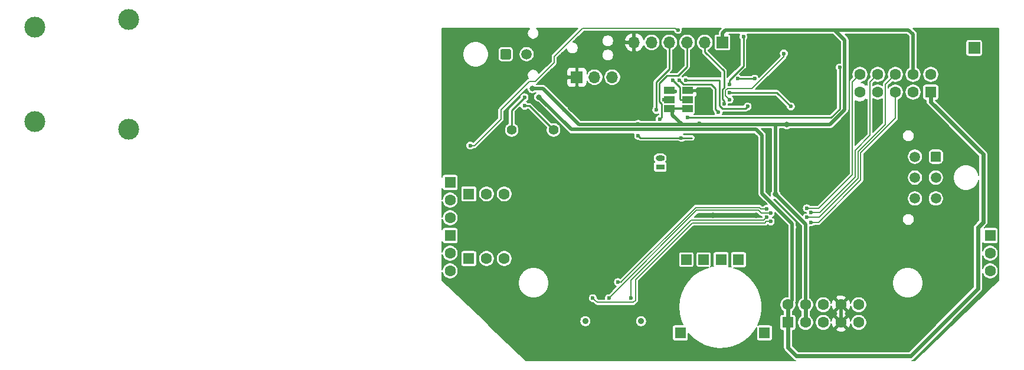
<source format=gbr>
G04 #@! TF.GenerationSoftware,KiCad,Pcbnew,5.1.5+dfsg1-2build2*
G04 #@! TF.CreationDate,2021-11-24T23:00:56+01:00*
G04 #@! TF.ProjectId,mre_addon_v2,6d72655f-6164-4646-9f6e-5f76322e6b69,V2.0*
G04 #@! TF.SameCoordinates,Original*
G04 #@! TF.FileFunction,Copper,L2,Bot*
G04 #@! TF.FilePolarity,Positive*
%FSLAX46Y46*%
G04 Gerber Fmt 4.6, Leading zero omitted, Abs format (unit mm)*
G04 Created by KiCad (PCBNEW 5.1.5+dfsg1-2build2) date 2021-11-24 23:00:56*
%MOMM*%
%LPD*%
G04 APERTURE LIST*
%ADD10R,1.700000X1.700000*%
%ADD11C,1.500000*%
%ADD12C,0.100000*%
%ADD13C,2.999740*%
%ADD14R,1.600000X1.600000*%
%ADD15C,1.600000*%
%ADD16R,1.300000X0.800000*%
%ADD17O,1.300000X0.800000*%
%ADD18R,1.524000X1.524000*%
%ADD19C,1.400000*%
%ADD20C,0.889000*%
%ADD21O,1.700000X1.700000*%
%ADD22R,1.500000X1.000000*%
%ADD23C,0.600000*%
%ADD24C,0.800000*%
%ADD25C,0.500000*%
%ADD26C,0.300000*%
%ADD27C,0.250000*%
%ADD28C,0.600000*%
%ADD29C,0.200000*%
G04 APERTURE END LIST*
D10*
X151700000Y-129000000D03*
D11*
X87500000Y-129900000D03*
G04 #@! TA.AperFunction,ComponentPad*
D12*
G36*
X85024053Y-129151206D02*
G01*
X85048370Y-129154813D01*
X85072216Y-129160786D01*
X85095362Y-129169068D01*
X85117585Y-129179579D01*
X85138670Y-129192217D01*
X85158416Y-129206861D01*
X85176630Y-129223370D01*
X85193139Y-129241584D01*
X85207783Y-129261330D01*
X85220421Y-129282415D01*
X85230932Y-129304638D01*
X85239214Y-129327784D01*
X85245187Y-129351630D01*
X85248794Y-129375947D01*
X85250000Y-129400500D01*
X85250000Y-130399500D01*
X85248794Y-130424053D01*
X85245187Y-130448370D01*
X85239214Y-130472216D01*
X85230932Y-130495362D01*
X85220421Y-130517585D01*
X85207783Y-130538670D01*
X85193139Y-130558416D01*
X85176630Y-130576630D01*
X85158416Y-130593139D01*
X85138670Y-130607783D01*
X85117585Y-130620421D01*
X85095362Y-130630932D01*
X85072216Y-130639214D01*
X85048370Y-130645187D01*
X85024053Y-130648794D01*
X84999500Y-130650000D01*
X84000500Y-130650000D01*
X83975947Y-130648794D01*
X83951630Y-130645187D01*
X83927784Y-130639214D01*
X83904638Y-130630932D01*
X83882415Y-130620421D01*
X83861330Y-130607783D01*
X83841584Y-130593139D01*
X83823370Y-130576630D01*
X83806861Y-130558416D01*
X83792217Y-130538670D01*
X83779579Y-130517585D01*
X83769068Y-130495362D01*
X83760786Y-130472216D01*
X83754813Y-130448370D01*
X83751206Y-130424053D01*
X83750000Y-130399500D01*
X83750000Y-129400500D01*
X83751206Y-129375947D01*
X83754813Y-129351630D01*
X83760786Y-129327784D01*
X83769068Y-129304638D01*
X83779579Y-129282415D01*
X83792217Y-129261330D01*
X83806861Y-129241584D01*
X83823370Y-129223370D01*
X83841584Y-129206861D01*
X83861330Y-129192217D01*
X83882415Y-129179579D01*
X83904638Y-129169068D01*
X83927784Y-129160786D01*
X83951630Y-129154813D01*
X83975947Y-129151206D01*
X84000500Y-129150000D01*
X84999500Y-129150000D01*
X85024053Y-129151206D01*
G37*
G04 #@! TD.AperFunction*
D13*
X16951220Y-139599580D03*
X16951220Y-126000420D03*
X30448780Y-140699400D03*
X30448780Y-124900600D03*
D11*
X87500000Y-129900000D03*
G04 #@! TA.AperFunction,ComponentPad*
D12*
G36*
X85024504Y-129151204D02*
G01*
X85048773Y-129154804D01*
X85072571Y-129160765D01*
X85095671Y-129169030D01*
X85117849Y-129179520D01*
X85138893Y-129192133D01*
X85158598Y-129206747D01*
X85176777Y-129223223D01*
X85193253Y-129241402D01*
X85207867Y-129261107D01*
X85220480Y-129282151D01*
X85230970Y-129304329D01*
X85239235Y-129327429D01*
X85245196Y-129351227D01*
X85248796Y-129375496D01*
X85250000Y-129400000D01*
X85250000Y-130400000D01*
X85248796Y-130424504D01*
X85245196Y-130448773D01*
X85239235Y-130472571D01*
X85230970Y-130495671D01*
X85220480Y-130517849D01*
X85207867Y-130538893D01*
X85193253Y-130558598D01*
X85176777Y-130576777D01*
X85158598Y-130593253D01*
X85138893Y-130607867D01*
X85117849Y-130620480D01*
X85095671Y-130630970D01*
X85072571Y-130639235D01*
X85048773Y-130645196D01*
X85024504Y-130648796D01*
X85000000Y-130650000D01*
X84000000Y-130650000D01*
X83975496Y-130648796D01*
X83951227Y-130645196D01*
X83927429Y-130639235D01*
X83904329Y-130630970D01*
X83882151Y-130620480D01*
X83861107Y-130607867D01*
X83841402Y-130593253D01*
X83823223Y-130576777D01*
X83806747Y-130558598D01*
X83792133Y-130538893D01*
X83779520Y-130517849D01*
X83769030Y-130495671D01*
X83760765Y-130472571D01*
X83754804Y-130448773D01*
X83751204Y-130424504D01*
X83750000Y-130400000D01*
X83750000Y-129400000D01*
X83751204Y-129375496D01*
X83754804Y-129351227D01*
X83760765Y-129327429D01*
X83769030Y-129304329D01*
X83779520Y-129282151D01*
X83792133Y-129261107D01*
X83806747Y-129241402D01*
X83823223Y-129223223D01*
X83841402Y-129206747D01*
X83861107Y-129192133D01*
X83882151Y-129179520D01*
X83904329Y-129169030D01*
X83927429Y-129160765D01*
X83951227Y-129154804D01*
X83975496Y-129151204D01*
X84000000Y-129150000D01*
X85000000Y-129150000D01*
X85024504Y-129151204D01*
G37*
G04 #@! TD.AperFunction*
D14*
X117900600Y-159360800D03*
X115400600Y-159360800D03*
D15*
X127513080Y-165839060D03*
X130053080Y-165839060D03*
X135133080Y-165839060D03*
X135133080Y-168379060D03*
X130053080Y-168379060D03*
X132593080Y-168379060D03*
X127513080Y-168379060D03*
X132593080Y-165839060D03*
X124973080Y-165839060D03*
D14*
X124973080Y-168379060D03*
X154000200Y-155910200D03*
D15*
X154000200Y-158450200D03*
X154000200Y-160990200D03*
D14*
X121615200Y-169880200D03*
X109550200Y-169880200D03*
X76530200Y-155910200D03*
D15*
X76530200Y-158450200D03*
X76530200Y-160990200D03*
D14*
X76530200Y-148290200D03*
D15*
X76530200Y-150830200D03*
X76530200Y-153370200D03*
D14*
X79197200Y-159212200D03*
D15*
X81737200Y-159212200D03*
X84277200Y-159212200D03*
D14*
X79197200Y-149941200D03*
D15*
X81737200Y-149941200D03*
X84277200Y-149941200D03*
D14*
X145478500Y-135336200D03*
D15*
X142938500Y-135336200D03*
X140398500Y-135336200D03*
X137858500Y-135336200D03*
X135318500Y-135336200D03*
X145478500Y-132796200D03*
X142938500Y-132796200D03*
X140398500Y-132796200D03*
X137858500Y-132796200D03*
X135318500Y-132796200D03*
D16*
X106654600Y-146055000D03*
D17*
X106654600Y-144810400D03*
D18*
X112900600Y-159360800D03*
X110400600Y-159360800D03*
D19*
X91360600Y-140771800D03*
X85360600Y-140771800D03*
D20*
X103914000Y-168207000D03*
X95914000Y-168207000D03*
D21*
X99780000Y-133200000D03*
X97240000Y-133200000D03*
D10*
X94700000Y-133200000D03*
D11*
X143200000Y-150600000D03*
X143200000Y-147600000D03*
X143200000Y-144600000D03*
X146200000Y-150600000D03*
X146200000Y-147600000D03*
G04 #@! TA.AperFunction,ComponentPad*
D12*
G36*
X146724053Y-143851206D02*
G01*
X146748370Y-143854813D01*
X146772216Y-143860786D01*
X146795362Y-143869068D01*
X146817585Y-143879579D01*
X146838670Y-143892217D01*
X146858416Y-143906861D01*
X146876630Y-143923370D01*
X146893139Y-143941584D01*
X146907783Y-143961330D01*
X146920421Y-143982415D01*
X146930932Y-144004638D01*
X146939214Y-144027784D01*
X146945187Y-144051630D01*
X146948794Y-144075947D01*
X146950000Y-144100500D01*
X146950000Y-145099500D01*
X146948794Y-145124053D01*
X146945187Y-145148370D01*
X146939214Y-145172216D01*
X146930932Y-145195362D01*
X146920421Y-145217585D01*
X146907783Y-145238670D01*
X146893139Y-145258416D01*
X146876630Y-145276630D01*
X146858416Y-145293139D01*
X146838670Y-145307783D01*
X146817585Y-145320421D01*
X146795362Y-145330932D01*
X146772216Y-145339214D01*
X146748370Y-145345187D01*
X146724053Y-145348794D01*
X146699500Y-145350000D01*
X145700500Y-145350000D01*
X145675947Y-145348794D01*
X145651630Y-145345187D01*
X145627784Y-145339214D01*
X145604638Y-145330932D01*
X145582415Y-145320421D01*
X145561330Y-145307783D01*
X145541584Y-145293139D01*
X145523370Y-145276630D01*
X145506861Y-145258416D01*
X145492217Y-145238670D01*
X145479579Y-145217585D01*
X145469068Y-145195362D01*
X145460786Y-145172216D01*
X145454813Y-145148370D01*
X145451206Y-145124053D01*
X145450000Y-145099500D01*
X145450000Y-144100500D01*
X145451206Y-144075947D01*
X145454813Y-144051630D01*
X145460786Y-144027784D01*
X145469068Y-144004638D01*
X145479579Y-143982415D01*
X145492217Y-143961330D01*
X145506861Y-143941584D01*
X145523370Y-143923370D01*
X145541584Y-143906861D01*
X145561330Y-143892217D01*
X145582415Y-143879579D01*
X145604638Y-143869068D01*
X145627784Y-143860786D01*
X145651630Y-143854813D01*
X145675947Y-143851206D01*
X145700500Y-143850000D01*
X146699500Y-143850000D01*
X146724053Y-143851206D01*
G37*
G04 #@! TD.AperFunction*
D11*
X143200000Y-150600000D03*
X143200000Y-147600000D03*
X143200000Y-144600000D03*
X146200000Y-150600000D03*
X146200000Y-147600000D03*
G04 #@! TA.AperFunction,ComponentPad*
D12*
G36*
X146724504Y-143851204D02*
G01*
X146748773Y-143854804D01*
X146772571Y-143860765D01*
X146795671Y-143869030D01*
X146817849Y-143879520D01*
X146838893Y-143892133D01*
X146858598Y-143906747D01*
X146876777Y-143923223D01*
X146893253Y-143941402D01*
X146907867Y-143961107D01*
X146920480Y-143982151D01*
X146930970Y-144004329D01*
X146939235Y-144027429D01*
X146945196Y-144051227D01*
X146948796Y-144075496D01*
X146950000Y-144100000D01*
X146950000Y-145100000D01*
X146948796Y-145124504D01*
X146945196Y-145148773D01*
X146939235Y-145172571D01*
X146930970Y-145195671D01*
X146920480Y-145217849D01*
X146907867Y-145238893D01*
X146893253Y-145258598D01*
X146876777Y-145276777D01*
X146858598Y-145293253D01*
X146838893Y-145307867D01*
X146817849Y-145320480D01*
X146795671Y-145330970D01*
X146772571Y-145339235D01*
X146748773Y-145345196D01*
X146724504Y-145348796D01*
X146700000Y-145350000D01*
X145700000Y-145350000D01*
X145675496Y-145348796D01*
X145651227Y-145345196D01*
X145627429Y-145339235D01*
X145604329Y-145330970D01*
X145582151Y-145320480D01*
X145561107Y-145307867D01*
X145541402Y-145293253D01*
X145523223Y-145276777D01*
X145506747Y-145258598D01*
X145492133Y-145238893D01*
X145479520Y-145217849D01*
X145469030Y-145195671D01*
X145460765Y-145172571D01*
X145454804Y-145148773D01*
X145451204Y-145124504D01*
X145450000Y-145100000D01*
X145450000Y-144100000D01*
X145451204Y-144075496D01*
X145454804Y-144051227D01*
X145460765Y-144027429D01*
X145469030Y-144004329D01*
X145479520Y-143982151D01*
X145492133Y-143961107D01*
X145506747Y-143941402D01*
X145523223Y-143923223D01*
X145541402Y-143906747D01*
X145561107Y-143892133D01*
X145582151Y-143879520D01*
X145604329Y-143869030D01*
X145627429Y-143860765D01*
X145651227Y-143854804D01*
X145675496Y-143851204D01*
X145700000Y-143850000D01*
X146700000Y-143850000D01*
X146724504Y-143851204D01*
G37*
G04 #@! TD.AperFunction*
D22*
X108000000Y-135100000D03*
X108000000Y-136400000D03*
X108000000Y-137700000D03*
X110600000Y-135100000D03*
X110600000Y-136400000D03*
X110600000Y-137700000D03*
D21*
X102900000Y-128200000D03*
X105440000Y-128200000D03*
X107980000Y-128200000D03*
X110520000Y-128200000D03*
X113060000Y-128200000D03*
D10*
X115600000Y-128200000D03*
D23*
X84000000Y-144700000D03*
X82600000Y-139200000D03*
X102500000Y-170000000D03*
X98200000Y-170000000D03*
X97400000Y-160100000D03*
D24*
X114200000Y-153000000D03*
X130200000Y-154200000D03*
X100800000Y-129800000D03*
D23*
X120300000Y-144700000D03*
D24*
X153800000Y-129800000D03*
X153800000Y-138400000D03*
X149300000Y-138400000D03*
D23*
X103500000Y-138400000D03*
X113100000Y-142100000D03*
X117200000Y-130800000D03*
X104800000Y-131000000D03*
D24*
X119400000Y-129800000D03*
X126600000Y-161200000D03*
X126600000Y-157000000D03*
D23*
X108800000Y-135200000D03*
X111200000Y-135200000D03*
D24*
X120400000Y-150800000D03*
X139200000Y-151800000D03*
X139200000Y-153000000D03*
X139200000Y-154200000D03*
X140400000Y-151800000D03*
X140400000Y-153000000D03*
X140400000Y-154200000D03*
X135000000Y-153000000D03*
X135000000Y-151800000D03*
X135000000Y-154200000D03*
X138000000Y-151800000D03*
X138000000Y-153000000D03*
X138000000Y-154200000D03*
X133600000Y-151800000D03*
X133600000Y-153000000D03*
X133600000Y-154200000D03*
X128400000Y-137400000D03*
X122800000Y-134200000D03*
X126600000Y-129800000D03*
X88300000Y-139200000D03*
D23*
X122115400Y-147200000D03*
D24*
X135300000Y-139000000D03*
X132588000Y-161200000D03*
D23*
X122200000Y-144700000D03*
D24*
X124100000Y-157000000D03*
X124000000Y-161200000D03*
X118200000Y-144700000D03*
X120400000Y-153000000D03*
X129100000Y-144300000D03*
X129100000Y-145400000D03*
X129100000Y-146500000D03*
X129100000Y-147600000D03*
X129100000Y-148700000D03*
X130200000Y-144300000D03*
X130200000Y-145400000D03*
X130200000Y-146500000D03*
X130200000Y-147600000D03*
X130200000Y-148700000D03*
X138500000Y-145400000D03*
X140000000Y-145400000D03*
X140000000Y-144400000D03*
X138500000Y-144400000D03*
X138500000Y-149400000D03*
X140000000Y-149400000D03*
D23*
X128300000Y-131800000D03*
X119200000Y-132400000D03*
X132400000Y-141400000D03*
X112800000Y-130800000D03*
X109200000Y-130800000D03*
X115000000Y-132800000D03*
X128400000Y-141400000D03*
X117200000Y-153000000D03*
X119800000Y-156000000D03*
X122800000Y-136400000D03*
X118600000Y-136800000D03*
X117200000Y-127400000D03*
X117900000Y-150800000D03*
X117900000Y-148400000D03*
X124000000Y-144700000D03*
X101200000Y-160100000D03*
D24*
X137900000Y-139000000D03*
X130900000Y-127400000D03*
X135300000Y-127400000D03*
D23*
X143600000Y-142500000D03*
X79400000Y-139200000D03*
X115700000Y-142100000D03*
X116600000Y-134200000D03*
X118600000Y-127400000D03*
X112300000Y-139800000D03*
X103500000Y-139900000D03*
D24*
X88300000Y-134800000D03*
D23*
X108400000Y-138400000D03*
D24*
X124800000Y-140000000D03*
X123200000Y-150000000D03*
D23*
X92900000Y-137900000D03*
X124400000Y-129800000D03*
X116600000Y-136400000D03*
X125600000Y-154700000D03*
D24*
X89250000Y-136050000D03*
D23*
X109400000Y-133600000D03*
X115000000Y-138200000D03*
X115800000Y-137000000D03*
X87200000Y-137300000D03*
X87200000Y-136100000D03*
X106100000Y-137900000D03*
X106600000Y-139200000D03*
X102500000Y-164900000D03*
X127700000Y-153300000D03*
X121900000Y-153300000D03*
X100600000Y-162600000D03*
X121900000Y-152100000D03*
X127700000Y-152000000D03*
X99300000Y-164900000D03*
X122500000Y-152700000D03*
X128300000Y-152600000D03*
X97000000Y-164900000D03*
X122500000Y-153900000D03*
X128300000Y-154000000D03*
X79400000Y-143000000D03*
X109200000Y-126400000D03*
X108500000Y-133600000D03*
X107200000Y-136400000D03*
X117800000Y-133400000D03*
X120200000Y-133400000D03*
X125400000Y-137400000D03*
X116600000Y-135400000D03*
X119200000Y-137400000D03*
X110300000Y-133600000D03*
X110600000Y-139000000D03*
X132400000Y-131800000D03*
X103500000Y-141600000D03*
X109700000Y-141900000D03*
D25*
X132593080Y-165839060D02*
X132593080Y-168379060D01*
D26*
X108100000Y-135200000D02*
X108000000Y-135100000D01*
X108800000Y-135200000D02*
X108100000Y-135200000D01*
D27*
X116600000Y-133600000D02*
X116600000Y-134200000D01*
X118600000Y-131600000D02*
X116600000Y-133600000D01*
X118600000Y-127400000D02*
X118600000Y-131600000D01*
D28*
X127513080Y-168379060D02*
X127513080Y-165839060D01*
D25*
X127513080Y-154313080D02*
X123200000Y-150000000D01*
X127513080Y-165839060D02*
X127513080Y-154313080D01*
X123200000Y-141200000D02*
X123200000Y-141000000D01*
X123200000Y-150000000D02*
X123200000Y-141200000D01*
D26*
X110600000Y-137700000D02*
X108000000Y-137700000D01*
D27*
X110700000Y-137800000D02*
X110600000Y-137700000D01*
D25*
X108400000Y-138100000D02*
X108000000Y-137700000D01*
X108400000Y-138600000D02*
X108400000Y-138100000D01*
X109800000Y-140000000D02*
X108400000Y-138600000D01*
X123200000Y-140200000D02*
X123000000Y-140000000D01*
X123200000Y-141200000D02*
X123200000Y-140200000D01*
X124800000Y-140000000D02*
X123000000Y-140000000D01*
X123000000Y-140000000D02*
X111300000Y-140000000D01*
X111300000Y-140000000D02*
X109800000Y-140000000D01*
X94989998Y-140000000D02*
X94144999Y-139155001D01*
X109800000Y-140000000D02*
X94989998Y-140000000D01*
X115600000Y-126850000D02*
X115600000Y-128200000D01*
X116050000Y-126400000D02*
X115600000Y-126850000D01*
X133150001Y-127850001D02*
X131700000Y-126400000D01*
X133150001Y-137863185D02*
X133150001Y-127850001D01*
X131013186Y-140000000D02*
X133150001Y-137863185D01*
X131700000Y-126400000D02*
X116050000Y-126400000D01*
X124800000Y-140000000D02*
X131013186Y-140000000D01*
X142938500Y-132796200D02*
X142938500Y-127061500D01*
X142277000Y-126400000D02*
X131700000Y-126400000D01*
X142938500Y-127061500D02*
X142277000Y-126400000D01*
X89800000Y-134800000D02*
X89900000Y-134900000D01*
X88300000Y-134800000D02*
X89800000Y-134800000D01*
X94144999Y-139155001D02*
X89900000Y-134900000D01*
D29*
X119824264Y-134800000D02*
X124400000Y-130224264D01*
X116311998Y-134800000D02*
X119824264Y-134800000D01*
X115999999Y-135111999D02*
X116311998Y-134800000D01*
X124400000Y-130224264D02*
X124400000Y-129800000D01*
X115999999Y-135799999D02*
X115999999Y-135111999D01*
X116600000Y-136400000D02*
X115999999Y-135799999D01*
D28*
X124973080Y-165839060D02*
X124973080Y-168379060D01*
D25*
X125600000Y-165212140D02*
X124973080Y-165839060D01*
X125600000Y-154200000D02*
X125600000Y-154700000D01*
X121265399Y-149865399D02*
X125600000Y-154200000D01*
X121265399Y-141534601D02*
X121265399Y-149865399D01*
X120430808Y-140700010D02*
X121265399Y-141534601D01*
X93900010Y-140700010D02*
X120430808Y-140700010D01*
D28*
X124973080Y-169779060D02*
X124973080Y-168379060D01*
X124993400Y-171993400D02*
X124993400Y-169799380D01*
X124993400Y-169799380D02*
X124973080Y-169779060D01*
X142600000Y-173200000D02*
X126200000Y-173200000D01*
X126200000Y-173200000D02*
X124993400Y-171993400D01*
X152247600Y-154752400D02*
X152247600Y-163552400D01*
X152247600Y-163552400D02*
X142600000Y-173200000D01*
X153000000Y-154000000D02*
X152247600Y-154752400D01*
X153000000Y-144257700D02*
X153000000Y-154000000D01*
X145478500Y-136736200D02*
X153000000Y-144257700D01*
X145478500Y-135336200D02*
X145478500Y-136736200D01*
D25*
X125600000Y-154700000D02*
X125600000Y-165212140D01*
X89250000Y-136050000D02*
X93900010Y-140700010D01*
D27*
X113974999Y-134225001D02*
X114600000Y-134850002D01*
X114600001Y-137800001D02*
X115000000Y-138200000D01*
X114600000Y-134850002D02*
X114600001Y-137800001D01*
X110025001Y-134225001D02*
X109400000Y-133600000D01*
X110074999Y-134225001D02*
X110025001Y-134225001D01*
X110074999Y-134225001D02*
X113974999Y-134225001D01*
X115800000Y-136575736D02*
X115800000Y-137000000D01*
X115574989Y-136350725D02*
X115800000Y-136575736D01*
X115574989Y-134935955D02*
X115574989Y-136350725D01*
X115800000Y-134710944D02*
X115574989Y-134935955D01*
X113060000Y-129560000D02*
X115800000Y-132300000D01*
X113060000Y-128200000D02*
X113060000Y-129560000D01*
X115800000Y-132300000D02*
X115800000Y-134710944D01*
X87888800Y-137300000D02*
X91360600Y-140771800D01*
X87200000Y-137300000D02*
X87888800Y-137300000D01*
X85360600Y-137939400D02*
X85360600Y-140771800D01*
X87200000Y-136100000D02*
X85360600Y-137939400D01*
X107980000Y-131983590D02*
X107980000Y-128200000D01*
X106099981Y-133863609D02*
X107980000Y-131983590D01*
X106099980Y-137899980D02*
X106099981Y-133863609D01*
X106100000Y-137900000D02*
X106099980Y-137899980D01*
X106899999Y-137025001D02*
X106899999Y-138900001D01*
X106549990Y-136674992D02*
X106899999Y-137025001D01*
X107625001Y-132974999D02*
X106549990Y-134050010D01*
X106899999Y-138900001D02*
X106600000Y-139200000D01*
X110520000Y-131680000D02*
X109225001Y-132974999D01*
X106549990Y-134050010D02*
X106549990Y-136674992D01*
X109225001Y-132974999D02*
X107625001Y-132974999D01*
X110520000Y-130680000D02*
X110520000Y-131680000D01*
X110520000Y-128200000D02*
X110520000Y-130680000D01*
X110520000Y-130680000D02*
X110520000Y-131280000D01*
D29*
X138958501Y-139941499D02*
X135018519Y-143881481D01*
X138958501Y-134236199D02*
X138958501Y-139941499D01*
X140398500Y-132796200D02*
X138958501Y-134236199D01*
X135018519Y-147711178D02*
X135018519Y-146718519D01*
X129429697Y-153300000D02*
X135018519Y-147711178D01*
X127700000Y-153300000D02*
X129429697Y-153300000D01*
X135018519Y-146718519D02*
X135018519Y-147100000D01*
X135018519Y-143881481D02*
X135018519Y-146718519D01*
X121499999Y-153700001D02*
X111099999Y-153700001D01*
X121900000Y-153300000D02*
X121499999Y-153700001D01*
X102500000Y-162300000D02*
X102500000Y-164900000D01*
X111099999Y-153700001D02*
X102500000Y-162300000D01*
X134218499Y-133896201D02*
X134218499Y-147181501D01*
X135318500Y-132796200D02*
X134218499Y-133896201D01*
X129400000Y-152000000D02*
X134218499Y-147181501D01*
X127700000Y-152000000D02*
X129400000Y-152000000D01*
X101034302Y-162600000D02*
X101067151Y-162567151D01*
X100600000Y-162600000D02*
X101034302Y-162600000D01*
X101034302Y-162599999D02*
X101034302Y-162600000D01*
X111734312Y-151899989D02*
X101034302Y-162599999D01*
X120901690Y-151899989D02*
X111734312Y-151899989D01*
X121101701Y-152100000D02*
X120901690Y-151899989D01*
X121900000Y-152100000D02*
X121101701Y-152100000D01*
X136758499Y-133896201D02*
X137858500Y-132796200D01*
X136758499Y-141541501D02*
X136758499Y-133896201D01*
X134618509Y-143681491D02*
X136758499Y-141541501D01*
X134618509Y-147545489D02*
X134618509Y-143681491D01*
X129563998Y-152600000D02*
X134618509Y-147545489D01*
X128300000Y-152600000D02*
X129563998Y-152600000D01*
X99599999Y-164600001D02*
X99300000Y-164900000D01*
X111900001Y-152299999D02*
X99599999Y-164600001D01*
X120736001Y-152299999D02*
X111900001Y-152299999D01*
X121136002Y-152700000D02*
X120736001Y-152299999D01*
X122500000Y-152700000D02*
X121136002Y-152700000D01*
X140398500Y-135336200D02*
X140398500Y-139067198D01*
X140398500Y-139067198D02*
X135418529Y-144047169D01*
X135418529Y-147945469D02*
X135418529Y-145518529D01*
X129363998Y-154000000D02*
X135418529Y-147945469D01*
X128300000Y-154000000D02*
X129363998Y-154000000D01*
X135418529Y-145518529D02*
X135418529Y-146600000D01*
X135418529Y-144047169D02*
X135418529Y-145518529D01*
X121665688Y-154100011D02*
X111265687Y-154100011D01*
X121865699Y-153900000D02*
X121665688Y-154100011D01*
X122500000Y-153900000D02*
X121865699Y-153900000D01*
X97299999Y-165199999D02*
X97000000Y-164900000D01*
X97600001Y-165500001D02*
X97299999Y-165199999D01*
X102788001Y-165500001D02*
X97600001Y-165500001D01*
X103100001Y-165188001D02*
X102788001Y-165500001D01*
X103100001Y-162265697D02*
X103100001Y-165188001D01*
X111265687Y-154100011D02*
X103100001Y-162265697D01*
X95549874Y-126150126D02*
X108599999Y-126146014D01*
X108846014Y-126146014D02*
X108599999Y-126146014D01*
X109100000Y-126400000D02*
X108846014Y-126146014D01*
X109200000Y-126400000D02*
X109100000Y-126400000D01*
X88724002Y-133800000D02*
X87900000Y-133800000D01*
X91450000Y-130250000D02*
X91450000Y-131074002D01*
X91450000Y-131074002D02*
X88724002Y-133800000D01*
X91450000Y-130250000D02*
X95549874Y-126150126D01*
X84935590Y-136764410D02*
X87900000Y-133800000D01*
X79400000Y-143000000D02*
X80000000Y-143000000D01*
X84935590Y-136764410D02*
X83800000Y-137900000D01*
X83800000Y-137900000D02*
X83800000Y-139200000D01*
X80000000Y-143000000D02*
X83800000Y-139200000D01*
D27*
X109524999Y-134789997D02*
X109524999Y-136324999D01*
X109600000Y-136400000D02*
X110600000Y-136400000D01*
X109524999Y-136324999D02*
X109600000Y-136400000D01*
X109524999Y-134624999D02*
X108500000Y-133600000D01*
X109524999Y-134789997D02*
X109524999Y-134624999D01*
X107000000Y-136400000D02*
X108000000Y-136400000D01*
X117800000Y-133400000D02*
X120200000Y-133400000D01*
X123400000Y-135400000D02*
X125400000Y-137400000D01*
X116600000Y-135400000D02*
X123400000Y-135400000D01*
X110200000Y-133600000D02*
X114200000Y-133600000D01*
X115149978Y-133600000D02*
X114200000Y-133600000D01*
X115124979Y-137249981D02*
X115124979Y-133624999D01*
X115574997Y-137699999D02*
X115124979Y-137249981D01*
X115124979Y-133624999D02*
X115149978Y-133600000D01*
X118900001Y-137699999D02*
X115574997Y-137699999D01*
X119200000Y-137400000D02*
X118900001Y-137699999D01*
X110600000Y-139000000D02*
X131200000Y-139000000D01*
X131200000Y-139000000D02*
X132400000Y-137800000D01*
X132400000Y-137800000D02*
X132400000Y-131800000D01*
X111200000Y-141900000D02*
X104000000Y-141900000D01*
X103799999Y-141899999D02*
X103500000Y-141600000D01*
X111200000Y-141900000D02*
X103799999Y-141899999D01*
D29*
G36*
X155221513Y-162372064D02*
G01*
X143180601Y-173839600D01*
X142744481Y-173839600D01*
X142851486Y-173807140D01*
X142965101Y-173746412D01*
X143064685Y-173664685D01*
X143085166Y-173639729D01*
X152687329Y-164037566D01*
X152712285Y-164017085D01*
X152794012Y-163917501D01*
X152854740Y-163803886D01*
X152865707Y-163767732D01*
X152892137Y-163680607D01*
X152893284Y-163668957D01*
X152901600Y-163584525D01*
X152901600Y-163584518D01*
X152904763Y-163552400D01*
X152901600Y-163520282D01*
X152901600Y-161353493D01*
X152977538Y-161536824D01*
X153103829Y-161725832D01*
X153264568Y-161886571D01*
X153453576Y-162012862D01*
X153663591Y-162099853D01*
X153886541Y-162144200D01*
X154113859Y-162144200D01*
X154336809Y-162099853D01*
X154546824Y-162012862D01*
X154735832Y-161886571D01*
X154896571Y-161725832D01*
X155022862Y-161536824D01*
X155109853Y-161326809D01*
X155154200Y-161103859D01*
X155154200Y-160876541D01*
X155109853Y-160653591D01*
X155022862Y-160443576D01*
X154896571Y-160254568D01*
X154735832Y-160093829D01*
X154546824Y-159967538D01*
X154336809Y-159880547D01*
X154113859Y-159836200D01*
X153886541Y-159836200D01*
X153663591Y-159880547D01*
X153453576Y-159967538D01*
X153264568Y-160093829D01*
X153103829Y-160254568D01*
X152977538Y-160443576D01*
X152901600Y-160626907D01*
X152901600Y-158813493D01*
X152977538Y-158996824D01*
X153103829Y-159185832D01*
X153264568Y-159346571D01*
X153453576Y-159472862D01*
X153663591Y-159559853D01*
X153886541Y-159604200D01*
X154113859Y-159604200D01*
X154336809Y-159559853D01*
X154546824Y-159472862D01*
X154735832Y-159346571D01*
X154896571Y-159185832D01*
X155022862Y-158996824D01*
X155109853Y-158786809D01*
X155154200Y-158563859D01*
X155154200Y-158336541D01*
X155109853Y-158113591D01*
X155022862Y-157903576D01*
X154896571Y-157714568D01*
X154735832Y-157553829D01*
X154546824Y-157427538D01*
X154336809Y-157340547D01*
X154113859Y-157296200D01*
X153886541Y-157296200D01*
X153663591Y-157340547D01*
X153453576Y-157427538D01*
X153264568Y-157553829D01*
X153103829Y-157714568D01*
X152977538Y-157903576D01*
X152901600Y-158086907D01*
X152901600Y-156902517D01*
X152904436Y-156907823D01*
X152948674Y-156961726D01*
X153002577Y-157005964D01*
X153064075Y-157038835D01*
X153130804Y-157059077D01*
X153200200Y-157065912D01*
X154800200Y-157065912D01*
X154869596Y-157059077D01*
X154936325Y-157038835D01*
X154997823Y-157005964D01*
X155051726Y-156961726D01*
X155095964Y-156907823D01*
X155128835Y-156846325D01*
X155149077Y-156779596D01*
X155155912Y-156710200D01*
X155155912Y-155110200D01*
X155149077Y-155040804D01*
X155128835Y-154974075D01*
X155095964Y-154912577D01*
X155051726Y-154858674D01*
X154997823Y-154814436D01*
X154936325Y-154781565D01*
X154869596Y-154761323D01*
X154800200Y-154754488D01*
X153200200Y-154754488D01*
X153167153Y-154757743D01*
X153439734Y-154485162D01*
X153464685Y-154464685D01*
X153503902Y-154416900D01*
X153546411Y-154365102D01*
X153547635Y-154362813D01*
X153607140Y-154251486D01*
X153644537Y-154128206D01*
X153654000Y-154032125D01*
X153654000Y-154032116D01*
X153657163Y-154000001D01*
X153654000Y-153967886D01*
X153654000Y-144289814D01*
X153657163Y-144257699D01*
X153654000Y-144225584D01*
X153654000Y-144225575D01*
X153644537Y-144129494D01*
X153607140Y-144006214D01*
X153546412Y-143892599D01*
X153518991Y-143859187D01*
X153485163Y-143817967D01*
X153485161Y-143817965D01*
X153464685Y-143793015D01*
X153439736Y-143772540D01*
X146159107Y-136491912D01*
X146278500Y-136491912D01*
X146347896Y-136485077D01*
X146414625Y-136464835D01*
X146476123Y-136431964D01*
X146530026Y-136387726D01*
X146574264Y-136333823D01*
X146607135Y-136272325D01*
X146627377Y-136205596D01*
X146634212Y-136136200D01*
X146634212Y-134536200D01*
X146627377Y-134466804D01*
X146607135Y-134400075D01*
X146574264Y-134338577D01*
X146530026Y-134284674D01*
X146476123Y-134240436D01*
X146414625Y-134207565D01*
X146347896Y-134187323D01*
X146278500Y-134180488D01*
X144678500Y-134180488D01*
X144609104Y-134187323D01*
X144542375Y-134207565D01*
X144480877Y-134240436D01*
X144426974Y-134284674D01*
X144382736Y-134338577D01*
X144349865Y-134400075D01*
X144329623Y-134466804D01*
X144322788Y-134536200D01*
X144322788Y-136136200D01*
X144329623Y-136205596D01*
X144349865Y-136272325D01*
X144382736Y-136333823D01*
X144426974Y-136387726D01*
X144480877Y-136431964D01*
X144542375Y-136464835D01*
X144609104Y-136485077D01*
X144678500Y-136491912D01*
X144824501Y-136491912D01*
X144824501Y-136704073D01*
X144821337Y-136736200D01*
X144833963Y-136864406D01*
X144871360Y-136987685D01*
X144932089Y-137101301D01*
X144969644Y-137147061D01*
X145013816Y-137200885D01*
X145038766Y-137221361D01*
X152346000Y-144528596D01*
X152346000Y-147276633D01*
X152302752Y-147059208D01*
X152162994Y-146721802D01*
X151960096Y-146418144D01*
X151701856Y-146159904D01*
X151398198Y-145957006D01*
X151060792Y-145817248D01*
X150702603Y-145746000D01*
X150337397Y-145746000D01*
X149979208Y-145817248D01*
X149641802Y-145957006D01*
X149338144Y-146159904D01*
X149079904Y-146418144D01*
X148877006Y-146721802D01*
X148737248Y-147059208D01*
X148666000Y-147417397D01*
X148666000Y-147782603D01*
X148737248Y-148140792D01*
X148877006Y-148478198D01*
X149079904Y-148781856D01*
X149338144Y-149040096D01*
X149641802Y-149242994D01*
X149979208Y-149382752D01*
X150337397Y-149454000D01*
X150702603Y-149454000D01*
X151060792Y-149382752D01*
X151398198Y-149242994D01*
X151701856Y-149040096D01*
X151960096Y-148781856D01*
X152162994Y-148478198D01*
X152302752Y-148140792D01*
X152346000Y-147923367D01*
X152346001Y-153729103D01*
X151807871Y-154267234D01*
X151782915Y-154287715D01*
X151701188Y-154387300D01*
X151664363Y-154456195D01*
X151640460Y-154500915D01*
X151608237Y-154607140D01*
X151603063Y-154624195D01*
X151593600Y-154720276D01*
X151593600Y-154720282D01*
X151590437Y-154752400D01*
X151593600Y-154784518D01*
X151593601Y-163281504D01*
X142329105Y-172546000D01*
X126470896Y-172546000D01*
X125647400Y-171722505D01*
X125647400Y-169831498D01*
X125650563Y-169799380D01*
X125647400Y-169767262D01*
X125647400Y-169767255D01*
X125637937Y-169671174D01*
X125627080Y-169635384D01*
X125627080Y-169534772D01*
X125773080Y-169534772D01*
X125842476Y-169527937D01*
X125909205Y-169507695D01*
X125970703Y-169474824D01*
X126024606Y-169430586D01*
X126068844Y-169376683D01*
X126101715Y-169315185D01*
X126121957Y-169248456D01*
X126128792Y-169179060D01*
X126128792Y-167579060D01*
X126121957Y-167509664D01*
X126101715Y-167442935D01*
X126068844Y-167381437D01*
X126024606Y-167327534D01*
X125970703Y-167283296D01*
X125909205Y-167250425D01*
X125842476Y-167230183D01*
X125773080Y-167223348D01*
X125627080Y-167223348D01*
X125627080Y-166789976D01*
X125708712Y-166735431D01*
X125869451Y-166574692D01*
X125995742Y-166385684D01*
X126082733Y-166175669D01*
X126127080Y-165952719D01*
X126127080Y-165725401D01*
X126094511Y-165561666D01*
X126104637Y-165549328D01*
X126160723Y-165444399D01*
X126195260Y-165330545D01*
X126204000Y-165241807D01*
X126206922Y-165212140D01*
X126204000Y-165182473D01*
X126204000Y-154950799D01*
X126228867Y-154890765D01*
X126254000Y-154764413D01*
X126254000Y-154635587D01*
X126228867Y-154509235D01*
X126204000Y-154449201D01*
X126204000Y-154229667D01*
X126206922Y-154200000D01*
X126201744Y-154147431D01*
X126195260Y-154081595D01*
X126160723Y-153967741D01*
X126104637Y-153862812D01*
X126029159Y-153770841D01*
X126006113Y-153751928D01*
X122978602Y-150724418D01*
X122980066Y-150725024D01*
X123093379Y-150747563D01*
X126909081Y-154563266D01*
X126909080Y-164854735D01*
X126777448Y-164942689D01*
X126616709Y-165103428D01*
X126490418Y-165292436D01*
X126403427Y-165502451D01*
X126359080Y-165725401D01*
X126359080Y-165952719D01*
X126403427Y-166175669D01*
X126490418Y-166385684D01*
X126616709Y-166574692D01*
X126777448Y-166735431D01*
X126859081Y-166789976D01*
X126859080Y-167428144D01*
X126777448Y-167482689D01*
X126616709Y-167643428D01*
X126490418Y-167832436D01*
X126403427Y-168042451D01*
X126359080Y-168265401D01*
X126359080Y-168492719D01*
X126403427Y-168715669D01*
X126490418Y-168925684D01*
X126616709Y-169114692D01*
X126777448Y-169275431D01*
X126966456Y-169401722D01*
X127176471Y-169488713D01*
X127399421Y-169533060D01*
X127626739Y-169533060D01*
X127849689Y-169488713D01*
X128059704Y-169401722D01*
X128248712Y-169275431D01*
X128409451Y-169114692D01*
X128535742Y-168925684D01*
X128622733Y-168715669D01*
X128667080Y-168492719D01*
X128667080Y-168265401D01*
X128899080Y-168265401D01*
X128899080Y-168492719D01*
X128943427Y-168715669D01*
X129030418Y-168925684D01*
X129156709Y-169114692D01*
X129317448Y-169275431D01*
X129506456Y-169401722D01*
X129716471Y-169488713D01*
X129939421Y-169533060D01*
X130166739Y-169533060D01*
X130389689Y-169488713D01*
X130599704Y-169401722D01*
X130640842Y-169374234D01*
X131815695Y-169374234D01*
X131891004Y-169607387D01*
X132144128Y-169720753D01*
X132414506Y-169782558D01*
X132691746Y-169790429D01*
X132965194Y-169744061D01*
X133224343Y-169645237D01*
X133295156Y-169607387D01*
X133370465Y-169374234D01*
X132593080Y-168596849D01*
X131815695Y-169374234D01*
X130640842Y-169374234D01*
X130788712Y-169275431D01*
X130949451Y-169114692D01*
X131075742Y-168925684D01*
X131162733Y-168715669D01*
X131194758Y-168554668D01*
X131228079Y-168751174D01*
X131326903Y-169010323D01*
X131364753Y-169081136D01*
X131597906Y-169156445D01*
X132375291Y-168379060D01*
X132810869Y-168379060D01*
X133588254Y-169156445D01*
X133821407Y-169081136D01*
X133934773Y-168828012D01*
X133994126Y-168568361D01*
X134023427Y-168715669D01*
X134110418Y-168925684D01*
X134236709Y-169114692D01*
X134397448Y-169275431D01*
X134586456Y-169401722D01*
X134796471Y-169488713D01*
X135019421Y-169533060D01*
X135246739Y-169533060D01*
X135469689Y-169488713D01*
X135679704Y-169401722D01*
X135868712Y-169275431D01*
X136029451Y-169114692D01*
X136155742Y-168925684D01*
X136242733Y-168715669D01*
X136287080Y-168492719D01*
X136287080Y-168265401D01*
X136242733Y-168042451D01*
X136155742Y-167832436D01*
X136029451Y-167643428D01*
X135868712Y-167482689D01*
X135679704Y-167356398D01*
X135469689Y-167269407D01*
X135246739Y-167225060D01*
X135019421Y-167225060D01*
X134796471Y-167269407D01*
X134586456Y-167356398D01*
X134397448Y-167482689D01*
X134236709Y-167643428D01*
X134110418Y-167832436D01*
X134023427Y-168042451D01*
X133991402Y-168203452D01*
X133958081Y-168006946D01*
X133859257Y-167747797D01*
X133821407Y-167676984D01*
X133588254Y-167601675D01*
X132810869Y-168379060D01*
X132375291Y-168379060D01*
X131597906Y-167601675D01*
X131364753Y-167676984D01*
X131251387Y-167930108D01*
X131192034Y-168189759D01*
X131162733Y-168042451D01*
X131075742Y-167832436D01*
X130949451Y-167643428D01*
X130788712Y-167482689D01*
X130599704Y-167356398D01*
X130389689Y-167269407D01*
X130166739Y-167225060D01*
X129939421Y-167225060D01*
X129716471Y-167269407D01*
X129506456Y-167356398D01*
X129317448Y-167482689D01*
X129156709Y-167643428D01*
X129030418Y-167832436D01*
X128943427Y-168042451D01*
X128899080Y-168265401D01*
X128667080Y-168265401D01*
X128622733Y-168042451D01*
X128535742Y-167832436D01*
X128409451Y-167643428D01*
X128248712Y-167482689D01*
X128167080Y-167428144D01*
X128167080Y-166789976D01*
X128248712Y-166735431D01*
X128409451Y-166574692D01*
X128535742Y-166385684D01*
X128622733Y-166175669D01*
X128667080Y-165952719D01*
X128667080Y-165725401D01*
X128899080Y-165725401D01*
X128899080Y-165952719D01*
X128943427Y-166175669D01*
X129030418Y-166385684D01*
X129156709Y-166574692D01*
X129317448Y-166735431D01*
X129506456Y-166861722D01*
X129716471Y-166948713D01*
X129939421Y-166993060D01*
X130166739Y-166993060D01*
X130389689Y-166948713D01*
X130599704Y-166861722D01*
X130640842Y-166834234D01*
X131815695Y-166834234D01*
X131891004Y-167067387D01*
X131978437Y-167106545D01*
X131961817Y-167112883D01*
X131891004Y-167150733D01*
X131815695Y-167383886D01*
X132593080Y-168161271D01*
X133370465Y-167383886D01*
X133295156Y-167150733D01*
X133207723Y-167111575D01*
X133224343Y-167105237D01*
X133295156Y-167067387D01*
X133370465Y-166834234D01*
X132593080Y-166056849D01*
X131815695Y-166834234D01*
X130640842Y-166834234D01*
X130788712Y-166735431D01*
X130949451Y-166574692D01*
X131075742Y-166385684D01*
X131162733Y-166175669D01*
X131194758Y-166014668D01*
X131228079Y-166211174D01*
X131326903Y-166470323D01*
X131364753Y-166541136D01*
X131597906Y-166616445D01*
X132375291Y-165839060D01*
X132810869Y-165839060D01*
X133588254Y-166616445D01*
X133821407Y-166541136D01*
X133934773Y-166288012D01*
X133994126Y-166028361D01*
X134023427Y-166175669D01*
X134110418Y-166385684D01*
X134236709Y-166574692D01*
X134397448Y-166735431D01*
X134586456Y-166861722D01*
X134796471Y-166948713D01*
X135019421Y-166993060D01*
X135246739Y-166993060D01*
X135469689Y-166948713D01*
X135679704Y-166861722D01*
X135868712Y-166735431D01*
X136029451Y-166574692D01*
X136155742Y-166385684D01*
X136242733Y-166175669D01*
X136287080Y-165952719D01*
X136287080Y-165725401D01*
X136242733Y-165502451D01*
X136155742Y-165292436D01*
X136029451Y-165103428D01*
X135868712Y-164942689D01*
X135679704Y-164816398D01*
X135469689Y-164729407D01*
X135246739Y-164685060D01*
X135019421Y-164685060D01*
X134796471Y-164729407D01*
X134586456Y-164816398D01*
X134397448Y-164942689D01*
X134236709Y-165103428D01*
X134110418Y-165292436D01*
X134023427Y-165502451D01*
X133991402Y-165663452D01*
X133958081Y-165466946D01*
X133859257Y-165207797D01*
X133821407Y-165136984D01*
X133588254Y-165061675D01*
X132810869Y-165839060D01*
X132375291Y-165839060D01*
X131597906Y-165061675D01*
X131364753Y-165136984D01*
X131251387Y-165390108D01*
X131192034Y-165649759D01*
X131162733Y-165502451D01*
X131075742Y-165292436D01*
X130949451Y-165103428D01*
X130788712Y-164942689D01*
X130640843Y-164843886D01*
X131815695Y-164843886D01*
X132593080Y-165621271D01*
X133370465Y-164843886D01*
X133295156Y-164610733D01*
X133042032Y-164497367D01*
X132771654Y-164435562D01*
X132494414Y-164427691D01*
X132220966Y-164474059D01*
X131961817Y-164572883D01*
X131891004Y-164610733D01*
X131815695Y-164843886D01*
X130640843Y-164843886D01*
X130599704Y-164816398D01*
X130389689Y-164729407D01*
X130166739Y-164685060D01*
X129939421Y-164685060D01*
X129716471Y-164729407D01*
X129506456Y-164816398D01*
X129317448Y-164942689D01*
X129156709Y-165103428D01*
X129030418Y-165292436D01*
X128943427Y-165502451D01*
X128899080Y-165725401D01*
X128667080Y-165725401D01*
X128622733Y-165502451D01*
X128535742Y-165292436D01*
X128409451Y-165103428D01*
X128248712Y-164942689D01*
X128117080Y-164854735D01*
X128117080Y-162470619D01*
X139950509Y-162470619D01*
X139950509Y-162906599D01*
X140035565Y-163334202D01*
X140202407Y-163736995D01*
X140444625Y-164099500D01*
X140752909Y-164407784D01*
X141115414Y-164650002D01*
X141518207Y-164816844D01*
X141945810Y-164901900D01*
X142381790Y-164901900D01*
X142809393Y-164816844D01*
X143212186Y-164650002D01*
X143574691Y-164407784D01*
X143882975Y-164099500D01*
X144125193Y-163736995D01*
X144292035Y-163334202D01*
X144377091Y-162906599D01*
X144377091Y-162470619D01*
X144292035Y-162043016D01*
X144125193Y-161640223D01*
X143882975Y-161277718D01*
X143574691Y-160969434D01*
X143212186Y-160727216D01*
X142809393Y-160560374D01*
X142381790Y-160475318D01*
X141945810Y-160475318D01*
X141518207Y-160560374D01*
X141115414Y-160727216D01*
X140752909Y-160969434D01*
X140444625Y-161277718D01*
X140202407Y-161640223D01*
X140035565Y-162043016D01*
X139950509Y-162470619D01*
X128117080Y-162470619D01*
X128117080Y-154630427D01*
X128235587Y-154654000D01*
X128364413Y-154654000D01*
X128490765Y-154628867D01*
X128609785Y-154579567D01*
X128716900Y-154507995D01*
X128770895Y-154454000D01*
X129341710Y-154454000D01*
X129363998Y-154456195D01*
X129386286Y-154454000D01*
X129386293Y-154454000D01*
X129452997Y-154447430D01*
X129538577Y-154421470D01*
X129617447Y-154379313D01*
X129686577Y-154322579D01*
X129700793Y-154305257D01*
X130490162Y-153515888D01*
X141406000Y-153515888D01*
X141406000Y-153684112D01*
X141438819Y-153849103D01*
X141503195Y-154004521D01*
X141596655Y-154144393D01*
X141715607Y-154263345D01*
X141855479Y-154356805D01*
X142010897Y-154421181D01*
X142175888Y-154454000D01*
X142344112Y-154454000D01*
X142509103Y-154421181D01*
X142664521Y-154356805D01*
X142804393Y-154263345D01*
X142923345Y-154144393D01*
X143016805Y-154004521D01*
X143081181Y-153849103D01*
X143114000Y-153684112D01*
X143114000Y-153515888D01*
X143081181Y-153350897D01*
X143016805Y-153195479D01*
X142923345Y-153055607D01*
X142804393Y-152936655D01*
X142664521Y-152843195D01*
X142509103Y-152778819D01*
X142344112Y-152746000D01*
X142175888Y-152746000D01*
X142010897Y-152778819D01*
X141855479Y-152843195D01*
X141715607Y-152936655D01*
X141596655Y-153055607D01*
X141503195Y-153195479D01*
X141438819Y-153350897D01*
X141406000Y-153515888D01*
X130490162Y-153515888D01*
X133514785Y-150491265D01*
X142096000Y-150491265D01*
X142096000Y-150708735D01*
X142138426Y-150922025D01*
X142221648Y-151122940D01*
X142342467Y-151303759D01*
X142496241Y-151457533D01*
X142677060Y-151578352D01*
X142877975Y-151661574D01*
X143091265Y-151704000D01*
X143308735Y-151704000D01*
X143522025Y-151661574D01*
X143722940Y-151578352D01*
X143903759Y-151457533D01*
X144057533Y-151303759D01*
X144178352Y-151122940D01*
X144261574Y-150922025D01*
X144304000Y-150708735D01*
X144304000Y-150491265D01*
X145096000Y-150491265D01*
X145096000Y-150708735D01*
X145138426Y-150922025D01*
X145221648Y-151122940D01*
X145342467Y-151303759D01*
X145496241Y-151457533D01*
X145677060Y-151578352D01*
X145877975Y-151661574D01*
X146091265Y-151704000D01*
X146308735Y-151704000D01*
X146522025Y-151661574D01*
X146722940Y-151578352D01*
X146903759Y-151457533D01*
X147057533Y-151303759D01*
X147178352Y-151122940D01*
X147261574Y-150922025D01*
X147304000Y-150708735D01*
X147304000Y-150491265D01*
X147261574Y-150277975D01*
X147178352Y-150077060D01*
X147057533Y-149896241D01*
X146903759Y-149742467D01*
X146722940Y-149621648D01*
X146522025Y-149538426D01*
X146308735Y-149496000D01*
X146091265Y-149496000D01*
X145877975Y-149538426D01*
X145677060Y-149621648D01*
X145496241Y-149742467D01*
X145342467Y-149896241D01*
X145221648Y-150077060D01*
X145138426Y-150277975D01*
X145096000Y-150491265D01*
X144304000Y-150491265D01*
X144261574Y-150277975D01*
X144178352Y-150077060D01*
X144057533Y-149896241D01*
X143903759Y-149742467D01*
X143722940Y-149621648D01*
X143522025Y-149538426D01*
X143308735Y-149496000D01*
X143091265Y-149496000D01*
X142877975Y-149538426D01*
X142677060Y-149621648D01*
X142496241Y-149742467D01*
X142342467Y-149896241D01*
X142221648Y-150077060D01*
X142138426Y-150277975D01*
X142096000Y-150491265D01*
X133514785Y-150491265D01*
X135723793Y-148282258D01*
X135741108Y-148268048D01*
X135797842Y-148198918D01*
X135839999Y-148120048D01*
X135865959Y-148034468D01*
X135872529Y-147967764D01*
X135872529Y-147967757D01*
X135874724Y-147945469D01*
X135872529Y-147923181D01*
X135872529Y-147491265D01*
X142096000Y-147491265D01*
X142096000Y-147708735D01*
X142138426Y-147922025D01*
X142221648Y-148122940D01*
X142342467Y-148303759D01*
X142496241Y-148457533D01*
X142677060Y-148578352D01*
X142877975Y-148661574D01*
X143091265Y-148704000D01*
X143308735Y-148704000D01*
X143522025Y-148661574D01*
X143722940Y-148578352D01*
X143903759Y-148457533D01*
X144057533Y-148303759D01*
X144178352Y-148122940D01*
X144261574Y-147922025D01*
X144304000Y-147708735D01*
X144304000Y-147491265D01*
X145096000Y-147491265D01*
X145096000Y-147708735D01*
X145138426Y-147922025D01*
X145221648Y-148122940D01*
X145342467Y-148303759D01*
X145496241Y-148457533D01*
X145677060Y-148578352D01*
X145877975Y-148661574D01*
X146091265Y-148704000D01*
X146308735Y-148704000D01*
X146522025Y-148661574D01*
X146722940Y-148578352D01*
X146903759Y-148457533D01*
X147057533Y-148303759D01*
X147178352Y-148122940D01*
X147261574Y-147922025D01*
X147304000Y-147708735D01*
X147304000Y-147491265D01*
X147261574Y-147277975D01*
X147178352Y-147077060D01*
X147057533Y-146896241D01*
X146903759Y-146742467D01*
X146722940Y-146621648D01*
X146522025Y-146538426D01*
X146308735Y-146496000D01*
X146091265Y-146496000D01*
X145877975Y-146538426D01*
X145677060Y-146621648D01*
X145496241Y-146742467D01*
X145342467Y-146896241D01*
X145221648Y-147077060D01*
X145138426Y-147277975D01*
X145096000Y-147491265D01*
X144304000Y-147491265D01*
X144261574Y-147277975D01*
X144178352Y-147077060D01*
X144057533Y-146896241D01*
X143903759Y-146742467D01*
X143722940Y-146621648D01*
X143522025Y-146538426D01*
X143308735Y-146496000D01*
X143091265Y-146496000D01*
X142877975Y-146538426D01*
X142677060Y-146621648D01*
X142496241Y-146742467D01*
X142342467Y-146896241D01*
X142221648Y-147077060D01*
X142138426Y-147277975D01*
X142096000Y-147491265D01*
X135872529Y-147491265D01*
X135872529Y-144491265D01*
X142096000Y-144491265D01*
X142096000Y-144708735D01*
X142138426Y-144922025D01*
X142221648Y-145122940D01*
X142342467Y-145303759D01*
X142496241Y-145457533D01*
X142677060Y-145578352D01*
X142877975Y-145661574D01*
X143091265Y-145704000D01*
X143308735Y-145704000D01*
X143522025Y-145661574D01*
X143722940Y-145578352D01*
X143903759Y-145457533D01*
X144057533Y-145303759D01*
X144178352Y-145122940D01*
X144261574Y-144922025D01*
X144304000Y-144708735D01*
X144304000Y-144491265D01*
X144261574Y-144277975D01*
X144187855Y-144100000D01*
X145094288Y-144100000D01*
X145094288Y-145100000D01*
X145105927Y-145218169D01*
X145140395Y-145331796D01*
X145196369Y-145436516D01*
X145271697Y-145528303D01*
X145363484Y-145603631D01*
X145468204Y-145659605D01*
X145581831Y-145694073D01*
X145700000Y-145705712D01*
X146700000Y-145705712D01*
X146818169Y-145694073D01*
X146931796Y-145659605D01*
X147036516Y-145603631D01*
X147128303Y-145528303D01*
X147203631Y-145436516D01*
X147259605Y-145331796D01*
X147294073Y-145218169D01*
X147305712Y-145100000D01*
X147305712Y-144100000D01*
X147294073Y-143981831D01*
X147259605Y-143868204D01*
X147203631Y-143763484D01*
X147128303Y-143671697D01*
X147036516Y-143596369D01*
X146931796Y-143540395D01*
X146818169Y-143505927D01*
X146700000Y-143494288D01*
X145700000Y-143494288D01*
X145581831Y-143505927D01*
X145468204Y-143540395D01*
X145363484Y-143596369D01*
X145271697Y-143671697D01*
X145196369Y-143763484D01*
X145140395Y-143868204D01*
X145105927Y-143981831D01*
X145094288Y-144100000D01*
X144187855Y-144100000D01*
X144178352Y-144077060D01*
X144057533Y-143896241D01*
X143903759Y-143742467D01*
X143722940Y-143621648D01*
X143522025Y-143538426D01*
X143308735Y-143496000D01*
X143091265Y-143496000D01*
X142877975Y-143538426D01*
X142677060Y-143621648D01*
X142496241Y-143742467D01*
X142342467Y-143896241D01*
X142221648Y-144077060D01*
X142138426Y-144277975D01*
X142096000Y-144491265D01*
X135872529Y-144491265D01*
X135872529Y-144235221D01*
X138591862Y-141515888D01*
X141406000Y-141515888D01*
X141406000Y-141684112D01*
X141438819Y-141849103D01*
X141503195Y-142004521D01*
X141596655Y-142144393D01*
X141715607Y-142263345D01*
X141855479Y-142356805D01*
X142010897Y-142421181D01*
X142175888Y-142454000D01*
X142344112Y-142454000D01*
X142509103Y-142421181D01*
X142664521Y-142356805D01*
X142804393Y-142263345D01*
X142923345Y-142144393D01*
X143016805Y-142004521D01*
X143081181Y-141849103D01*
X143114000Y-141684112D01*
X143114000Y-141515888D01*
X143081181Y-141350897D01*
X143016805Y-141195479D01*
X142923345Y-141055607D01*
X142804393Y-140936655D01*
X142664521Y-140843195D01*
X142509103Y-140778819D01*
X142344112Y-140746000D01*
X142175888Y-140746000D01*
X142010897Y-140778819D01*
X141855479Y-140843195D01*
X141715607Y-140936655D01*
X141596655Y-141055607D01*
X141503195Y-141195479D01*
X141438819Y-141350897D01*
X141406000Y-141515888D01*
X138591862Y-141515888D01*
X140703763Y-139403988D01*
X140721079Y-139389777D01*
X140777813Y-139320647D01*
X140819970Y-139241777D01*
X140845930Y-139156197D01*
X140852500Y-139089493D01*
X140852500Y-139089486D01*
X140854695Y-139067198D01*
X140852500Y-139044910D01*
X140852500Y-136397228D01*
X140945124Y-136358862D01*
X141134132Y-136232571D01*
X141294871Y-136071832D01*
X141421162Y-135882824D01*
X141508153Y-135672809D01*
X141552500Y-135449859D01*
X141552500Y-135222541D01*
X141784500Y-135222541D01*
X141784500Y-135449859D01*
X141828847Y-135672809D01*
X141915838Y-135882824D01*
X142042129Y-136071832D01*
X142202868Y-136232571D01*
X142391876Y-136358862D01*
X142601891Y-136445853D01*
X142824841Y-136490200D01*
X143052159Y-136490200D01*
X143275109Y-136445853D01*
X143485124Y-136358862D01*
X143674132Y-136232571D01*
X143834871Y-136071832D01*
X143961162Y-135882824D01*
X144048153Y-135672809D01*
X144092500Y-135449859D01*
X144092500Y-135222541D01*
X144048153Y-134999591D01*
X143961162Y-134789576D01*
X143834871Y-134600568D01*
X143674132Y-134439829D01*
X143485124Y-134313538D01*
X143275109Y-134226547D01*
X143052159Y-134182200D01*
X142824841Y-134182200D01*
X142601891Y-134226547D01*
X142391876Y-134313538D01*
X142202868Y-134439829D01*
X142042129Y-134600568D01*
X141915838Y-134789576D01*
X141828847Y-134999591D01*
X141784500Y-135222541D01*
X141552500Y-135222541D01*
X141508153Y-134999591D01*
X141421162Y-134789576D01*
X141294871Y-134600568D01*
X141134132Y-134439829D01*
X140945124Y-134313538D01*
X140735109Y-134226547D01*
X140512159Y-134182200D01*
X140284841Y-134182200D01*
X140061891Y-134226547D01*
X139851876Y-134313538D01*
X139662868Y-134439829D01*
X139502129Y-134600568D01*
X139412501Y-134734706D01*
X139412501Y-134424251D01*
X139969266Y-133867486D01*
X140061891Y-133905853D01*
X140284841Y-133950200D01*
X140512159Y-133950200D01*
X140735109Y-133905853D01*
X140945124Y-133818862D01*
X141134132Y-133692571D01*
X141294871Y-133531832D01*
X141421162Y-133342824D01*
X141508153Y-133132809D01*
X141552500Y-132909859D01*
X141552500Y-132682541D01*
X141508153Y-132459591D01*
X141421162Y-132249576D01*
X141294871Y-132060568D01*
X141134132Y-131899829D01*
X140945124Y-131773538D01*
X140735109Y-131686547D01*
X140512159Y-131642200D01*
X140284841Y-131642200D01*
X140061891Y-131686547D01*
X139851876Y-131773538D01*
X139662868Y-131899829D01*
X139502129Y-132060568D01*
X139375838Y-132249576D01*
X139288847Y-132459591D01*
X139244500Y-132682541D01*
X139244500Y-132909859D01*
X139288847Y-133132809D01*
X139327214Y-133225434D01*
X138653243Y-133899405D01*
X138635922Y-133913620D01*
X138579188Y-133982751D01*
X138546087Y-134044678D01*
X138537031Y-134061621D01*
X138515739Y-134131814D01*
X138511071Y-134147201D01*
X138504501Y-134213905D01*
X138504501Y-134213911D01*
X138502306Y-134236199D01*
X138504501Y-134258487D01*
X138504501Y-134379940D01*
X138405124Y-134313538D01*
X138195109Y-134226547D01*
X137972159Y-134182200D01*
X137744841Y-134182200D01*
X137521891Y-134226547D01*
X137311876Y-134313538D01*
X137212499Y-134379940D01*
X137212499Y-134084253D01*
X137429266Y-133867486D01*
X137521891Y-133905853D01*
X137744841Y-133950200D01*
X137972159Y-133950200D01*
X138195109Y-133905853D01*
X138405124Y-133818862D01*
X138594132Y-133692571D01*
X138754871Y-133531832D01*
X138881162Y-133342824D01*
X138968153Y-133132809D01*
X139012500Y-132909859D01*
X139012500Y-132682541D01*
X138968153Y-132459591D01*
X138881162Y-132249576D01*
X138754871Y-132060568D01*
X138594132Y-131899829D01*
X138405124Y-131773538D01*
X138195109Y-131686547D01*
X137972159Y-131642200D01*
X137744841Y-131642200D01*
X137521891Y-131686547D01*
X137311876Y-131773538D01*
X137122868Y-131899829D01*
X136962129Y-132060568D01*
X136835838Y-132249576D01*
X136748847Y-132459591D01*
X136704500Y-132682541D01*
X136704500Y-132909859D01*
X136748847Y-133132809D01*
X136787214Y-133225434D01*
X136453237Y-133559411D01*
X136435921Y-133573622D01*
X136379187Y-133642752D01*
X136367609Y-133664413D01*
X136337029Y-133721623D01*
X136311069Y-133807202D01*
X136302304Y-133896201D01*
X136304500Y-133918499D01*
X136304500Y-134322037D01*
X136209686Y-134227223D01*
X136095885Y-134341024D01*
X136020576Y-134107873D01*
X135767452Y-133994507D01*
X135507801Y-133935154D01*
X135655109Y-133905853D01*
X135865124Y-133818862D01*
X136054132Y-133692571D01*
X136214871Y-133531832D01*
X136341162Y-133342824D01*
X136428153Y-133132809D01*
X136472500Y-132909859D01*
X136472500Y-132682541D01*
X136428153Y-132459591D01*
X136341162Y-132249576D01*
X136214871Y-132060568D01*
X136054132Y-131899829D01*
X135865124Y-131773538D01*
X135655109Y-131686547D01*
X135432159Y-131642200D01*
X135204841Y-131642200D01*
X134981891Y-131686547D01*
X134771876Y-131773538D01*
X134582868Y-131899829D01*
X134422129Y-132060568D01*
X134295838Y-132249576D01*
X134208847Y-132459591D01*
X134164500Y-132682541D01*
X134164500Y-132909859D01*
X134208847Y-133132809D01*
X134247214Y-133225434D01*
X133913241Y-133559407D01*
X133895920Y-133573622D01*
X133839186Y-133642753D01*
X133803420Y-133709667D01*
X133797029Y-133721623D01*
X133778531Y-133782605D01*
X133771069Y-133807203D01*
X133764499Y-133873907D01*
X133764499Y-133873913D01*
X133762304Y-133896201D01*
X133764499Y-133918489D01*
X133764500Y-146993447D01*
X129211948Y-151546000D01*
X128170895Y-151546000D01*
X128116900Y-151492005D01*
X128009785Y-151420433D01*
X127890765Y-151371133D01*
X127764413Y-151346000D01*
X127635587Y-151346000D01*
X127509235Y-151371133D01*
X127390215Y-151420433D01*
X127283100Y-151492005D01*
X127192005Y-151583100D01*
X127120433Y-151690215D01*
X127071133Y-151809235D01*
X127046000Y-151935587D01*
X127046000Y-152064413D01*
X127071133Y-152190765D01*
X127120433Y-152309785D01*
X127192005Y-152416900D01*
X127283100Y-152507995D01*
X127390215Y-152579567D01*
X127509235Y-152628867D01*
X127615478Y-152650000D01*
X127509235Y-152671133D01*
X127390215Y-152720433D01*
X127283100Y-152792005D01*
X127192005Y-152883100D01*
X127120433Y-152990215D01*
X127098163Y-153043978D01*
X123947563Y-149893379D01*
X123925024Y-149780066D01*
X123868186Y-149642847D01*
X123804000Y-149546786D01*
X123804000Y-140604000D01*
X124346786Y-140604000D01*
X124442847Y-140668186D01*
X124580066Y-140725024D01*
X124725738Y-140754000D01*
X124874262Y-140754000D01*
X125019934Y-140725024D01*
X125157153Y-140668186D01*
X125253214Y-140604000D01*
X130983519Y-140604000D01*
X131013186Y-140606922D01*
X131042853Y-140604000D01*
X131131591Y-140595260D01*
X131245445Y-140560723D01*
X131350374Y-140504637D01*
X131442345Y-140429159D01*
X131461264Y-140406106D01*
X133556114Y-138311257D01*
X133579160Y-138292344D01*
X133654638Y-138200373D01*
X133710724Y-138095444D01*
X133745261Y-137981590D01*
X133754001Y-137892852D01*
X133754001Y-137892851D01*
X133756923Y-137863185D01*
X133754001Y-137833518D01*
X133754001Y-127879667D01*
X133756923Y-127850000D01*
X133745261Y-127731596D01*
X133738645Y-127709785D01*
X133710724Y-127617742D01*
X133654638Y-127512813D01*
X133579160Y-127420842D01*
X133556113Y-127401928D01*
X133158185Y-127004000D01*
X142026816Y-127004000D01*
X142334501Y-127311686D01*
X142334500Y-131811875D01*
X142202868Y-131899829D01*
X142042129Y-132060568D01*
X141915838Y-132249576D01*
X141828847Y-132459591D01*
X141784500Y-132682541D01*
X141784500Y-132909859D01*
X141828847Y-133132809D01*
X141915838Y-133342824D01*
X142042129Y-133531832D01*
X142202868Y-133692571D01*
X142391876Y-133818862D01*
X142601891Y-133905853D01*
X142824841Y-133950200D01*
X143052159Y-133950200D01*
X143275109Y-133905853D01*
X143485124Y-133818862D01*
X143674132Y-133692571D01*
X143834871Y-133531832D01*
X143961162Y-133342824D01*
X144048153Y-133132809D01*
X144092500Y-132909859D01*
X144092500Y-132682541D01*
X144324500Y-132682541D01*
X144324500Y-132909859D01*
X144368847Y-133132809D01*
X144455838Y-133342824D01*
X144582129Y-133531832D01*
X144742868Y-133692571D01*
X144931876Y-133818862D01*
X145141891Y-133905853D01*
X145364841Y-133950200D01*
X145592159Y-133950200D01*
X145815109Y-133905853D01*
X146025124Y-133818862D01*
X146214132Y-133692571D01*
X146374871Y-133531832D01*
X146501162Y-133342824D01*
X146588153Y-133132809D01*
X146632500Y-132909859D01*
X146632500Y-132682541D01*
X146588153Y-132459591D01*
X146501162Y-132249576D01*
X146374871Y-132060568D01*
X146214132Y-131899829D01*
X146025124Y-131773538D01*
X145815109Y-131686547D01*
X145592159Y-131642200D01*
X145364841Y-131642200D01*
X145141891Y-131686547D01*
X144931876Y-131773538D01*
X144742868Y-131899829D01*
X144582129Y-132060568D01*
X144455838Y-132249576D01*
X144368847Y-132459591D01*
X144324500Y-132682541D01*
X144092500Y-132682541D01*
X144048153Y-132459591D01*
X143961162Y-132249576D01*
X143834871Y-132060568D01*
X143674132Y-131899829D01*
X143542500Y-131811875D01*
X143542500Y-128150000D01*
X150494288Y-128150000D01*
X150494288Y-129850000D01*
X150501123Y-129919396D01*
X150521365Y-129986125D01*
X150554236Y-130047623D01*
X150598474Y-130101526D01*
X150652377Y-130145764D01*
X150713875Y-130178635D01*
X150780604Y-130198877D01*
X150850000Y-130205712D01*
X152550000Y-130205712D01*
X152619396Y-130198877D01*
X152686125Y-130178635D01*
X152747623Y-130145764D01*
X152801526Y-130101526D01*
X152845764Y-130047623D01*
X152878635Y-129986125D01*
X152898877Y-129919396D01*
X152905712Y-129850000D01*
X152905712Y-128150000D01*
X152898877Y-128080604D01*
X152878635Y-128013875D01*
X152845764Y-127952377D01*
X152801526Y-127898474D01*
X152747623Y-127854236D01*
X152686125Y-127821365D01*
X152619396Y-127801123D01*
X152550000Y-127794288D01*
X150850000Y-127794288D01*
X150780604Y-127801123D01*
X150713875Y-127821365D01*
X150652377Y-127854236D01*
X150598474Y-127898474D01*
X150554236Y-127952377D01*
X150521365Y-128013875D01*
X150501123Y-128080604D01*
X150494288Y-128150000D01*
X143542500Y-128150000D01*
X143542500Y-127091164D01*
X143545422Y-127061499D01*
X143541469Y-127021365D01*
X143533760Y-126943095D01*
X143499223Y-126829241D01*
X143443137Y-126724312D01*
X143367659Y-126632341D01*
X143344612Y-126613427D01*
X142920372Y-126189188D01*
X155246538Y-126185303D01*
X155221513Y-162372064D01*
G37*
X155221513Y-162372064D02*
X143180601Y-173839600D01*
X142744481Y-173839600D01*
X142851486Y-173807140D01*
X142965101Y-173746412D01*
X143064685Y-173664685D01*
X143085166Y-173639729D01*
X152687329Y-164037566D01*
X152712285Y-164017085D01*
X152794012Y-163917501D01*
X152854740Y-163803886D01*
X152865707Y-163767732D01*
X152892137Y-163680607D01*
X152893284Y-163668957D01*
X152901600Y-163584525D01*
X152901600Y-163584518D01*
X152904763Y-163552400D01*
X152901600Y-163520282D01*
X152901600Y-161353493D01*
X152977538Y-161536824D01*
X153103829Y-161725832D01*
X153264568Y-161886571D01*
X153453576Y-162012862D01*
X153663591Y-162099853D01*
X153886541Y-162144200D01*
X154113859Y-162144200D01*
X154336809Y-162099853D01*
X154546824Y-162012862D01*
X154735832Y-161886571D01*
X154896571Y-161725832D01*
X155022862Y-161536824D01*
X155109853Y-161326809D01*
X155154200Y-161103859D01*
X155154200Y-160876541D01*
X155109853Y-160653591D01*
X155022862Y-160443576D01*
X154896571Y-160254568D01*
X154735832Y-160093829D01*
X154546824Y-159967538D01*
X154336809Y-159880547D01*
X154113859Y-159836200D01*
X153886541Y-159836200D01*
X153663591Y-159880547D01*
X153453576Y-159967538D01*
X153264568Y-160093829D01*
X153103829Y-160254568D01*
X152977538Y-160443576D01*
X152901600Y-160626907D01*
X152901600Y-158813493D01*
X152977538Y-158996824D01*
X153103829Y-159185832D01*
X153264568Y-159346571D01*
X153453576Y-159472862D01*
X153663591Y-159559853D01*
X153886541Y-159604200D01*
X154113859Y-159604200D01*
X154336809Y-159559853D01*
X154546824Y-159472862D01*
X154735832Y-159346571D01*
X154896571Y-159185832D01*
X155022862Y-158996824D01*
X155109853Y-158786809D01*
X155154200Y-158563859D01*
X155154200Y-158336541D01*
X155109853Y-158113591D01*
X155022862Y-157903576D01*
X154896571Y-157714568D01*
X154735832Y-157553829D01*
X154546824Y-157427538D01*
X154336809Y-157340547D01*
X154113859Y-157296200D01*
X153886541Y-157296200D01*
X153663591Y-157340547D01*
X153453576Y-157427538D01*
X153264568Y-157553829D01*
X153103829Y-157714568D01*
X152977538Y-157903576D01*
X152901600Y-158086907D01*
X152901600Y-156902517D01*
X152904436Y-156907823D01*
X152948674Y-156961726D01*
X153002577Y-157005964D01*
X153064075Y-157038835D01*
X153130804Y-157059077D01*
X153200200Y-157065912D01*
X154800200Y-157065912D01*
X154869596Y-157059077D01*
X154936325Y-157038835D01*
X154997823Y-157005964D01*
X155051726Y-156961726D01*
X155095964Y-156907823D01*
X155128835Y-156846325D01*
X155149077Y-156779596D01*
X155155912Y-156710200D01*
X155155912Y-155110200D01*
X155149077Y-155040804D01*
X155128835Y-154974075D01*
X155095964Y-154912577D01*
X155051726Y-154858674D01*
X154997823Y-154814436D01*
X154936325Y-154781565D01*
X154869596Y-154761323D01*
X154800200Y-154754488D01*
X153200200Y-154754488D01*
X153167153Y-154757743D01*
X153439734Y-154485162D01*
X153464685Y-154464685D01*
X153503902Y-154416900D01*
X153546411Y-154365102D01*
X153547635Y-154362813D01*
X153607140Y-154251486D01*
X153644537Y-154128206D01*
X153654000Y-154032125D01*
X153654000Y-154032116D01*
X153657163Y-154000001D01*
X153654000Y-153967886D01*
X153654000Y-144289814D01*
X153657163Y-144257699D01*
X153654000Y-144225584D01*
X153654000Y-144225575D01*
X153644537Y-144129494D01*
X153607140Y-144006214D01*
X153546412Y-143892599D01*
X153518991Y-143859187D01*
X153485163Y-143817967D01*
X153485161Y-143817965D01*
X153464685Y-143793015D01*
X153439736Y-143772540D01*
X146159107Y-136491912D01*
X146278500Y-136491912D01*
X146347896Y-136485077D01*
X146414625Y-136464835D01*
X146476123Y-136431964D01*
X146530026Y-136387726D01*
X146574264Y-136333823D01*
X146607135Y-136272325D01*
X146627377Y-136205596D01*
X146634212Y-136136200D01*
X146634212Y-134536200D01*
X146627377Y-134466804D01*
X146607135Y-134400075D01*
X146574264Y-134338577D01*
X146530026Y-134284674D01*
X146476123Y-134240436D01*
X146414625Y-134207565D01*
X146347896Y-134187323D01*
X146278500Y-134180488D01*
X144678500Y-134180488D01*
X144609104Y-134187323D01*
X144542375Y-134207565D01*
X144480877Y-134240436D01*
X144426974Y-134284674D01*
X144382736Y-134338577D01*
X144349865Y-134400075D01*
X144329623Y-134466804D01*
X144322788Y-134536200D01*
X144322788Y-136136200D01*
X144329623Y-136205596D01*
X144349865Y-136272325D01*
X144382736Y-136333823D01*
X144426974Y-136387726D01*
X144480877Y-136431964D01*
X144542375Y-136464835D01*
X144609104Y-136485077D01*
X144678500Y-136491912D01*
X144824501Y-136491912D01*
X144824501Y-136704073D01*
X144821337Y-136736200D01*
X144833963Y-136864406D01*
X144871360Y-136987685D01*
X144932089Y-137101301D01*
X144969644Y-137147061D01*
X145013816Y-137200885D01*
X145038766Y-137221361D01*
X152346000Y-144528596D01*
X152346000Y-147276633D01*
X152302752Y-147059208D01*
X152162994Y-146721802D01*
X151960096Y-146418144D01*
X151701856Y-146159904D01*
X151398198Y-145957006D01*
X151060792Y-145817248D01*
X150702603Y-145746000D01*
X150337397Y-145746000D01*
X149979208Y-145817248D01*
X149641802Y-145957006D01*
X149338144Y-146159904D01*
X149079904Y-146418144D01*
X148877006Y-146721802D01*
X148737248Y-147059208D01*
X148666000Y-147417397D01*
X148666000Y-147782603D01*
X148737248Y-148140792D01*
X148877006Y-148478198D01*
X149079904Y-148781856D01*
X149338144Y-149040096D01*
X149641802Y-149242994D01*
X149979208Y-149382752D01*
X150337397Y-149454000D01*
X150702603Y-149454000D01*
X151060792Y-149382752D01*
X151398198Y-149242994D01*
X151701856Y-149040096D01*
X151960096Y-148781856D01*
X152162994Y-148478198D01*
X152302752Y-148140792D01*
X152346000Y-147923367D01*
X152346001Y-153729103D01*
X151807871Y-154267234D01*
X151782915Y-154287715D01*
X151701188Y-154387300D01*
X151664363Y-154456195D01*
X151640460Y-154500915D01*
X151608237Y-154607140D01*
X151603063Y-154624195D01*
X151593600Y-154720276D01*
X151593600Y-154720282D01*
X151590437Y-154752400D01*
X151593600Y-154784518D01*
X151593601Y-163281504D01*
X142329105Y-172546000D01*
X126470896Y-172546000D01*
X125647400Y-171722505D01*
X125647400Y-169831498D01*
X125650563Y-169799380D01*
X125647400Y-169767262D01*
X125647400Y-169767255D01*
X125637937Y-169671174D01*
X125627080Y-169635384D01*
X125627080Y-169534772D01*
X125773080Y-169534772D01*
X125842476Y-169527937D01*
X125909205Y-169507695D01*
X125970703Y-169474824D01*
X126024606Y-169430586D01*
X126068844Y-169376683D01*
X126101715Y-169315185D01*
X126121957Y-169248456D01*
X126128792Y-169179060D01*
X126128792Y-167579060D01*
X126121957Y-167509664D01*
X126101715Y-167442935D01*
X126068844Y-167381437D01*
X126024606Y-167327534D01*
X125970703Y-167283296D01*
X125909205Y-167250425D01*
X125842476Y-167230183D01*
X125773080Y-167223348D01*
X125627080Y-167223348D01*
X125627080Y-166789976D01*
X125708712Y-166735431D01*
X125869451Y-166574692D01*
X125995742Y-166385684D01*
X126082733Y-166175669D01*
X126127080Y-165952719D01*
X126127080Y-165725401D01*
X126094511Y-165561666D01*
X126104637Y-165549328D01*
X126160723Y-165444399D01*
X126195260Y-165330545D01*
X126204000Y-165241807D01*
X126206922Y-165212140D01*
X126204000Y-165182473D01*
X126204000Y-154950799D01*
X126228867Y-154890765D01*
X126254000Y-154764413D01*
X126254000Y-154635587D01*
X126228867Y-154509235D01*
X126204000Y-154449201D01*
X126204000Y-154229667D01*
X126206922Y-154200000D01*
X126201744Y-154147431D01*
X126195260Y-154081595D01*
X126160723Y-153967741D01*
X126104637Y-153862812D01*
X126029159Y-153770841D01*
X126006113Y-153751928D01*
X122978602Y-150724418D01*
X122980066Y-150725024D01*
X123093379Y-150747563D01*
X126909081Y-154563266D01*
X126909080Y-164854735D01*
X126777448Y-164942689D01*
X126616709Y-165103428D01*
X126490418Y-165292436D01*
X126403427Y-165502451D01*
X126359080Y-165725401D01*
X126359080Y-165952719D01*
X126403427Y-166175669D01*
X126490418Y-166385684D01*
X126616709Y-166574692D01*
X126777448Y-166735431D01*
X126859081Y-166789976D01*
X126859080Y-167428144D01*
X126777448Y-167482689D01*
X126616709Y-167643428D01*
X126490418Y-167832436D01*
X126403427Y-168042451D01*
X126359080Y-168265401D01*
X126359080Y-168492719D01*
X126403427Y-168715669D01*
X126490418Y-168925684D01*
X126616709Y-169114692D01*
X126777448Y-169275431D01*
X126966456Y-169401722D01*
X127176471Y-169488713D01*
X127399421Y-169533060D01*
X127626739Y-169533060D01*
X127849689Y-169488713D01*
X128059704Y-169401722D01*
X128248712Y-169275431D01*
X128409451Y-169114692D01*
X128535742Y-168925684D01*
X128622733Y-168715669D01*
X128667080Y-168492719D01*
X128667080Y-168265401D01*
X128899080Y-168265401D01*
X128899080Y-168492719D01*
X128943427Y-168715669D01*
X129030418Y-168925684D01*
X129156709Y-169114692D01*
X129317448Y-169275431D01*
X129506456Y-169401722D01*
X129716471Y-169488713D01*
X129939421Y-169533060D01*
X130166739Y-169533060D01*
X130389689Y-169488713D01*
X130599704Y-169401722D01*
X130640842Y-169374234D01*
X131815695Y-169374234D01*
X131891004Y-169607387D01*
X132144128Y-169720753D01*
X132414506Y-169782558D01*
X132691746Y-169790429D01*
X132965194Y-169744061D01*
X133224343Y-169645237D01*
X133295156Y-169607387D01*
X133370465Y-169374234D01*
X132593080Y-168596849D01*
X131815695Y-169374234D01*
X130640842Y-169374234D01*
X130788712Y-169275431D01*
X130949451Y-169114692D01*
X131075742Y-168925684D01*
X131162733Y-168715669D01*
X131194758Y-168554668D01*
X131228079Y-168751174D01*
X131326903Y-169010323D01*
X131364753Y-169081136D01*
X131597906Y-169156445D01*
X132375291Y-168379060D01*
X132810869Y-168379060D01*
X133588254Y-169156445D01*
X133821407Y-169081136D01*
X133934773Y-168828012D01*
X133994126Y-168568361D01*
X134023427Y-168715669D01*
X134110418Y-168925684D01*
X134236709Y-169114692D01*
X134397448Y-169275431D01*
X134586456Y-169401722D01*
X134796471Y-169488713D01*
X135019421Y-169533060D01*
X135246739Y-169533060D01*
X135469689Y-169488713D01*
X135679704Y-169401722D01*
X135868712Y-169275431D01*
X136029451Y-169114692D01*
X136155742Y-168925684D01*
X136242733Y-168715669D01*
X136287080Y-168492719D01*
X136287080Y-168265401D01*
X136242733Y-168042451D01*
X136155742Y-167832436D01*
X136029451Y-167643428D01*
X135868712Y-167482689D01*
X135679704Y-167356398D01*
X135469689Y-167269407D01*
X135246739Y-167225060D01*
X135019421Y-167225060D01*
X134796471Y-167269407D01*
X134586456Y-167356398D01*
X134397448Y-167482689D01*
X134236709Y-167643428D01*
X134110418Y-167832436D01*
X134023427Y-168042451D01*
X133991402Y-168203452D01*
X133958081Y-168006946D01*
X133859257Y-167747797D01*
X133821407Y-167676984D01*
X133588254Y-167601675D01*
X132810869Y-168379060D01*
X132375291Y-168379060D01*
X131597906Y-167601675D01*
X131364753Y-167676984D01*
X131251387Y-167930108D01*
X131192034Y-168189759D01*
X131162733Y-168042451D01*
X131075742Y-167832436D01*
X130949451Y-167643428D01*
X130788712Y-167482689D01*
X130599704Y-167356398D01*
X130389689Y-167269407D01*
X130166739Y-167225060D01*
X129939421Y-167225060D01*
X129716471Y-167269407D01*
X129506456Y-167356398D01*
X129317448Y-167482689D01*
X129156709Y-167643428D01*
X129030418Y-167832436D01*
X128943427Y-168042451D01*
X128899080Y-168265401D01*
X128667080Y-168265401D01*
X128622733Y-168042451D01*
X128535742Y-167832436D01*
X128409451Y-167643428D01*
X128248712Y-167482689D01*
X128167080Y-167428144D01*
X128167080Y-166789976D01*
X128248712Y-166735431D01*
X128409451Y-166574692D01*
X128535742Y-166385684D01*
X128622733Y-166175669D01*
X128667080Y-165952719D01*
X128667080Y-165725401D01*
X128899080Y-165725401D01*
X128899080Y-165952719D01*
X128943427Y-166175669D01*
X129030418Y-166385684D01*
X129156709Y-166574692D01*
X129317448Y-166735431D01*
X129506456Y-166861722D01*
X129716471Y-166948713D01*
X129939421Y-166993060D01*
X130166739Y-166993060D01*
X130389689Y-166948713D01*
X130599704Y-166861722D01*
X130640842Y-166834234D01*
X131815695Y-166834234D01*
X131891004Y-167067387D01*
X131978437Y-167106545D01*
X131961817Y-167112883D01*
X131891004Y-167150733D01*
X131815695Y-167383886D01*
X132593080Y-168161271D01*
X133370465Y-167383886D01*
X133295156Y-167150733D01*
X133207723Y-167111575D01*
X133224343Y-167105237D01*
X133295156Y-167067387D01*
X133370465Y-166834234D01*
X132593080Y-166056849D01*
X131815695Y-166834234D01*
X130640842Y-166834234D01*
X130788712Y-166735431D01*
X130949451Y-166574692D01*
X131075742Y-166385684D01*
X131162733Y-166175669D01*
X131194758Y-166014668D01*
X131228079Y-166211174D01*
X131326903Y-166470323D01*
X131364753Y-166541136D01*
X131597906Y-166616445D01*
X132375291Y-165839060D01*
X132810869Y-165839060D01*
X133588254Y-166616445D01*
X133821407Y-166541136D01*
X133934773Y-166288012D01*
X133994126Y-166028361D01*
X134023427Y-166175669D01*
X134110418Y-166385684D01*
X134236709Y-166574692D01*
X134397448Y-166735431D01*
X134586456Y-166861722D01*
X134796471Y-166948713D01*
X135019421Y-166993060D01*
X135246739Y-166993060D01*
X135469689Y-166948713D01*
X135679704Y-166861722D01*
X135868712Y-166735431D01*
X136029451Y-166574692D01*
X136155742Y-166385684D01*
X136242733Y-166175669D01*
X136287080Y-165952719D01*
X136287080Y-165725401D01*
X136242733Y-165502451D01*
X136155742Y-165292436D01*
X136029451Y-165103428D01*
X135868712Y-164942689D01*
X135679704Y-164816398D01*
X135469689Y-164729407D01*
X135246739Y-164685060D01*
X135019421Y-164685060D01*
X134796471Y-164729407D01*
X134586456Y-164816398D01*
X134397448Y-164942689D01*
X134236709Y-165103428D01*
X134110418Y-165292436D01*
X134023427Y-165502451D01*
X133991402Y-165663452D01*
X133958081Y-165466946D01*
X133859257Y-165207797D01*
X133821407Y-165136984D01*
X133588254Y-165061675D01*
X132810869Y-165839060D01*
X132375291Y-165839060D01*
X131597906Y-165061675D01*
X131364753Y-165136984D01*
X131251387Y-165390108D01*
X131192034Y-165649759D01*
X131162733Y-165502451D01*
X131075742Y-165292436D01*
X130949451Y-165103428D01*
X130788712Y-164942689D01*
X130640843Y-164843886D01*
X131815695Y-164843886D01*
X132593080Y-165621271D01*
X133370465Y-164843886D01*
X133295156Y-164610733D01*
X133042032Y-164497367D01*
X132771654Y-164435562D01*
X132494414Y-164427691D01*
X132220966Y-164474059D01*
X131961817Y-164572883D01*
X131891004Y-164610733D01*
X131815695Y-164843886D01*
X130640843Y-164843886D01*
X130599704Y-164816398D01*
X130389689Y-164729407D01*
X130166739Y-164685060D01*
X129939421Y-164685060D01*
X129716471Y-164729407D01*
X129506456Y-164816398D01*
X129317448Y-164942689D01*
X129156709Y-165103428D01*
X129030418Y-165292436D01*
X128943427Y-165502451D01*
X128899080Y-165725401D01*
X128667080Y-165725401D01*
X128622733Y-165502451D01*
X128535742Y-165292436D01*
X128409451Y-165103428D01*
X128248712Y-164942689D01*
X128117080Y-164854735D01*
X128117080Y-162470619D01*
X139950509Y-162470619D01*
X139950509Y-162906599D01*
X140035565Y-163334202D01*
X140202407Y-163736995D01*
X140444625Y-164099500D01*
X140752909Y-164407784D01*
X141115414Y-164650002D01*
X141518207Y-164816844D01*
X141945810Y-164901900D01*
X142381790Y-164901900D01*
X142809393Y-164816844D01*
X143212186Y-164650002D01*
X143574691Y-164407784D01*
X143882975Y-164099500D01*
X144125193Y-163736995D01*
X144292035Y-163334202D01*
X144377091Y-162906599D01*
X144377091Y-162470619D01*
X144292035Y-162043016D01*
X144125193Y-161640223D01*
X143882975Y-161277718D01*
X143574691Y-160969434D01*
X143212186Y-160727216D01*
X142809393Y-160560374D01*
X142381790Y-160475318D01*
X141945810Y-160475318D01*
X141518207Y-160560374D01*
X141115414Y-160727216D01*
X140752909Y-160969434D01*
X140444625Y-161277718D01*
X140202407Y-161640223D01*
X140035565Y-162043016D01*
X139950509Y-162470619D01*
X128117080Y-162470619D01*
X128117080Y-154630427D01*
X128235587Y-154654000D01*
X128364413Y-154654000D01*
X128490765Y-154628867D01*
X128609785Y-154579567D01*
X128716900Y-154507995D01*
X128770895Y-154454000D01*
X129341710Y-154454000D01*
X129363998Y-154456195D01*
X129386286Y-154454000D01*
X129386293Y-154454000D01*
X129452997Y-154447430D01*
X129538577Y-154421470D01*
X129617447Y-154379313D01*
X129686577Y-154322579D01*
X129700793Y-154305257D01*
X130490162Y-153515888D01*
X141406000Y-153515888D01*
X141406000Y-153684112D01*
X141438819Y-153849103D01*
X141503195Y-154004521D01*
X141596655Y-154144393D01*
X141715607Y-154263345D01*
X141855479Y-154356805D01*
X142010897Y-154421181D01*
X142175888Y-154454000D01*
X142344112Y-154454000D01*
X142509103Y-154421181D01*
X142664521Y-154356805D01*
X142804393Y-154263345D01*
X142923345Y-154144393D01*
X143016805Y-154004521D01*
X143081181Y-153849103D01*
X143114000Y-153684112D01*
X143114000Y-153515888D01*
X143081181Y-153350897D01*
X143016805Y-153195479D01*
X142923345Y-153055607D01*
X142804393Y-152936655D01*
X142664521Y-152843195D01*
X142509103Y-152778819D01*
X142344112Y-152746000D01*
X142175888Y-152746000D01*
X142010897Y-152778819D01*
X141855479Y-152843195D01*
X141715607Y-152936655D01*
X141596655Y-153055607D01*
X141503195Y-153195479D01*
X141438819Y-153350897D01*
X141406000Y-153515888D01*
X130490162Y-153515888D01*
X133514785Y-150491265D01*
X142096000Y-150491265D01*
X142096000Y-150708735D01*
X142138426Y-150922025D01*
X142221648Y-151122940D01*
X142342467Y-151303759D01*
X142496241Y-151457533D01*
X142677060Y-151578352D01*
X142877975Y-151661574D01*
X143091265Y-151704000D01*
X143308735Y-151704000D01*
X143522025Y-151661574D01*
X143722940Y-151578352D01*
X143903759Y-151457533D01*
X144057533Y-151303759D01*
X144178352Y-151122940D01*
X144261574Y-150922025D01*
X144304000Y-150708735D01*
X144304000Y-150491265D01*
X145096000Y-150491265D01*
X145096000Y-150708735D01*
X145138426Y-150922025D01*
X145221648Y-151122940D01*
X145342467Y-151303759D01*
X145496241Y-151457533D01*
X145677060Y-151578352D01*
X145877975Y-151661574D01*
X146091265Y-151704000D01*
X146308735Y-151704000D01*
X146522025Y-151661574D01*
X146722940Y-151578352D01*
X146903759Y-151457533D01*
X147057533Y-151303759D01*
X147178352Y-151122940D01*
X147261574Y-150922025D01*
X147304000Y-150708735D01*
X147304000Y-150491265D01*
X147261574Y-150277975D01*
X147178352Y-150077060D01*
X147057533Y-149896241D01*
X146903759Y-149742467D01*
X146722940Y-149621648D01*
X146522025Y-149538426D01*
X146308735Y-149496000D01*
X146091265Y-149496000D01*
X145877975Y-149538426D01*
X145677060Y-149621648D01*
X145496241Y-149742467D01*
X145342467Y-149896241D01*
X145221648Y-150077060D01*
X145138426Y-150277975D01*
X145096000Y-150491265D01*
X144304000Y-150491265D01*
X144261574Y-150277975D01*
X144178352Y-150077060D01*
X144057533Y-149896241D01*
X143903759Y-149742467D01*
X143722940Y-149621648D01*
X143522025Y-149538426D01*
X143308735Y-149496000D01*
X143091265Y-149496000D01*
X142877975Y-149538426D01*
X142677060Y-149621648D01*
X142496241Y-149742467D01*
X142342467Y-149896241D01*
X142221648Y-150077060D01*
X142138426Y-150277975D01*
X142096000Y-150491265D01*
X133514785Y-150491265D01*
X135723793Y-148282258D01*
X135741108Y-148268048D01*
X135797842Y-148198918D01*
X135839999Y-148120048D01*
X135865959Y-148034468D01*
X135872529Y-147967764D01*
X135872529Y-147967757D01*
X135874724Y-147945469D01*
X135872529Y-147923181D01*
X135872529Y-147491265D01*
X142096000Y-147491265D01*
X142096000Y-147708735D01*
X142138426Y-147922025D01*
X142221648Y-148122940D01*
X142342467Y-148303759D01*
X142496241Y-148457533D01*
X142677060Y-148578352D01*
X142877975Y-148661574D01*
X143091265Y-148704000D01*
X143308735Y-148704000D01*
X143522025Y-148661574D01*
X143722940Y-148578352D01*
X143903759Y-148457533D01*
X144057533Y-148303759D01*
X144178352Y-148122940D01*
X144261574Y-147922025D01*
X144304000Y-147708735D01*
X144304000Y-147491265D01*
X145096000Y-147491265D01*
X145096000Y-147708735D01*
X145138426Y-147922025D01*
X145221648Y-148122940D01*
X145342467Y-148303759D01*
X145496241Y-148457533D01*
X145677060Y-148578352D01*
X145877975Y-148661574D01*
X146091265Y-148704000D01*
X146308735Y-148704000D01*
X146522025Y-148661574D01*
X146722940Y-148578352D01*
X146903759Y-148457533D01*
X147057533Y-148303759D01*
X147178352Y-148122940D01*
X147261574Y-147922025D01*
X147304000Y-147708735D01*
X147304000Y-147491265D01*
X147261574Y-147277975D01*
X147178352Y-147077060D01*
X147057533Y-146896241D01*
X146903759Y-146742467D01*
X146722940Y-146621648D01*
X146522025Y-146538426D01*
X146308735Y-146496000D01*
X146091265Y-146496000D01*
X145877975Y-146538426D01*
X145677060Y-146621648D01*
X145496241Y-146742467D01*
X145342467Y-146896241D01*
X145221648Y-147077060D01*
X145138426Y-147277975D01*
X145096000Y-147491265D01*
X144304000Y-147491265D01*
X144261574Y-147277975D01*
X144178352Y-147077060D01*
X144057533Y-146896241D01*
X143903759Y-146742467D01*
X143722940Y-146621648D01*
X143522025Y-146538426D01*
X143308735Y-146496000D01*
X143091265Y-146496000D01*
X142877975Y-146538426D01*
X142677060Y-146621648D01*
X142496241Y-146742467D01*
X142342467Y-146896241D01*
X142221648Y-147077060D01*
X142138426Y-147277975D01*
X142096000Y-147491265D01*
X135872529Y-147491265D01*
X135872529Y-144491265D01*
X142096000Y-144491265D01*
X142096000Y-144708735D01*
X142138426Y-144922025D01*
X142221648Y-145122940D01*
X142342467Y-145303759D01*
X142496241Y-145457533D01*
X142677060Y-145578352D01*
X142877975Y-145661574D01*
X143091265Y-145704000D01*
X143308735Y-145704000D01*
X143522025Y-145661574D01*
X143722940Y-145578352D01*
X143903759Y-145457533D01*
X144057533Y-145303759D01*
X144178352Y-145122940D01*
X144261574Y-144922025D01*
X144304000Y-144708735D01*
X144304000Y-144491265D01*
X144261574Y-144277975D01*
X144187855Y-144100000D01*
X145094288Y-144100000D01*
X145094288Y-145100000D01*
X145105927Y-145218169D01*
X145140395Y-145331796D01*
X145196369Y-145436516D01*
X145271697Y-145528303D01*
X145363484Y-145603631D01*
X145468204Y-145659605D01*
X145581831Y-145694073D01*
X145700000Y-145705712D01*
X146700000Y-145705712D01*
X146818169Y-145694073D01*
X146931796Y-145659605D01*
X147036516Y-145603631D01*
X147128303Y-145528303D01*
X147203631Y-145436516D01*
X147259605Y-145331796D01*
X147294073Y-145218169D01*
X147305712Y-145100000D01*
X147305712Y-144100000D01*
X147294073Y-143981831D01*
X147259605Y-143868204D01*
X147203631Y-143763484D01*
X147128303Y-143671697D01*
X147036516Y-143596369D01*
X146931796Y-143540395D01*
X146818169Y-143505927D01*
X146700000Y-143494288D01*
X145700000Y-143494288D01*
X145581831Y-143505927D01*
X145468204Y-143540395D01*
X145363484Y-143596369D01*
X145271697Y-143671697D01*
X145196369Y-143763484D01*
X145140395Y-143868204D01*
X145105927Y-143981831D01*
X145094288Y-144100000D01*
X144187855Y-144100000D01*
X144178352Y-144077060D01*
X144057533Y-143896241D01*
X143903759Y-143742467D01*
X143722940Y-143621648D01*
X143522025Y-143538426D01*
X143308735Y-143496000D01*
X143091265Y-143496000D01*
X142877975Y-143538426D01*
X142677060Y-143621648D01*
X142496241Y-143742467D01*
X142342467Y-143896241D01*
X142221648Y-144077060D01*
X142138426Y-144277975D01*
X142096000Y-144491265D01*
X135872529Y-144491265D01*
X135872529Y-144235221D01*
X138591862Y-141515888D01*
X141406000Y-141515888D01*
X141406000Y-141684112D01*
X141438819Y-141849103D01*
X141503195Y-142004521D01*
X141596655Y-142144393D01*
X141715607Y-142263345D01*
X141855479Y-142356805D01*
X142010897Y-142421181D01*
X142175888Y-142454000D01*
X142344112Y-142454000D01*
X142509103Y-142421181D01*
X142664521Y-142356805D01*
X142804393Y-142263345D01*
X142923345Y-142144393D01*
X143016805Y-142004521D01*
X143081181Y-141849103D01*
X143114000Y-141684112D01*
X143114000Y-141515888D01*
X143081181Y-141350897D01*
X143016805Y-141195479D01*
X142923345Y-141055607D01*
X142804393Y-140936655D01*
X142664521Y-140843195D01*
X142509103Y-140778819D01*
X142344112Y-140746000D01*
X142175888Y-140746000D01*
X142010897Y-140778819D01*
X141855479Y-140843195D01*
X141715607Y-140936655D01*
X141596655Y-141055607D01*
X141503195Y-141195479D01*
X141438819Y-141350897D01*
X141406000Y-141515888D01*
X138591862Y-141515888D01*
X140703763Y-139403988D01*
X140721079Y-139389777D01*
X140777813Y-139320647D01*
X140819970Y-139241777D01*
X140845930Y-139156197D01*
X140852500Y-139089493D01*
X140852500Y-139089486D01*
X140854695Y-139067198D01*
X140852500Y-139044910D01*
X140852500Y-136397228D01*
X140945124Y-136358862D01*
X141134132Y-136232571D01*
X141294871Y-136071832D01*
X141421162Y-135882824D01*
X141508153Y-135672809D01*
X141552500Y-135449859D01*
X141552500Y-135222541D01*
X141784500Y-135222541D01*
X141784500Y-135449859D01*
X141828847Y-135672809D01*
X141915838Y-135882824D01*
X142042129Y-136071832D01*
X142202868Y-136232571D01*
X142391876Y-136358862D01*
X142601891Y-136445853D01*
X142824841Y-136490200D01*
X143052159Y-136490200D01*
X143275109Y-136445853D01*
X143485124Y-136358862D01*
X143674132Y-136232571D01*
X143834871Y-136071832D01*
X143961162Y-135882824D01*
X144048153Y-135672809D01*
X144092500Y-135449859D01*
X144092500Y-135222541D01*
X144048153Y-134999591D01*
X143961162Y-134789576D01*
X143834871Y-134600568D01*
X143674132Y-134439829D01*
X143485124Y-134313538D01*
X143275109Y-134226547D01*
X143052159Y-134182200D01*
X142824841Y-134182200D01*
X142601891Y-134226547D01*
X142391876Y-134313538D01*
X142202868Y-134439829D01*
X142042129Y-134600568D01*
X141915838Y-134789576D01*
X141828847Y-134999591D01*
X141784500Y-135222541D01*
X141552500Y-135222541D01*
X141508153Y-134999591D01*
X141421162Y-134789576D01*
X141294871Y-134600568D01*
X141134132Y-134439829D01*
X140945124Y-134313538D01*
X140735109Y-134226547D01*
X140512159Y-134182200D01*
X140284841Y-134182200D01*
X140061891Y-134226547D01*
X139851876Y-134313538D01*
X139662868Y-134439829D01*
X139502129Y-134600568D01*
X139412501Y-134734706D01*
X139412501Y-134424251D01*
X139969266Y-133867486D01*
X140061891Y-133905853D01*
X140284841Y-133950200D01*
X140512159Y-133950200D01*
X140735109Y-133905853D01*
X140945124Y-133818862D01*
X141134132Y-133692571D01*
X141294871Y-133531832D01*
X141421162Y-133342824D01*
X141508153Y-133132809D01*
X141552500Y-132909859D01*
X141552500Y-132682541D01*
X141508153Y-132459591D01*
X141421162Y-132249576D01*
X141294871Y-132060568D01*
X141134132Y-131899829D01*
X140945124Y-131773538D01*
X140735109Y-131686547D01*
X140512159Y-131642200D01*
X140284841Y-131642200D01*
X140061891Y-131686547D01*
X139851876Y-131773538D01*
X139662868Y-131899829D01*
X139502129Y-132060568D01*
X139375838Y-132249576D01*
X139288847Y-132459591D01*
X139244500Y-132682541D01*
X139244500Y-132909859D01*
X139288847Y-133132809D01*
X139327214Y-133225434D01*
X138653243Y-133899405D01*
X138635922Y-133913620D01*
X138579188Y-133982751D01*
X138546087Y-134044678D01*
X138537031Y-134061621D01*
X138515739Y-134131814D01*
X138511071Y-134147201D01*
X138504501Y-134213905D01*
X138504501Y-134213911D01*
X138502306Y-134236199D01*
X138504501Y-134258487D01*
X138504501Y-134379940D01*
X138405124Y-134313538D01*
X138195109Y-134226547D01*
X137972159Y-134182200D01*
X137744841Y-134182200D01*
X137521891Y-134226547D01*
X137311876Y-134313538D01*
X137212499Y-134379940D01*
X137212499Y-134084253D01*
X137429266Y-133867486D01*
X137521891Y-133905853D01*
X137744841Y-133950200D01*
X137972159Y-133950200D01*
X138195109Y-133905853D01*
X138405124Y-133818862D01*
X138594132Y-133692571D01*
X138754871Y-133531832D01*
X138881162Y-133342824D01*
X138968153Y-133132809D01*
X139012500Y-132909859D01*
X139012500Y-132682541D01*
X138968153Y-132459591D01*
X138881162Y-132249576D01*
X138754871Y-132060568D01*
X138594132Y-131899829D01*
X138405124Y-131773538D01*
X138195109Y-131686547D01*
X137972159Y-131642200D01*
X137744841Y-131642200D01*
X137521891Y-131686547D01*
X137311876Y-131773538D01*
X137122868Y-131899829D01*
X136962129Y-132060568D01*
X136835838Y-132249576D01*
X136748847Y-132459591D01*
X136704500Y-132682541D01*
X136704500Y-132909859D01*
X136748847Y-133132809D01*
X136787214Y-133225434D01*
X136453237Y-133559411D01*
X136435921Y-133573622D01*
X136379187Y-133642752D01*
X136367609Y-133664413D01*
X136337029Y-133721623D01*
X136311069Y-133807202D01*
X136302304Y-133896201D01*
X136304500Y-133918499D01*
X136304500Y-134322037D01*
X136209686Y-134227223D01*
X136095885Y-134341024D01*
X136020576Y-134107873D01*
X135767452Y-133994507D01*
X135507801Y-133935154D01*
X135655109Y-133905853D01*
X135865124Y-133818862D01*
X136054132Y-133692571D01*
X136214871Y-133531832D01*
X136341162Y-133342824D01*
X136428153Y-133132809D01*
X136472500Y-132909859D01*
X136472500Y-132682541D01*
X136428153Y-132459591D01*
X136341162Y-132249576D01*
X136214871Y-132060568D01*
X136054132Y-131899829D01*
X135865124Y-131773538D01*
X135655109Y-131686547D01*
X135432159Y-131642200D01*
X135204841Y-131642200D01*
X134981891Y-131686547D01*
X134771876Y-131773538D01*
X134582868Y-131899829D01*
X134422129Y-132060568D01*
X134295838Y-132249576D01*
X134208847Y-132459591D01*
X134164500Y-132682541D01*
X134164500Y-132909859D01*
X134208847Y-133132809D01*
X134247214Y-133225434D01*
X133913241Y-133559407D01*
X133895920Y-133573622D01*
X133839186Y-133642753D01*
X133803420Y-133709667D01*
X133797029Y-133721623D01*
X133778531Y-133782605D01*
X133771069Y-133807203D01*
X133764499Y-133873907D01*
X133764499Y-133873913D01*
X133762304Y-133896201D01*
X133764499Y-133918489D01*
X133764500Y-146993447D01*
X129211948Y-151546000D01*
X128170895Y-151546000D01*
X128116900Y-151492005D01*
X128009785Y-151420433D01*
X127890765Y-151371133D01*
X127764413Y-151346000D01*
X127635587Y-151346000D01*
X127509235Y-151371133D01*
X127390215Y-151420433D01*
X127283100Y-151492005D01*
X127192005Y-151583100D01*
X127120433Y-151690215D01*
X127071133Y-151809235D01*
X127046000Y-151935587D01*
X127046000Y-152064413D01*
X127071133Y-152190765D01*
X127120433Y-152309785D01*
X127192005Y-152416900D01*
X127283100Y-152507995D01*
X127390215Y-152579567D01*
X127509235Y-152628867D01*
X127615478Y-152650000D01*
X127509235Y-152671133D01*
X127390215Y-152720433D01*
X127283100Y-152792005D01*
X127192005Y-152883100D01*
X127120433Y-152990215D01*
X127098163Y-153043978D01*
X123947563Y-149893379D01*
X123925024Y-149780066D01*
X123868186Y-149642847D01*
X123804000Y-149546786D01*
X123804000Y-140604000D01*
X124346786Y-140604000D01*
X124442847Y-140668186D01*
X124580066Y-140725024D01*
X124725738Y-140754000D01*
X124874262Y-140754000D01*
X125019934Y-140725024D01*
X125157153Y-140668186D01*
X125253214Y-140604000D01*
X130983519Y-140604000D01*
X131013186Y-140606922D01*
X131042853Y-140604000D01*
X131131591Y-140595260D01*
X131245445Y-140560723D01*
X131350374Y-140504637D01*
X131442345Y-140429159D01*
X131461264Y-140406106D01*
X133556114Y-138311257D01*
X133579160Y-138292344D01*
X133654638Y-138200373D01*
X133710724Y-138095444D01*
X133745261Y-137981590D01*
X133754001Y-137892852D01*
X133754001Y-137892851D01*
X133756923Y-137863185D01*
X133754001Y-137833518D01*
X133754001Y-127879667D01*
X133756923Y-127850000D01*
X133745261Y-127731596D01*
X133738645Y-127709785D01*
X133710724Y-127617742D01*
X133654638Y-127512813D01*
X133579160Y-127420842D01*
X133556113Y-127401928D01*
X133158185Y-127004000D01*
X142026816Y-127004000D01*
X142334501Y-127311686D01*
X142334500Y-131811875D01*
X142202868Y-131899829D01*
X142042129Y-132060568D01*
X141915838Y-132249576D01*
X141828847Y-132459591D01*
X141784500Y-132682541D01*
X141784500Y-132909859D01*
X141828847Y-133132809D01*
X141915838Y-133342824D01*
X142042129Y-133531832D01*
X142202868Y-133692571D01*
X142391876Y-133818862D01*
X142601891Y-133905853D01*
X142824841Y-133950200D01*
X143052159Y-133950200D01*
X143275109Y-133905853D01*
X143485124Y-133818862D01*
X143674132Y-133692571D01*
X143834871Y-133531832D01*
X143961162Y-133342824D01*
X144048153Y-133132809D01*
X144092500Y-132909859D01*
X144092500Y-132682541D01*
X144324500Y-132682541D01*
X144324500Y-132909859D01*
X144368847Y-133132809D01*
X144455838Y-133342824D01*
X144582129Y-133531832D01*
X144742868Y-133692571D01*
X144931876Y-133818862D01*
X145141891Y-133905853D01*
X145364841Y-133950200D01*
X145592159Y-133950200D01*
X145815109Y-133905853D01*
X146025124Y-133818862D01*
X146214132Y-133692571D01*
X146374871Y-133531832D01*
X146501162Y-133342824D01*
X146588153Y-133132809D01*
X146632500Y-132909859D01*
X146632500Y-132682541D01*
X146588153Y-132459591D01*
X146501162Y-132249576D01*
X146374871Y-132060568D01*
X146214132Y-131899829D01*
X146025124Y-131773538D01*
X145815109Y-131686547D01*
X145592159Y-131642200D01*
X145364841Y-131642200D01*
X145141891Y-131686547D01*
X144931876Y-131773538D01*
X144742868Y-131899829D01*
X144582129Y-132060568D01*
X144455838Y-132249576D01*
X144368847Y-132459591D01*
X144324500Y-132682541D01*
X144092500Y-132682541D01*
X144048153Y-132459591D01*
X143961162Y-132249576D01*
X143834871Y-132060568D01*
X143674132Y-131899829D01*
X143542500Y-131811875D01*
X143542500Y-128150000D01*
X150494288Y-128150000D01*
X150494288Y-129850000D01*
X150501123Y-129919396D01*
X150521365Y-129986125D01*
X150554236Y-130047623D01*
X150598474Y-130101526D01*
X150652377Y-130145764D01*
X150713875Y-130178635D01*
X150780604Y-130198877D01*
X150850000Y-130205712D01*
X152550000Y-130205712D01*
X152619396Y-130198877D01*
X152686125Y-130178635D01*
X152747623Y-130145764D01*
X152801526Y-130101526D01*
X152845764Y-130047623D01*
X152878635Y-129986125D01*
X152898877Y-129919396D01*
X152905712Y-129850000D01*
X152905712Y-128150000D01*
X152898877Y-128080604D01*
X152878635Y-128013875D01*
X152845764Y-127952377D01*
X152801526Y-127898474D01*
X152747623Y-127854236D01*
X152686125Y-127821365D01*
X152619396Y-127801123D01*
X152550000Y-127794288D01*
X150850000Y-127794288D01*
X150780604Y-127801123D01*
X150713875Y-127821365D01*
X150652377Y-127854236D01*
X150598474Y-127898474D01*
X150554236Y-127952377D01*
X150521365Y-128013875D01*
X150501123Y-128080604D01*
X150494288Y-128150000D01*
X143542500Y-128150000D01*
X143542500Y-127091164D01*
X143545422Y-127061499D01*
X143541469Y-127021365D01*
X143533760Y-126943095D01*
X143499223Y-126829241D01*
X143443137Y-126724312D01*
X143367659Y-126632341D01*
X143344612Y-126613427D01*
X142920372Y-126189188D01*
X155246538Y-126185303D01*
X155221513Y-162372064D01*
G36*
X91144742Y-129913205D02*
G01*
X91127421Y-129927421D01*
X91070687Y-129996552D01*
X91028531Y-130075421D01*
X91028530Y-130075422D01*
X91020612Y-130101526D01*
X91002570Y-130161002D01*
X90996000Y-130227706D01*
X90996000Y-130227712D01*
X90993805Y-130250000D01*
X90996000Y-130272288D01*
X90996001Y-130885948D01*
X89252357Y-132629593D01*
X89196805Y-132495479D01*
X89103345Y-132355607D01*
X88984393Y-132236655D01*
X88844521Y-132143195D01*
X88689103Y-132078819D01*
X88524112Y-132046000D01*
X88355888Y-132046000D01*
X88190897Y-132078819D01*
X88035479Y-132143195D01*
X87895607Y-132236655D01*
X87776655Y-132355607D01*
X87683195Y-132495479D01*
X87618819Y-132650897D01*
X87586000Y-132815888D01*
X87586000Y-132984112D01*
X87618819Y-133149103D01*
X87683195Y-133304521D01*
X87731429Y-133376708D01*
X87725421Y-133378530D01*
X87646551Y-133420687D01*
X87577421Y-133477421D01*
X87563210Y-133494737D01*
X84630334Y-136427614D01*
X84630328Y-136427619D01*
X83494742Y-137563206D01*
X83477421Y-137577421D01*
X83420687Y-137646552D01*
X83383669Y-137715808D01*
X83378530Y-137725422D01*
X83355847Y-137800200D01*
X83352570Y-137811002D01*
X83346000Y-137877706D01*
X83346000Y-137877712D01*
X83343805Y-137900000D01*
X83346000Y-137922288D01*
X83346001Y-139011946D01*
X79841421Y-142516526D01*
X79816900Y-142492005D01*
X79709785Y-142420433D01*
X79590765Y-142371133D01*
X79464413Y-142346000D01*
X79335587Y-142346000D01*
X79209235Y-142371133D01*
X79090215Y-142420433D01*
X78983100Y-142492005D01*
X78892005Y-142583100D01*
X78820433Y-142690215D01*
X78771133Y-142809235D01*
X78746000Y-142935587D01*
X78746000Y-143064413D01*
X78771133Y-143190765D01*
X78820433Y-143309785D01*
X78892005Y-143416900D01*
X78983100Y-143507995D01*
X79090215Y-143579567D01*
X79209235Y-143628867D01*
X79335587Y-143654000D01*
X79464413Y-143654000D01*
X79590765Y-143628867D01*
X79709785Y-143579567D01*
X79816900Y-143507995D01*
X79870895Y-143454000D01*
X79977712Y-143454000D01*
X80000000Y-143456195D01*
X80022288Y-143454000D01*
X80022295Y-143454000D01*
X80088999Y-143447430D01*
X80174579Y-143421470D01*
X80253449Y-143379313D01*
X80322579Y-143322579D01*
X80336794Y-143305258D01*
X82974062Y-140667990D01*
X84306600Y-140667990D01*
X84306600Y-140875610D01*
X84347104Y-141079241D01*
X84426557Y-141271056D01*
X84541905Y-141443686D01*
X84688714Y-141590495D01*
X84861344Y-141705843D01*
X85053159Y-141785296D01*
X85256790Y-141825800D01*
X85464410Y-141825800D01*
X85668041Y-141785296D01*
X85859856Y-141705843D01*
X86032486Y-141590495D01*
X86179295Y-141443686D01*
X86294643Y-141271056D01*
X86374096Y-141079241D01*
X86414600Y-140875610D01*
X86414600Y-140667990D01*
X86374096Y-140464359D01*
X86294643Y-140272544D01*
X86179295Y-140099914D01*
X86032486Y-139953105D01*
X85859856Y-139837757D01*
X85839600Y-139829367D01*
X85839600Y-138137807D01*
X86557115Y-137420293D01*
X86571133Y-137490765D01*
X86620433Y-137609785D01*
X86692005Y-137716900D01*
X86783100Y-137807995D01*
X86890215Y-137879567D01*
X87009235Y-137928867D01*
X87135587Y-137954000D01*
X87264413Y-137954000D01*
X87390765Y-137928867D01*
X87509785Y-137879567D01*
X87616900Y-137807995D01*
X87645895Y-137779000D01*
X87690393Y-137779000D01*
X90355495Y-140444102D01*
X90347104Y-140464359D01*
X90306600Y-140667990D01*
X90306600Y-140875610D01*
X90347104Y-141079241D01*
X90426557Y-141271056D01*
X90541905Y-141443686D01*
X90688714Y-141590495D01*
X90861344Y-141705843D01*
X91053159Y-141785296D01*
X91256790Y-141825800D01*
X91464410Y-141825800D01*
X91668041Y-141785296D01*
X91859856Y-141705843D01*
X92032486Y-141590495D01*
X92179295Y-141443686D01*
X92294643Y-141271056D01*
X92374096Y-141079241D01*
X92414600Y-140875610D01*
X92414600Y-140667990D01*
X92374096Y-140464359D01*
X92294643Y-140272544D01*
X92179295Y-140099914D01*
X92032486Y-139953105D01*
X91859856Y-139837757D01*
X91668041Y-139758304D01*
X91464410Y-139717800D01*
X91256790Y-139717800D01*
X91053159Y-139758304D01*
X91032902Y-139766695D01*
X88244147Y-136977940D01*
X88229143Y-136959657D01*
X88156205Y-136899800D01*
X88072992Y-136855321D01*
X87982700Y-136827931D01*
X87912326Y-136821000D01*
X87912323Y-136821000D01*
X87888800Y-136818683D01*
X87865277Y-136821000D01*
X87645895Y-136821000D01*
X87616900Y-136792005D01*
X87509785Y-136720433D01*
X87460456Y-136700000D01*
X87509785Y-136679567D01*
X87616900Y-136607995D01*
X87707995Y-136516900D01*
X87779567Y-136409785D01*
X87828867Y-136290765D01*
X87854000Y-136164413D01*
X87854000Y-136035587D01*
X87828867Y-135909235D01*
X87779567Y-135790215D01*
X87707995Y-135683100D01*
X87616900Y-135592005D01*
X87509785Y-135520433D01*
X87390765Y-135471133D01*
X87264413Y-135446000D01*
X87135587Y-135446000D01*
X87009235Y-135471133D01*
X86890215Y-135520433D01*
X86783100Y-135592005D01*
X86692005Y-135683100D01*
X86620433Y-135790215D01*
X86571133Y-135909235D01*
X86546000Y-136035587D01*
X86546000Y-136076591D01*
X85038540Y-137584053D01*
X85020257Y-137599057D01*
X84960400Y-137671995D01*
X84915921Y-137755209D01*
X84888531Y-137845501D01*
X84882376Y-137907995D01*
X84879283Y-137939400D01*
X84881600Y-137962923D01*
X84881601Y-139829366D01*
X84861344Y-139837757D01*
X84688714Y-139953105D01*
X84541905Y-140099914D01*
X84426557Y-140272544D01*
X84347104Y-140464359D01*
X84306600Y-140667990D01*
X82974062Y-140667990D01*
X84105263Y-139536790D01*
X84122579Y-139522579D01*
X84179313Y-139453449D01*
X84221470Y-139374579D01*
X84247430Y-139288999D01*
X84254000Y-139222295D01*
X84254000Y-139222288D01*
X84256195Y-139200000D01*
X84254000Y-139177712D01*
X84254000Y-138088052D01*
X85272381Y-137069672D01*
X85272386Y-137069666D01*
X87546000Y-134796053D01*
X87546000Y-134874262D01*
X87574976Y-135019934D01*
X87631814Y-135157153D01*
X87714330Y-135280647D01*
X87819353Y-135385670D01*
X87942847Y-135468186D01*
X88080066Y-135525024D01*
X88225738Y-135554000D01*
X88374262Y-135554000D01*
X88519934Y-135525024D01*
X88657153Y-135468186D01*
X88753214Y-135404000D01*
X88859643Y-135404000D01*
X88769353Y-135464330D01*
X88664330Y-135569353D01*
X88581814Y-135692847D01*
X88524976Y-135830066D01*
X88496000Y-135975738D01*
X88496000Y-136124262D01*
X88524976Y-136269934D01*
X88581814Y-136407153D01*
X88664330Y-136530647D01*
X88769353Y-136635670D01*
X88892847Y-136718186D01*
X89030066Y-136775024D01*
X89143379Y-136797563D01*
X93451937Y-141106122D01*
X93470851Y-141129169D01*
X93562822Y-141204647D01*
X93667751Y-141260733D01*
X93764941Y-141290215D01*
X93781605Y-141295270D01*
X93900009Y-141306932D01*
X93929676Y-141304010D01*
X102914719Y-141304010D01*
X102871133Y-141409235D01*
X102846000Y-141535587D01*
X102846000Y-141664413D01*
X102871133Y-141790765D01*
X102920433Y-141909785D01*
X102992005Y-142016900D01*
X103083100Y-142107995D01*
X103190215Y-142179567D01*
X103309235Y-142228867D01*
X103435587Y-142254000D01*
X103476300Y-142254000D01*
X103487687Y-142263345D01*
X103532593Y-142300199D01*
X103615807Y-142344678D01*
X103706098Y-142372067D01*
X103799999Y-142381316D01*
X103823532Y-142378998D01*
X103976454Y-142378998D01*
X103976474Y-142379000D01*
X109254105Y-142379000D01*
X109283100Y-142407995D01*
X109390215Y-142479567D01*
X109509235Y-142528867D01*
X109635587Y-142554000D01*
X109764413Y-142554000D01*
X109890765Y-142528867D01*
X110009785Y-142479567D01*
X110116900Y-142407995D01*
X110145895Y-142379000D01*
X111223526Y-142379000D01*
X111293900Y-142372069D01*
X111384192Y-142344679D01*
X111467405Y-142300200D01*
X111540343Y-142240343D01*
X111600200Y-142167405D01*
X111644679Y-142084192D01*
X111672069Y-141993900D01*
X111681317Y-141900000D01*
X111672069Y-141806100D01*
X111644679Y-141715808D01*
X111600200Y-141632595D01*
X111540343Y-141559657D01*
X111467405Y-141499800D01*
X111384192Y-141455321D01*
X111293900Y-141427931D01*
X111223526Y-141421000D01*
X110145895Y-141421000D01*
X110116900Y-141392005D01*
X110009785Y-141320433D01*
X109970137Y-141304010D01*
X120180624Y-141304010D01*
X120661399Y-141784786D01*
X120661400Y-149835722D01*
X120658477Y-149865399D01*
X120670139Y-149983803D01*
X120704677Y-150097658D01*
X120715767Y-150118405D01*
X120760763Y-150202587D01*
X120836241Y-150294558D01*
X120859288Y-150313472D01*
X121998620Y-151452804D01*
X121964413Y-151446000D01*
X121835587Y-151446000D01*
X121709235Y-151471133D01*
X121590215Y-151520433D01*
X121483100Y-151592005D01*
X121429105Y-151646000D01*
X121289753Y-151646000D01*
X121238485Y-151594732D01*
X121224269Y-151577410D01*
X121155139Y-151520676D01*
X121076269Y-151478519D01*
X120990689Y-151452559D01*
X120923985Y-151445989D01*
X120923978Y-151445989D01*
X120901690Y-151443794D01*
X120879402Y-151445989D01*
X111756599Y-151445989D01*
X111734311Y-151443794D01*
X111712023Y-151445989D01*
X111712017Y-151445989D01*
X111654613Y-151451643D01*
X111645312Y-151452559D01*
X111559733Y-151478519D01*
X111480863Y-151520676D01*
X111411733Y-151577410D01*
X111397522Y-151594726D01*
X100946970Y-162045279D01*
X100909785Y-162020433D01*
X100790765Y-161971133D01*
X100664413Y-161946000D01*
X100535587Y-161946000D01*
X100409235Y-161971133D01*
X100290215Y-162020433D01*
X100183100Y-162092005D01*
X100092005Y-162183100D01*
X100020433Y-162290215D01*
X99971133Y-162409235D01*
X99946000Y-162535587D01*
X99946000Y-162664413D01*
X99971133Y-162790765D01*
X100020433Y-162909785D01*
X100092005Y-163016900D01*
X100183100Y-163107995D01*
X100290215Y-163179567D01*
X100352558Y-163205390D01*
X99311948Y-164246000D01*
X99235587Y-164246000D01*
X99109235Y-164271133D01*
X98990215Y-164320433D01*
X98883100Y-164392005D01*
X98792005Y-164483100D01*
X98720433Y-164590215D01*
X98671133Y-164709235D01*
X98646000Y-164835587D01*
X98646000Y-164964413D01*
X98662229Y-165046001D01*
X97788053Y-165046001D01*
X97654000Y-164911948D01*
X97654000Y-164835587D01*
X97628867Y-164709235D01*
X97579567Y-164590215D01*
X97507995Y-164483100D01*
X97416900Y-164392005D01*
X97309785Y-164320433D01*
X97190765Y-164271133D01*
X97064413Y-164246000D01*
X96935587Y-164246000D01*
X96809235Y-164271133D01*
X96690215Y-164320433D01*
X96583100Y-164392005D01*
X96492005Y-164483100D01*
X96420433Y-164590215D01*
X96371133Y-164709235D01*
X96346000Y-164835587D01*
X96346000Y-164964413D01*
X96371133Y-165090765D01*
X96420433Y-165209785D01*
X96492005Y-165316900D01*
X96583100Y-165407995D01*
X96690215Y-165479567D01*
X96809235Y-165528867D01*
X96935587Y-165554000D01*
X97011948Y-165554000D01*
X97263206Y-165805258D01*
X97277422Y-165822580D01*
X97346552Y-165879314D01*
X97425422Y-165921471D01*
X97511001Y-165947431D01*
X97519422Y-165948260D01*
X97577706Y-165954001D01*
X97577713Y-165954001D01*
X97600001Y-165956196D01*
X97622289Y-165954001D01*
X102765713Y-165954001D01*
X102788001Y-165956196D01*
X102810289Y-165954001D01*
X102810296Y-165954001D01*
X102877000Y-165947431D01*
X102962580Y-165921471D01*
X103041450Y-165879314D01*
X103110580Y-165822580D01*
X103124795Y-165805259D01*
X103405264Y-165524791D01*
X103422580Y-165510580D01*
X103479314Y-165441450D01*
X103521471Y-165362580D01*
X103532743Y-165325422D01*
X103547431Y-165277001D01*
X103553819Y-165212140D01*
X103554001Y-165210296D01*
X103554001Y-165210289D01*
X103556196Y-165188001D01*
X103554001Y-165165713D01*
X103554001Y-162453749D01*
X107408950Y-158598800D01*
X109282888Y-158598800D01*
X109282888Y-160122800D01*
X109289723Y-160192196D01*
X109309965Y-160258925D01*
X109342836Y-160320423D01*
X109387074Y-160374326D01*
X109440977Y-160418564D01*
X109502475Y-160451435D01*
X109569204Y-160471677D01*
X109638600Y-160478512D01*
X111162600Y-160478512D01*
X111231996Y-160471677D01*
X111298725Y-160451435D01*
X111360223Y-160418564D01*
X111414126Y-160374326D01*
X111458364Y-160320423D01*
X111491235Y-160258925D01*
X111511477Y-160192196D01*
X111518312Y-160122800D01*
X111518312Y-158598800D01*
X111511477Y-158529404D01*
X111491235Y-158462675D01*
X111458364Y-158401177D01*
X111414126Y-158347274D01*
X111360223Y-158303036D01*
X111298725Y-158270165D01*
X111231996Y-158249923D01*
X111162600Y-158243088D01*
X109638600Y-158243088D01*
X109569204Y-158249923D01*
X109502475Y-158270165D01*
X109440977Y-158303036D01*
X109387074Y-158347274D01*
X109342836Y-158401177D01*
X109309965Y-158462675D01*
X109289723Y-158529404D01*
X109282888Y-158598800D01*
X107408950Y-158598800D01*
X111453740Y-154554011D01*
X121643400Y-154554011D01*
X121665688Y-154556206D01*
X121687976Y-154554011D01*
X121687983Y-154554011D01*
X121754687Y-154547441D01*
X121840267Y-154521481D01*
X121919137Y-154479324D01*
X121988267Y-154422590D01*
X122002483Y-154405268D01*
X122041428Y-154366323D01*
X122083100Y-154407995D01*
X122190215Y-154479567D01*
X122309235Y-154528867D01*
X122435587Y-154554000D01*
X122564413Y-154554000D01*
X122690765Y-154528867D01*
X122809785Y-154479567D01*
X122916900Y-154407995D01*
X123007995Y-154316900D01*
X123079567Y-154209785D01*
X123128867Y-154090765D01*
X123154000Y-153964413D01*
X123154000Y-153835587D01*
X123128867Y-153709235D01*
X123079567Y-153590215D01*
X123007995Y-153483100D01*
X122916900Y-153392005D01*
X122809785Y-153320433D01*
X122760456Y-153300000D01*
X122809785Y-153279567D01*
X122916900Y-153207995D01*
X123007995Y-153116900D01*
X123079567Y-153009785D01*
X123128867Y-152890765D01*
X123154000Y-152764413D01*
X123154000Y-152635587D01*
X123147196Y-152601380D01*
X124995712Y-154449897D01*
X124971133Y-154509235D01*
X124946000Y-154635587D01*
X124946000Y-154764413D01*
X124971133Y-154890765D01*
X124996000Y-154950799D01*
X124996001Y-164685060D01*
X124859421Y-164685060D01*
X124636471Y-164729407D01*
X124426456Y-164816398D01*
X124237448Y-164942689D01*
X124076709Y-165103428D01*
X123950418Y-165292436D01*
X123863427Y-165502451D01*
X123819080Y-165725401D01*
X123819080Y-165952719D01*
X123863427Y-166175669D01*
X123950418Y-166385684D01*
X124076709Y-166574692D01*
X124237448Y-166735431D01*
X124319080Y-166789976D01*
X124319081Y-167223348D01*
X124173080Y-167223348D01*
X124103684Y-167230183D01*
X124036955Y-167250425D01*
X123975457Y-167283296D01*
X123921554Y-167327534D01*
X123877316Y-167381437D01*
X123844445Y-167442935D01*
X123824203Y-167509664D01*
X123817368Y-167579060D01*
X123817368Y-169179060D01*
X123824203Y-169248456D01*
X123844445Y-169315185D01*
X123877316Y-169376683D01*
X123921554Y-169430586D01*
X123975457Y-169474824D01*
X124036955Y-169507695D01*
X124103684Y-169527937D01*
X124173080Y-169534772D01*
X124319080Y-169534772D01*
X124319080Y-169746942D01*
X124315917Y-169779060D01*
X124319080Y-169811178D01*
X124319080Y-169811184D01*
X124328543Y-169907265D01*
X124339401Y-169943058D01*
X124339400Y-171961282D01*
X124336237Y-171993400D01*
X124339400Y-172025518D01*
X124339400Y-172025524D01*
X124348863Y-172121605D01*
X124386260Y-172244885D01*
X124446988Y-172358500D01*
X124528715Y-172458085D01*
X124553671Y-172478566D01*
X125714838Y-173639734D01*
X125735315Y-173664685D01*
X125834899Y-173746412D01*
X125948514Y-173807140D01*
X126055519Y-173839600D01*
X87401066Y-173839600D01*
X82424861Y-169080200D01*
X108394488Y-169080200D01*
X108394488Y-170680200D01*
X108401323Y-170749596D01*
X108421565Y-170816325D01*
X108454436Y-170877823D01*
X108498674Y-170931726D01*
X108552577Y-170975964D01*
X108614075Y-171008835D01*
X108680804Y-171029077D01*
X108750200Y-171035912D01*
X110350200Y-171035912D01*
X110419596Y-171029077D01*
X110486325Y-171008835D01*
X110547823Y-170975964D01*
X110601726Y-170931726D01*
X110645964Y-170877823D01*
X110678835Y-170816325D01*
X110699077Y-170749596D01*
X110705912Y-170680200D01*
X110705912Y-169941079D01*
X111377502Y-170641803D01*
X112190433Y-171243044D01*
X113093281Y-171698250D01*
X114060072Y-171994326D01*
X115062994Y-172122756D01*
X116073195Y-172079843D01*
X117061612Y-171866823D01*
X117999812Y-171489823D01*
X118860803Y-170959690D01*
X119619816Y-170291674D01*
X120255017Y-169504993D01*
X120459488Y-169138973D01*
X120459488Y-170680200D01*
X120466323Y-170749596D01*
X120486565Y-170816325D01*
X120519436Y-170877823D01*
X120563674Y-170931726D01*
X120617577Y-170975964D01*
X120679075Y-171008835D01*
X120745804Y-171029077D01*
X120815200Y-171035912D01*
X122415200Y-171035912D01*
X122484596Y-171029077D01*
X122551325Y-171008835D01*
X122612823Y-170975964D01*
X122666726Y-170931726D01*
X122710964Y-170877823D01*
X122743835Y-170816325D01*
X122764077Y-170749596D01*
X122770912Y-170680200D01*
X122770912Y-169080200D01*
X122764077Y-169010804D01*
X122743835Y-168944075D01*
X122710964Y-168882577D01*
X122666726Y-168828674D01*
X122612823Y-168784436D01*
X122551325Y-168751565D01*
X122484596Y-168731323D01*
X122415200Y-168724488D01*
X120815200Y-168724488D01*
X120745804Y-168731323D01*
X120679075Y-168751565D01*
X120674558Y-168753979D01*
X120748131Y-168622278D01*
X121084973Y-167668924D01*
X121255851Y-166672356D01*
X121255851Y-165661244D01*
X121084973Y-164664676D01*
X120748131Y-163711322D01*
X120255017Y-162828607D01*
X119619816Y-162041926D01*
X118860803Y-161373910D01*
X117999812Y-160843777D01*
X117185382Y-160516512D01*
X118700600Y-160516512D01*
X118769996Y-160509677D01*
X118836725Y-160489435D01*
X118898223Y-160456564D01*
X118952126Y-160412326D01*
X118996364Y-160358423D01*
X119029235Y-160296925D01*
X119049477Y-160230196D01*
X119056312Y-160160800D01*
X119056312Y-158560800D01*
X119049477Y-158491404D01*
X119029235Y-158424675D01*
X118996364Y-158363177D01*
X118952126Y-158309274D01*
X118898223Y-158265036D01*
X118836725Y-158232165D01*
X118769996Y-158211923D01*
X118700600Y-158205088D01*
X117100600Y-158205088D01*
X117031204Y-158211923D01*
X116964475Y-158232165D01*
X116902977Y-158265036D01*
X116849074Y-158309274D01*
X116804836Y-158363177D01*
X116771965Y-158424675D01*
X116751723Y-158491404D01*
X116744888Y-158560800D01*
X116744888Y-160160800D01*
X116751723Y-160230196D01*
X116771965Y-160296925D01*
X116804836Y-160358423D01*
X116849074Y-160412326D01*
X116863360Y-160424050D01*
X116502818Y-160346348D01*
X116529235Y-160296925D01*
X116549477Y-160230196D01*
X116556312Y-160160800D01*
X116556312Y-158560800D01*
X116549477Y-158491404D01*
X116529235Y-158424675D01*
X116496364Y-158363177D01*
X116452126Y-158309274D01*
X116398223Y-158265036D01*
X116336725Y-158232165D01*
X116269996Y-158211923D01*
X116200600Y-158205088D01*
X114600600Y-158205088D01*
X114531204Y-158211923D01*
X114464475Y-158232165D01*
X114402977Y-158265036D01*
X114349074Y-158309274D01*
X114304836Y-158363177D01*
X114271965Y-158424675D01*
X114251723Y-158491404D01*
X114244888Y-158560800D01*
X114244888Y-160160800D01*
X114251723Y-160230196D01*
X114271965Y-160296925D01*
X114279576Y-160311165D01*
X114060072Y-160339274D01*
X113895381Y-160389710D01*
X113914126Y-160374326D01*
X113958364Y-160320423D01*
X113991235Y-160258925D01*
X114011477Y-160192196D01*
X114018312Y-160122800D01*
X114018312Y-158598800D01*
X114011477Y-158529404D01*
X113991235Y-158462675D01*
X113958364Y-158401177D01*
X113914126Y-158347274D01*
X113860223Y-158303036D01*
X113798725Y-158270165D01*
X113731996Y-158249923D01*
X113662600Y-158243088D01*
X112138600Y-158243088D01*
X112069204Y-158249923D01*
X112002475Y-158270165D01*
X111940977Y-158303036D01*
X111887074Y-158347274D01*
X111842836Y-158401177D01*
X111809965Y-158462675D01*
X111789723Y-158529404D01*
X111782888Y-158598800D01*
X111782888Y-160122800D01*
X111789723Y-160192196D01*
X111809965Y-160258925D01*
X111842836Y-160320423D01*
X111887074Y-160374326D01*
X111940977Y-160418564D01*
X112002475Y-160451435D01*
X112069204Y-160471677D01*
X112138600Y-160478512D01*
X113605412Y-160478512D01*
X113093281Y-160635350D01*
X112190433Y-161090556D01*
X111377502Y-161691797D01*
X110677874Y-162421775D01*
X110111677Y-163259491D01*
X109695199Y-164180845D01*
X109440421Y-165159331D01*
X109354673Y-166166800D01*
X109440421Y-167174269D01*
X109695199Y-168152755D01*
X109953638Y-168724488D01*
X108750200Y-168724488D01*
X108680804Y-168731323D01*
X108614075Y-168751565D01*
X108552577Y-168784436D01*
X108498674Y-168828674D01*
X108454436Y-168882577D01*
X108421565Y-168944075D01*
X108401323Y-169010804D01*
X108394488Y-169080200D01*
X82424861Y-169080200D01*
X81429656Y-168128355D01*
X95115500Y-168128355D01*
X95115500Y-168285645D01*
X95146186Y-168439914D01*
X95206378Y-168585232D01*
X95293764Y-168716014D01*
X95404986Y-168827236D01*
X95535768Y-168914622D01*
X95681086Y-168974814D01*
X95835355Y-169005500D01*
X95992645Y-169005500D01*
X96146914Y-168974814D01*
X96292232Y-168914622D01*
X96423014Y-168827236D01*
X96534236Y-168716014D01*
X96621622Y-168585232D01*
X96681814Y-168439914D01*
X96712500Y-168285645D01*
X96712500Y-168128355D01*
X103115500Y-168128355D01*
X103115500Y-168285645D01*
X103146186Y-168439914D01*
X103206378Y-168585232D01*
X103293764Y-168716014D01*
X103404986Y-168827236D01*
X103535768Y-168914622D01*
X103681086Y-168974814D01*
X103835355Y-169005500D01*
X103992645Y-169005500D01*
X104146914Y-168974814D01*
X104292232Y-168914622D01*
X104423014Y-168827236D01*
X104534236Y-168716014D01*
X104621622Y-168585232D01*
X104681814Y-168439914D01*
X104712500Y-168285645D01*
X104712500Y-168128355D01*
X104681814Y-167974086D01*
X104621622Y-167828768D01*
X104534236Y-167697986D01*
X104423014Y-167586764D01*
X104292232Y-167499378D01*
X104146914Y-167439186D01*
X103992645Y-167408500D01*
X103835355Y-167408500D01*
X103681086Y-167439186D01*
X103535768Y-167499378D01*
X103404986Y-167586764D01*
X103293764Y-167697986D01*
X103206378Y-167828768D01*
X103146186Y-167974086D01*
X103115500Y-168128355D01*
X96712500Y-168128355D01*
X96681814Y-167974086D01*
X96621622Y-167828768D01*
X96534236Y-167697986D01*
X96423014Y-167586764D01*
X96292232Y-167499378D01*
X96146914Y-167439186D01*
X95992645Y-167408500D01*
X95835355Y-167408500D01*
X95681086Y-167439186D01*
X95535768Y-167499378D01*
X95404986Y-167586764D01*
X95293764Y-167697986D01*
X95206378Y-167828768D01*
X95146186Y-167974086D01*
X95115500Y-168128355D01*
X81429656Y-168128355D01*
X75512509Y-162469010D01*
X86280309Y-162469010D01*
X86280309Y-162904990D01*
X86365365Y-163332593D01*
X86532207Y-163735386D01*
X86774425Y-164097891D01*
X87082709Y-164406175D01*
X87445214Y-164648393D01*
X87848007Y-164815235D01*
X88275610Y-164900291D01*
X88711590Y-164900291D01*
X89139193Y-164815235D01*
X89541986Y-164648393D01*
X89904491Y-164406175D01*
X90212775Y-164097891D01*
X90454993Y-163735386D01*
X90621835Y-163332593D01*
X90706891Y-162904990D01*
X90706891Y-162469010D01*
X90621835Y-162041407D01*
X90454993Y-161638614D01*
X90212775Y-161276109D01*
X89904491Y-160967825D01*
X89541986Y-160725607D01*
X89139193Y-160558765D01*
X88711590Y-160473709D01*
X88275610Y-160473709D01*
X87848007Y-160558765D01*
X87445214Y-160725607D01*
X87082709Y-160967825D01*
X86774425Y-161276109D01*
X86532207Y-161638614D01*
X86365365Y-162041407D01*
X86280309Y-162469010D01*
X75512509Y-162469010D01*
X75385087Y-162347140D01*
X75384254Y-161144350D01*
X75420547Y-161326809D01*
X75507538Y-161536824D01*
X75633829Y-161725832D01*
X75794568Y-161886571D01*
X75983576Y-162012862D01*
X76193591Y-162099853D01*
X76416541Y-162144200D01*
X76643859Y-162144200D01*
X76866809Y-162099853D01*
X77076824Y-162012862D01*
X77265832Y-161886571D01*
X77426571Y-161725832D01*
X77552862Y-161536824D01*
X77639853Y-161326809D01*
X77684200Y-161103859D01*
X77684200Y-160876541D01*
X77639853Y-160653591D01*
X77552862Y-160443576D01*
X77426571Y-160254568D01*
X77265832Y-160093829D01*
X77076824Y-159967538D01*
X76866809Y-159880547D01*
X76643859Y-159836200D01*
X76416541Y-159836200D01*
X76193591Y-159880547D01*
X75983576Y-159967538D01*
X75794568Y-160093829D01*
X75633829Y-160254568D01*
X75507538Y-160443576D01*
X75420547Y-160653591D01*
X75384041Y-160837119D01*
X75382489Y-158595477D01*
X75420547Y-158786809D01*
X75507538Y-158996824D01*
X75633829Y-159185832D01*
X75794568Y-159346571D01*
X75983576Y-159472862D01*
X76193591Y-159559853D01*
X76416541Y-159604200D01*
X76643859Y-159604200D01*
X76866809Y-159559853D01*
X77076824Y-159472862D01*
X77265832Y-159346571D01*
X77426571Y-159185832D01*
X77552862Y-158996824D01*
X77639853Y-158786809D01*
X77684200Y-158563859D01*
X77684200Y-158412200D01*
X78041488Y-158412200D01*
X78041488Y-160012200D01*
X78048323Y-160081596D01*
X78068565Y-160148325D01*
X78101436Y-160209823D01*
X78145674Y-160263726D01*
X78199577Y-160307964D01*
X78261075Y-160340835D01*
X78327804Y-160361077D01*
X78397200Y-160367912D01*
X79997200Y-160367912D01*
X80066596Y-160361077D01*
X80133325Y-160340835D01*
X80194823Y-160307964D01*
X80248726Y-160263726D01*
X80292964Y-160209823D01*
X80325835Y-160148325D01*
X80346077Y-160081596D01*
X80352912Y-160012200D01*
X80352912Y-159098541D01*
X80583200Y-159098541D01*
X80583200Y-159325859D01*
X80627547Y-159548809D01*
X80714538Y-159758824D01*
X80840829Y-159947832D01*
X81001568Y-160108571D01*
X81190576Y-160234862D01*
X81400591Y-160321853D01*
X81623541Y-160366200D01*
X81850859Y-160366200D01*
X82073809Y-160321853D01*
X82283824Y-160234862D01*
X82472832Y-160108571D01*
X82633571Y-159947832D01*
X82759862Y-159758824D01*
X82846853Y-159548809D01*
X82891200Y-159325859D01*
X82891200Y-159098541D01*
X83123200Y-159098541D01*
X83123200Y-159325859D01*
X83167547Y-159548809D01*
X83254538Y-159758824D01*
X83380829Y-159947832D01*
X83541568Y-160108571D01*
X83730576Y-160234862D01*
X83940591Y-160321853D01*
X84163541Y-160366200D01*
X84390859Y-160366200D01*
X84613809Y-160321853D01*
X84823824Y-160234862D01*
X85012832Y-160108571D01*
X85173571Y-159947832D01*
X85299862Y-159758824D01*
X85386853Y-159548809D01*
X85431200Y-159325859D01*
X85431200Y-159098541D01*
X85386853Y-158875591D01*
X85299862Y-158665576D01*
X85173571Y-158476568D01*
X85012832Y-158315829D01*
X84823824Y-158189538D01*
X84613809Y-158102547D01*
X84390859Y-158058200D01*
X84163541Y-158058200D01*
X83940591Y-158102547D01*
X83730576Y-158189538D01*
X83541568Y-158315829D01*
X83380829Y-158476568D01*
X83254538Y-158665576D01*
X83167547Y-158875591D01*
X83123200Y-159098541D01*
X82891200Y-159098541D01*
X82846853Y-158875591D01*
X82759862Y-158665576D01*
X82633571Y-158476568D01*
X82472832Y-158315829D01*
X82283824Y-158189538D01*
X82073809Y-158102547D01*
X81850859Y-158058200D01*
X81623541Y-158058200D01*
X81400591Y-158102547D01*
X81190576Y-158189538D01*
X81001568Y-158315829D01*
X80840829Y-158476568D01*
X80714538Y-158665576D01*
X80627547Y-158875591D01*
X80583200Y-159098541D01*
X80352912Y-159098541D01*
X80352912Y-158412200D01*
X80346077Y-158342804D01*
X80325835Y-158276075D01*
X80292964Y-158214577D01*
X80248726Y-158160674D01*
X80194823Y-158116436D01*
X80133325Y-158083565D01*
X80066596Y-158063323D01*
X79997200Y-158056488D01*
X78397200Y-158056488D01*
X78327804Y-158063323D01*
X78261075Y-158083565D01*
X78199577Y-158116436D01*
X78145674Y-158160674D01*
X78101436Y-158214577D01*
X78068565Y-158276075D01*
X78048323Y-158342804D01*
X78041488Y-158412200D01*
X77684200Y-158412200D01*
X77684200Y-158336541D01*
X77639853Y-158113591D01*
X77552862Y-157903576D01*
X77426571Y-157714568D01*
X77265832Y-157553829D01*
X77076824Y-157427538D01*
X76866809Y-157340547D01*
X76643859Y-157296200D01*
X76416541Y-157296200D01*
X76193591Y-157340547D01*
X75983576Y-157427538D01*
X75794568Y-157553829D01*
X75633829Y-157714568D01*
X75507538Y-157903576D01*
X75420547Y-158113591D01*
X75382289Y-158305932D01*
X75381231Y-156778661D01*
X75381323Y-156779596D01*
X75401565Y-156846325D01*
X75434436Y-156907823D01*
X75478674Y-156961726D01*
X75532577Y-157005964D01*
X75594075Y-157038835D01*
X75660804Y-157059077D01*
X75730200Y-157065912D01*
X77330200Y-157065912D01*
X77399596Y-157059077D01*
X77466325Y-157038835D01*
X77527823Y-157005964D01*
X77581726Y-156961726D01*
X77625964Y-156907823D01*
X77658835Y-156846325D01*
X77679077Y-156779596D01*
X77685912Y-156710200D01*
X77685912Y-155110200D01*
X77679077Y-155040804D01*
X77658835Y-154974075D01*
X77625964Y-154912577D01*
X77581726Y-154858674D01*
X77527823Y-154814436D01*
X77466325Y-154781565D01*
X77399596Y-154761323D01*
X77330200Y-154754488D01*
X75730200Y-154754488D01*
X75660804Y-154761323D01*
X75594075Y-154781565D01*
X75532577Y-154814436D01*
X75478674Y-154858674D01*
X75434436Y-154912577D01*
X75401565Y-154974075D01*
X75381323Y-155040804D01*
X75380036Y-155053866D01*
X75378959Y-153497729D01*
X75420547Y-153706809D01*
X75507538Y-153916824D01*
X75633829Y-154105832D01*
X75794568Y-154266571D01*
X75983576Y-154392862D01*
X76193591Y-154479853D01*
X76416541Y-154524200D01*
X76643859Y-154524200D01*
X76866809Y-154479853D01*
X77076824Y-154392862D01*
X77265832Y-154266571D01*
X77426571Y-154105832D01*
X77552862Y-153916824D01*
X77639853Y-153706809D01*
X77684200Y-153483859D01*
X77684200Y-153256541D01*
X77639853Y-153033591D01*
X77552862Y-152823576D01*
X77426571Y-152634568D01*
X77265832Y-152473829D01*
X77076824Y-152347538D01*
X76866809Y-152260547D01*
X76643859Y-152216200D01*
X76416541Y-152216200D01*
X76193591Y-152260547D01*
X75983576Y-152347538D01*
X75794568Y-152473829D01*
X75633829Y-152634568D01*
X75507538Y-152823576D01*
X75420547Y-153033591D01*
X75378783Y-153243556D01*
X75377194Y-150948855D01*
X75420547Y-151166809D01*
X75507538Y-151376824D01*
X75633829Y-151565832D01*
X75794568Y-151726571D01*
X75983576Y-151852862D01*
X76193591Y-151939853D01*
X76416541Y-151984200D01*
X76643859Y-151984200D01*
X76866809Y-151939853D01*
X77076824Y-151852862D01*
X77265832Y-151726571D01*
X77426571Y-151565832D01*
X77552862Y-151376824D01*
X77639853Y-151166809D01*
X77684200Y-150943859D01*
X77684200Y-150716541D01*
X77639853Y-150493591D01*
X77552862Y-150283576D01*
X77426571Y-150094568D01*
X77265832Y-149933829D01*
X77076824Y-149807538D01*
X76866809Y-149720547D01*
X76643859Y-149676200D01*
X76416541Y-149676200D01*
X76193591Y-149720547D01*
X75983576Y-149807538D01*
X75794568Y-149933829D01*
X75633829Y-150094568D01*
X75507538Y-150283576D01*
X75420547Y-150493591D01*
X75377030Y-150712368D01*
X75375917Y-149104706D01*
X75381323Y-149159596D01*
X75401565Y-149226325D01*
X75434436Y-149287823D01*
X75478674Y-149341726D01*
X75532577Y-149385964D01*
X75594075Y-149418835D01*
X75660804Y-149439077D01*
X75730200Y-149445912D01*
X77330200Y-149445912D01*
X77399596Y-149439077D01*
X77466325Y-149418835D01*
X77527823Y-149385964D01*
X77581726Y-149341726D01*
X77625964Y-149287823D01*
X77658835Y-149226325D01*
X77679077Y-149159596D01*
X77680888Y-149141200D01*
X78041488Y-149141200D01*
X78041488Y-150741200D01*
X78048323Y-150810596D01*
X78068565Y-150877325D01*
X78101436Y-150938823D01*
X78145674Y-150992726D01*
X78199577Y-151036964D01*
X78261075Y-151069835D01*
X78327804Y-151090077D01*
X78397200Y-151096912D01*
X79997200Y-151096912D01*
X80066596Y-151090077D01*
X80133325Y-151069835D01*
X80194823Y-151036964D01*
X80248726Y-150992726D01*
X80292964Y-150938823D01*
X80325835Y-150877325D01*
X80346077Y-150810596D01*
X80352912Y-150741200D01*
X80352912Y-149827541D01*
X80583200Y-149827541D01*
X80583200Y-150054859D01*
X80627547Y-150277809D01*
X80714538Y-150487824D01*
X80840829Y-150676832D01*
X81001568Y-150837571D01*
X81190576Y-150963862D01*
X81400591Y-151050853D01*
X81623541Y-151095200D01*
X81850859Y-151095200D01*
X82073809Y-151050853D01*
X82283824Y-150963862D01*
X82472832Y-150837571D01*
X82633571Y-150676832D01*
X82759862Y-150487824D01*
X82846853Y-150277809D01*
X82891200Y-150054859D01*
X82891200Y-149827541D01*
X83123200Y-149827541D01*
X83123200Y-150054859D01*
X83167547Y-150277809D01*
X83254538Y-150487824D01*
X83380829Y-150676832D01*
X83541568Y-150837571D01*
X83730576Y-150963862D01*
X83940591Y-151050853D01*
X84163541Y-151095200D01*
X84390859Y-151095200D01*
X84613809Y-151050853D01*
X84823824Y-150963862D01*
X85012832Y-150837571D01*
X85173571Y-150676832D01*
X85299862Y-150487824D01*
X85386853Y-150277809D01*
X85431200Y-150054859D01*
X85431200Y-149827541D01*
X85386853Y-149604591D01*
X85299862Y-149394576D01*
X85173571Y-149205568D01*
X85012832Y-149044829D01*
X84823824Y-148918538D01*
X84613809Y-148831547D01*
X84390859Y-148787200D01*
X84163541Y-148787200D01*
X83940591Y-148831547D01*
X83730576Y-148918538D01*
X83541568Y-149044829D01*
X83380829Y-149205568D01*
X83254538Y-149394576D01*
X83167547Y-149604591D01*
X83123200Y-149827541D01*
X82891200Y-149827541D01*
X82846853Y-149604591D01*
X82759862Y-149394576D01*
X82633571Y-149205568D01*
X82472832Y-149044829D01*
X82283824Y-148918538D01*
X82073809Y-148831547D01*
X81850859Y-148787200D01*
X81623541Y-148787200D01*
X81400591Y-148831547D01*
X81190576Y-148918538D01*
X81001568Y-149044829D01*
X80840829Y-149205568D01*
X80714538Y-149394576D01*
X80627547Y-149604591D01*
X80583200Y-149827541D01*
X80352912Y-149827541D01*
X80352912Y-149141200D01*
X80346077Y-149071804D01*
X80325835Y-149005075D01*
X80292964Y-148943577D01*
X80248726Y-148889674D01*
X80194823Y-148845436D01*
X80133325Y-148812565D01*
X80066596Y-148792323D01*
X79997200Y-148785488D01*
X78397200Y-148785488D01*
X78327804Y-148792323D01*
X78261075Y-148812565D01*
X78199577Y-148845436D01*
X78145674Y-148889674D01*
X78101436Y-148943577D01*
X78068565Y-149005075D01*
X78048323Y-149071804D01*
X78041488Y-149141200D01*
X77680888Y-149141200D01*
X77685912Y-149090200D01*
X77685912Y-147490200D01*
X77679077Y-147420804D01*
X77658835Y-147354075D01*
X77625964Y-147292577D01*
X77581726Y-147238674D01*
X77527823Y-147194436D01*
X77466325Y-147161565D01*
X77399596Y-147141323D01*
X77330200Y-147134488D01*
X75730200Y-147134488D01*
X75660804Y-147141323D01*
X75594075Y-147161565D01*
X75532577Y-147194436D01*
X75478674Y-147238674D01*
X75434436Y-147292577D01*
X75401565Y-147354075D01*
X75381323Y-147420804D01*
X75374796Y-147487068D01*
X75372943Y-144810400D01*
X105646952Y-144810400D01*
X105661510Y-144958210D01*
X105704625Y-145100339D01*
X105774639Y-145231327D01*
X105857465Y-145332250D01*
X105806977Y-145359236D01*
X105753074Y-145403474D01*
X105708836Y-145457377D01*
X105675965Y-145518875D01*
X105655723Y-145585604D01*
X105648888Y-145655000D01*
X105648888Y-146455000D01*
X105655723Y-146524396D01*
X105675965Y-146591125D01*
X105708836Y-146652623D01*
X105753074Y-146706526D01*
X105806977Y-146750764D01*
X105868475Y-146783635D01*
X105935204Y-146803877D01*
X106004600Y-146810712D01*
X107304600Y-146810712D01*
X107373996Y-146803877D01*
X107440725Y-146783635D01*
X107502223Y-146750764D01*
X107556126Y-146706526D01*
X107600364Y-146652623D01*
X107633235Y-146591125D01*
X107653477Y-146524396D01*
X107660312Y-146455000D01*
X107660312Y-145655000D01*
X107653477Y-145585604D01*
X107633235Y-145518875D01*
X107600364Y-145457377D01*
X107556126Y-145403474D01*
X107502223Y-145359236D01*
X107451735Y-145332250D01*
X107534561Y-145231327D01*
X107604575Y-145100339D01*
X107647690Y-144958210D01*
X107662248Y-144810400D01*
X107647690Y-144662590D01*
X107604575Y-144520461D01*
X107534561Y-144389473D01*
X107440338Y-144274662D01*
X107325527Y-144180439D01*
X107194539Y-144110425D01*
X107052410Y-144067310D01*
X106941639Y-144056400D01*
X106367561Y-144056400D01*
X106256790Y-144067310D01*
X106114661Y-144110425D01*
X105983673Y-144180439D01*
X105868862Y-144274662D01*
X105774639Y-144389473D01*
X105704625Y-144520461D01*
X105661510Y-144662590D01*
X105646952Y-144810400D01*
X75372943Y-144810400D01*
X75362491Y-129717397D01*
X78326000Y-129717397D01*
X78326000Y-130082603D01*
X78397248Y-130440792D01*
X78537006Y-130778198D01*
X78739904Y-131081856D01*
X78998144Y-131340096D01*
X79301802Y-131542994D01*
X79639208Y-131682752D01*
X79997397Y-131754000D01*
X80362603Y-131754000D01*
X80720792Y-131682752D01*
X81058198Y-131542994D01*
X81361856Y-131340096D01*
X81620096Y-131081856D01*
X81822994Y-130778198D01*
X81962752Y-130440792D01*
X82034000Y-130082603D01*
X82034000Y-129717397D01*
X81970867Y-129400000D01*
X83394288Y-129400000D01*
X83394288Y-130400000D01*
X83405927Y-130518169D01*
X83440395Y-130631796D01*
X83496369Y-130736516D01*
X83571697Y-130828303D01*
X83663484Y-130903631D01*
X83768204Y-130959605D01*
X83881831Y-130994073D01*
X84000000Y-131005712D01*
X85000000Y-131005712D01*
X85118169Y-130994073D01*
X85231796Y-130959605D01*
X85336516Y-130903631D01*
X85428303Y-130828303D01*
X85503631Y-130736516D01*
X85559605Y-130631796D01*
X85594073Y-130518169D01*
X85605712Y-130400000D01*
X85605712Y-129791265D01*
X86396000Y-129791265D01*
X86396000Y-130008735D01*
X86438426Y-130222025D01*
X86521648Y-130422940D01*
X86642467Y-130603759D01*
X86796241Y-130757533D01*
X86977060Y-130878352D01*
X87177975Y-130961574D01*
X87391265Y-131004000D01*
X87608735Y-131004000D01*
X87822025Y-130961574D01*
X88022940Y-130878352D01*
X88203759Y-130757533D01*
X88357533Y-130603759D01*
X88478352Y-130422940D01*
X88561574Y-130222025D01*
X88604000Y-130008735D01*
X88604000Y-129791265D01*
X88561574Y-129577975D01*
X88478352Y-129377060D01*
X88357533Y-129196241D01*
X88203759Y-129042467D01*
X88022940Y-128921648D01*
X87822025Y-128838426D01*
X87608735Y-128796000D01*
X87391265Y-128796000D01*
X87177975Y-128838426D01*
X86977060Y-128921648D01*
X86796241Y-129042467D01*
X86642467Y-129196241D01*
X86521648Y-129377060D01*
X86438426Y-129577975D01*
X86396000Y-129791265D01*
X85605712Y-129791265D01*
X85605712Y-129400000D01*
X85594073Y-129281831D01*
X85559605Y-129168204D01*
X85503631Y-129063484D01*
X85428303Y-128971697D01*
X85336516Y-128896369D01*
X85231796Y-128840395D01*
X85118169Y-128805927D01*
X85000000Y-128794288D01*
X84000000Y-128794288D01*
X83881831Y-128805927D01*
X83768204Y-128840395D01*
X83663484Y-128896369D01*
X83571697Y-128971697D01*
X83496369Y-129063484D01*
X83440395Y-129168204D01*
X83405927Y-129281831D01*
X83394288Y-129400000D01*
X81970867Y-129400000D01*
X81962752Y-129359208D01*
X81822994Y-129021802D01*
X81620096Y-128718144D01*
X81361856Y-128459904D01*
X81058198Y-128257006D01*
X80720792Y-128117248D01*
X80362603Y-128046000D01*
X79997397Y-128046000D01*
X79639208Y-128117248D01*
X79301802Y-128257006D01*
X78998144Y-128459904D01*
X78739904Y-128718144D01*
X78537006Y-129021802D01*
X78397248Y-129359208D01*
X78326000Y-129717397D01*
X75362491Y-129717397D01*
X75360062Y-126210480D01*
X87940715Y-126206515D01*
X87895607Y-126236655D01*
X87776655Y-126355607D01*
X87683195Y-126495479D01*
X87618819Y-126650897D01*
X87586000Y-126815888D01*
X87586000Y-126984112D01*
X87618819Y-127149103D01*
X87683195Y-127304521D01*
X87776655Y-127444393D01*
X87895607Y-127563345D01*
X88035479Y-127656805D01*
X88190897Y-127721181D01*
X88355888Y-127754000D01*
X88524112Y-127754000D01*
X88689103Y-127721181D01*
X88844521Y-127656805D01*
X88984393Y-127563345D01*
X89103345Y-127444393D01*
X89196805Y-127304521D01*
X89261181Y-127149103D01*
X89294000Y-126984112D01*
X89294000Y-126815888D01*
X89261181Y-126650897D01*
X89196805Y-126495479D01*
X89103345Y-126355607D01*
X88984393Y-126236655D01*
X88938815Y-126206200D01*
X94853611Y-126204336D01*
X91144742Y-129913205D01*
G37*
X91144742Y-129913205D02*
X91127421Y-129927421D01*
X91070687Y-129996552D01*
X91028531Y-130075421D01*
X91028530Y-130075422D01*
X91020612Y-130101526D01*
X91002570Y-130161002D01*
X90996000Y-130227706D01*
X90996000Y-130227712D01*
X90993805Y-130250000D01*
X90996000Y-130272288D01*
X90996001Y-130885948D01*
X89252357Y-132629593D01*
X89196805Y-132495479D01*
X89103345Y-132355607D01*
X88984393Y-132236655D01*
X88844521Y-132143195D01*
X88689103Y-132078819D01*
X88524112Y-132046000D01*
X88355888Y-132046000D01*
X88190897Y-132078819D01*
X88035479Y-132143195D01*
X87895607Y-132236655D01*
X87776655Y-132355607D01*
X87683195Y-132495479D01*
X87618819Y-132650897D01*
X87586000Y-132815888D01*
X87586000Y-132984112D01*
X87618819Y-133149103D01*
X87683195Y-133304521D01*
X87731429Y-133376708D01*
X87725421Y-133378530D01*
X87646551Y-133420687D01*
X87577421Y-133477421D01*
X87563210Y-133494737D01*
X84630334Y-136427614D01*
X84630328Y-136427619D01*
X83494742Y-137563206D01*
X83477421Y-137577421D01*
X83420687Y-137646552D01*
X83383669Y-137715808D01*
X83378530Y-137725422D01*
X83355847Y-137800200D01*
X83352570Y-137811002D01*
X83346000Y-137877706D01*
X83346000Y-137877712D01*
X83343805Y-137900000D01*
X83346000Y-137922288D01*
X83346001Y-139011946D01*
X79841421Y-142516526D01*
X79816900Y-142492005D01*
X79709785Y-142420433D01*
X79590765Y-142371133D01*
X79464413Y-142346000D01*
X79335587Y-142346000D01*
X79209235Y-142371133D01*
X79090215Y-142420433D01*
X78983100Y-142492005D01*
X78892005Y-142583100D01*
X78820433Y-142690215D01*
X78771133Y-142809235D01*
X78746000Y-142935587D01*
X78746000Y-143064413D01*
X78771133Y-143190765D01*
X78820433Y-143309785D01*
X78892005Y-143416900D01*
X78983100Y-143507995D01*
X79090215Y-143579567D01*
X79209235Y-143628867D01*
X79335587Y-143654000D01*
X79464413Y-143654000D01*
X79590765Y-143628867D01*
X79709785Y-143579567D01*
X79816900Y-143507995D01*
X79870895Y-143454000D01*
X79977712Y-143454000D01*
X80000000Y-143456195D01*
X80022288Y-143454000D01*
X80022295Y-143454000D01*
X80088999Y-143447430D01*
X80174579Y-143421470D01*
X80253449Y-143379313D01*
X80322579Y-143322579D01*
X80336794Y-143305258D01*
X82974062Y-140667990D01*
X84306600Y-140667990D01*
X84306600Y-140875610D01*
X84347104Y-141079241D01*
X84426557Y-141271056D01*
X84541905Y-141443686D01*
X84688714Y-141590495D01*
X84861344Y-141705843D01*
X85053159Y-141785296D01*
X85256790Y-141825800D01*
X85464410Y-141825800D01*
X85668041Y-141785296D01*
X85859856Y-141705843D01*
X86032486Y-141590495D01*
X86179295Y-141443686D01*
X86294643Y-141271056D01*
X86374096Y-141079241D01*
X86414600Y-140875610D01*
X86414600Y-140667990D01*
X86374096Y-140464359D01*
X86294643Y-140272544D01*
X86179295Y-140099914D01*
X86032486Y-139953105D01*
X85859856Y-139837757D01*
X85839600Y-139829367D01*
X85839600Y-138137807D01*
X86557115Y-137420293D01*
X86571133Y-137490765D01*
X86620433Y-137609785D01*
X86692005Y-137716900D01*
X86783100Y-137807995D01*
X86890215Y-137879567D01*
X87009235Y-137928867D01*
X87135587Y-137954000D01*
X87264413Y-137954000D01*
X87390765Y-137928867D01*
X87509785Y-137879567D01*
X87616900Y-137807995D01*
X87645895Y-137779000D01*
X87690393Y-137779000D01*
X90355495Y-140444102D01*
X90347104Y-140464359D01*
X90306600Y-140667990D01*
X90306600Y-140875610D01*
X90347104Y-141079241D01*
X90426557Y-141271056D01*
X90541905Y-141443686D01*
X90688714Y-141590495D01*
X90861344Y-141705843D01*
X91053159Y-141785296D01*
X91256790Y-141825800D01*
X91464410Y-141825800D01*
X91668041Y-141785296D01*
X91859856Y-141705843D01*
X92032486Y-141590495D01*
X92179295Y-141443686D01*
X92294643Y-141271056D01*
X92374096Y-141079241D01*
X92414600Y-140875610D01*
X92414600Y-140667990D01*
X92374096Y-140464359D01*
X92294643Y-140272544D01*
X92179295Y-140099914D01*
X92032486Y-139953105D01*
X91859856Y-139837757D01*
X91668041Y-139758304D01*
X91464410Y-139717800D01*
X91256790Y-139717800D01*
X91053159Y-139758304D01*
X91032902Y-139766695D01*
X88244147Y-136977940D01*
X88229143Y-136959657D01*
X88156205Y-136899800D01*
X88072992Y-136855321D01*
X87982700Y-136827931D01*
X87912326Y-136821000D01*
X87912323Y-136821000D01*
X87888800Y-136818683D01*
X87865277Y-136821000D01*
X87645895Y-136821000D01*
X87616900Y-136792005D01*
X87509785Y-136720433D01*
X87460456Y-136700000D01*
X87509785Y-136679567D01*
X87616900Y-136607995D01*
X87707995Y-136516900D01*
X87779567Y-136409785D01*
X87828867Y-136290765D01*
X87854000Y-136164413D01*
X87854000Y-136035587D01*
X87828867Y-135909235D01*
X87779567Y-135790215D01*
X87707995Y-135683100D01*
X87616900Y-135592005D01*
X87509785Y-135520433D01*
X87390765Y-135471133D01*
X87264413Y-135446000D01*
X87135587Y-135446000D01*
X87009235Y-135471133D01*
X86890215Y-135520433D01*
X86783100Y-135592005D01*
X86692005Y-135683100D01*
X86620433Y-135790215D01*
X86571133Y-135909235D01*
X86546000Y-136035587D01*
X86546000Y-136076591D01*
X85038540Y-137584053D01*
X85020257Y-137599057D01*
X84960400Y-137671995D01*
X84915921Y-137755209D01*
X84888531Y-137845501D01*
X84882376Y-137907995D01*
X84879283Y-137939400D01*
X84881600Y-137962923D01*
X84881601Y-139829366D01*
X84861344Y-139837757D01*
X84688714Y-139953105D01*
X84541905Y-140099914D01*
X84426557Y-140272544D01*
X84347104Y-140464359D01*
X84306600Y-140667990D01*
X82974062Y-140667990D01*
X84105263Y-139536790D01*
X84122579Y-139522579D01*
X84179313Y-139453449D01*
X84221470Y-139374579D01*
X84247430Y-139288999D01*
X84254000Y-139222295D01*
X84254000Y-139222288D01*
X84256195Y-139200000D01*
X84254000Y-139177712D01*
X84254000Y-138088052D01*
X85272381Y-137069672D01*
X85272386Y-137069666D01*
X87546000Y-134796053D01*
X87546000Y-134874262D01*
X87574976Y-135019934D01*
X87631814Y-135157153D01*
X87714330Y-135280647D01*
X87819353Y-135385670D01*
X87942847Y-135468186D01*
X88080066Y-135525024D01*
X88225738Y-135554000D01*
X88374262Y-135554000D01*
X88519934Y-135525024D01*
X88657153Y-135468186D01*
X88753214Y-135404000D01*
X88859643Y-135404000D01*
X88769353Y-135464330D01*
X88664330Y-135569353D01*
X88581814Y-135692847D01*
X88524976Y-135830066D01*
X88496000Y-135975738D01*
X88496000Y-136124262D01*
X88524976Y-136269934D01*
X88581814Y-136407153D01*
X88664330Y-136530647D01*
X88769353Y-136635670D01*
X88892847Y-136718186D01*
X89030066Y-136775024D01*
X89143379Y-136797563D01*
X93451937Y-141106122D01*
X93470851Y-141129169D01*
X93562822Y-141204647D01*
X93667751Y-141260733D01*
X93764941Y-141290215D01*
X93781605Y-141295270D01*
X93900009Y-141306932D01*
X93929676Y-141304010D01*
X102914719Y-141304010D01*
X102871133Y-141409235D01*
X102846000Y-141535587D01*
X102846000Y-141664413D01*
X102871133Y-141790765D01*
X102920433Y-141909785D01*
X102992005Y-142016900D01*
X103083100Y-142107995D01*
X103190215Y-142179567D01*
X103309235Y-142228867D01*
X103435587Y-142254000D01*
X103476300Y-142254000D01*
X103487687Y-142263345D01*
X103532593Y-142300199D01*
X103615807Y-142344678D01*
X103706098Y-142372067D01*
X103799999Y-142381316D01*
X103823532Y-142378998D01*
X103976454Y-142378998D01*
X103976474Y-142379000D01*
X109254105Y-142379000D01*
X109283100Y-142407995D01*
X109390215Y-142479567D01*
X109509235Y-142528867D01*
X109635587Y-142554000D01*
X109764413Y-142554000D01*
X109890765Y-142528867D01*
X110009785Y-142479567D01*
X110116900Y-142407995D01*
X110145895Y-142379000D01*
X111223526Y-142379000D01*
X111293900Y-142372069D01*
X111384192Y-142344679D01*
X111467405Y-142300200D01*
X111540343Y-142240343D01*
X111600200Y-142167405D01*
X111644679Y-142084192D01*
X111672069Y-141993900D01*
X111681317Y-141900000D01*
X111672069Y-141806100D01*
X111644679Y-141715808D01*
X111600200Y-141632595D01*
X111540343Y-141559657D01*
X111467405Y-141499800D01*
X111384192Y-141455321D01*
X111293900Y-141427931D01*
X111223526Y-141421000D01*
X110145895Y-141421000D01*
X110116900Y-141392005D01*
X110009785Y-141320433D01*
X109970137Y-141304010D01*
X120180624Y-141304010D01*
X120661399Y-141784786D01*
X120661400Y-149835722D01*
X120658477Y-149865399D01*
X120670139Y-149983803D01*
X120704677Y-150097658D01*
X120715767Y-150118405D01*
X120760763Y-150202587D01*
X120836241Y-150294558D01*
X120859288Y-150313472D01*
X121998620Y-151452804D01*
X121964413Y-151446000D01*
X121835587Y-151446000D01*
X121709235Y-151471133D01*
X121590215Y-151520433D01*
X121483100Y-151592005D01*
X121429105Y-151646000D01*
X121289753Y-151646000D01*
X121238485Y-151594732D01*
X121224269Y-151577410D01*
X121155139Y-151520676D01*
X121076269Y-151478519D01*
X120990689Y-151452559D01*
X120923985Y-151445989D01*
X120923978Y-151445989D01*
X120901690Y-151443794D01*
X120879402Y-151445989D01*
X111756599Y-151445989D01*
X111734311Y-151443794D01*
X111712023Y-151445989D01*
X111712017Y-151445989D01*
X111654613Y-151451643D01*
X111645312Y-151452559D01*
X111559733Y-151478519D01*
X111480863Y-151520676D01*
X111411733Y-151577410D01*
X111397522Y-151594726D01*
X100946970Y-162045279D01*
X100909785Y-162020433D01*
X100790765Y-161971133D01*
X100664413Y-161946000D01*
X100535587Y-161946000D01*
X100409235Y-161971133D01*
X100290215Y-162020433D01*
X100183100Y-162092005D01*
X100092005Y-162183100D01*
X100020433Y-162290215D01*
X99971133Y-162409235D01*
X99946000Y-162535587D01*
X99946000Y-162664413D01*
X99971133Y-162790765D01*
X100020433Y-162909785D01*
X100092005Y-163016900D01*
X100183100Y-163107995D01*
X100290215Y-163179567D01*
X100352558Y-163205390D01*
X99311948Y-164246000D01*
X99235587Y-164246000D01*
X99109235Y-164271133D01*
X98990215Y-164320433D01*
X98883100Y-164392005D01*
X98792005Y-164483100D01*
X98720433Y-164590215D01*
X98671133Y-164709235D01*
X98646000Y-164835587D01*
X98646000Y-164964413D01*
X98662229Y-165046001D01*
X97788053Y-165046001D01*
X97654000Y-164911948D01*
X97654000Y-164835587D01*
X97628867Y-164709235D01*
X97579567Y-164590215D01*
X97507995Y-164483100D01*
X97416900Y-164392005D01*
X97309785Y-164320433D01*
X97190765Y-164271133D01*
X97064413Y-164246000D01*
X96935587Y-164246000D01*
X96809235Y-164271133D01*
X96690215Y-164320433D01*
X96583100Y-164392005D01*
X96492005Y-164483100D01*
X96420433Y-164590215D01*
X96371133Y-164709235D01*
X96346000Y-164835587D01*
X96346000Y-164964413D01*
X96371133Y-165090765D01*
X96420433Y-165209785D01*
X96492005Y-165316900D01*
X96583100Y-165407995D01*
X96690215Y-165479567D01*
X96809235Y-165528867D01*
X96935587Y-165554000D01*
X97011948Y-165554000D01*
X97263206Y-165805258D01*
X97277422Y-165822580D01*
X97346552Y-165879314D01*
X97425422Y-165921471D01*
X97511001Y-165947431D01*
X97519422Y-165948260D01*
X97577706Y-165954001D01*
X97577713Y-165954001D01*
X97600001Y-165956196D01*
X97622289Y-165954001D01*
X102765713Y-165954001D01*
X102788001Y-165956196D01*
X102810289Y-165954001D01*
X102810296Y-165954001D01*
X102877000Y-165947431D01*
X102962580Y-165921471D01*
X103041450Y-165879314D01*
X103110580Y-165822580D01*
X103124795Y-165805259D01*
X103405264Y-165524791D01*
X103422580Y-165510580D01*
X103479314Y-165441450D01*
X103521471Y-165362580D01*
X103532743Y-165325422D01*
X103547431Y-165277001D01*
X103553819Y-165212140D01*
X103554001Y-165210296D01*
X103554001Y-165210289D01*
X103556196Y-165188001D01*
X103554001Y-165165713D01*
X103554001Y-162453749D01*
X107408950Y-158598800D01*
X109282888Y-158598800D01*
X109282888Y-160122800D01*
X109289723Y-160192196D01*
X109309965Y-160258925D01*
X109342836Y-160320423D01*
X109387074Y-160374326D01*
X109440977Y-160418564D01*
X109502475Y-160451435D01*
X109569204Y-160471677D01*
X109638600Y-160478512D01*
X111162600Y-160478512D01*
X111231996Y-160471677D01*
X111298725Y-160451435D01*
X111360223Y-160418564D01*
X111414126Y-160374326D01*
X111458364Y-160320423D01*
X111491235Y-160258925D01*
X111511477Y-160192196D01*
X111518312Y-160122800D01*
X111518312Y-158598800D01*
X111511477Y-158529404D01*
X111491235Y-158462675D01*
X111458364Y-158401177D01*
X111414126Y-158347274D01*
X111360223Y-158303036D01*
X111298725Y-158270165D01*
X111231996Y-158249923D01*
X111162600Y-158243088D01*
X109638600Y-158243088D01*
X109569204Y-158249923D01*
X109502475Y-158270165D01*
X109440977Y-158303036D01*
X109387074Y-158347274D01*
X109342836Y-158401177D01*
X109309965Y-158462675D01*
X109289723Y-158529404D01*
X109282888Y-158598800D01*
X107408950Y-158598800D01*
X111453740Y-154554011D01*
X121643400Y-154554011D01*
X121665688Y-154556206D01*
X121687976Y-154554011D01*
X121687983Y-154554011D01*
X121754687Y-154547441D01*
X121840267Y-154521481D01*
X121919137Y-154479324D01*
X121988267Y-154422590D01*
X122002483Y-154405268D01*
X122041428Y-154366323D01*
X122083100Y-154407995D01*
X122190215Y-154479567D01*
X122309235Y-154528867D01*
X122435587Y-154554000D01*
X122564413Y-154554000D01*
X122690765Y-154528867D01*
X122809785Y-154479567D01*
X122916900Y-154407995D01*
X123007995Y-154316900D01*
X123079567Y-154209785D01*
X123128867Y-154090765D01*
X123154000Y-153964413D01*
X123154000Y-153835587D01*
X123128867Y-153709235D01*
X123079567Y-153590215D01*
X123007995Y-153483100D01*
X122916900Y-153392005D01*
X122809785Y-153320433D01*
X122760456Y-153300000D01*
X122809785Y-153279567D01*
X122916900Y-153207995D01*
X123007995Y-153116900D01*
X123079567Y-153009785D01*
X123128867Y-152890765D01*
X123154000Y-152764413D01*
X123154000Y-152635587D01*
X123147196Y-152601380D01*
X124995712Y-154449897D01*
X124971133Y-154509235D01*
X124946000Y-154635587D01*
X124946000Y-154764413D01*
X124971133Y-154890765D01*
X124996000Y-154950799D01*
X124996001Y-164685060D01*
X124859421Y-164685060D01*
X124636471Y-164729407D01*
X124426456Y-164816398D01*
X124237448Y-164942689D01*
X124076709Y-165103428D01*
X123950418Y-165292436D01*
X123863427Y-165502451D01*
X123819080Y-165725401D01*
X123819080Y-165952719D01*
X123863427Y-166175669D01*
X123950418Y-166385684D01*
X124076709Y-166574692D01*
X124237448Y-166735431D01*
X124319080Y-166789976D01*
X124319081Y-167223348D01*
X124173080Y-167223348D01*
X124103684Y-167230183D01*
X124036955Y-167250425D01*
X123975457Y-167283296D01*
X123921554Y-167327534D01*
X123877316Y-167381437D01*
X123844445Y-167442935D01*
X123824203Y-167509664D01*
X123817368Y-167579060D01*
X123817368Y-169179060D01*
X123824203Y-169248456D01*
X123844445Y-169315185D01*
X123877316Y-169376683D01*
X123921554Y-169430586D01*
X123975457Y-169474824D01*
X124036955Y-169507695D01*
X124103684Y-169527937D01*
X124173080Y-169534772D01*
X124319080Y-169534772D01*
X124319080Y-169746942D01*
X124315917Y-169779060D01*
X124319080Y-169811178D01*
X124319080Y-169811184D01*
X124328543Y-169907265D01*
X124339401Y-169943058D01*
X124339400Y-171961282D01*
X124336237Y-171993400D01*
X124339400Y-172025518D01*
X124339400Y-172025524D01*
X124348863Y-172121605D01*
X124386260Y-172244885D01*
X124446988Y-172358500D01*
X124528715Y-172458085D01*
X124553671Y-172478566D01*
X125714838Y-173639734D01*
X125735315Y-173664685D01*
X125834899Y-173746412D01*
X125948514Y-173807140D01*
X126055519Y-173839600D01*
X87401066Y-173839600D01*
X82424861Y-169080200D01*
X108394488Y-169080200D01*
X108394488Y-170680200D01*
X108401323Y-170749596D01*
X108421565Y-170816325D01*
X108454436Y-170877823D01*
X108498674Y-170931726D01*
X108552577Y-170975964D01*
X108614075Y-171008835D01*
X108680804Y-171029077D01*
X108750200Y-171035912D01*
X110350200Y-171035912D01*
X110419596Y-171029077D01*
X110486325Y-171008835D01*
X110547823Y-170975964D01*
X110601726Y-170931726D01*
X110645964Y-170877823D01*
X110678835Y-170816325D01*
X110699077Y-170749596D01*
X110705912Y-170680200D01*
X110705912Y-169941079D01*
X111377502Y-170641803D01*
X112190433Y-171243044D01*
X113093281Y-171698250D01*
X114060072Y-171994326D01*
X115062994Y-172122756D01*
X116073195Y-172079843D01*
X117061612Y-171866823D01*
X117999812Y-171489823D01*
X118860803Y-170959690D01*
X119619816Y-170291674D01*
X120255017Y-169504993D01*
X120459488Y-169138973D01*
X120459488Y-170680200D01*
X120466323Y-170749596D01*
X120486565Y-170816325D01*
X120519436Y-170877823D01*
X120563674Y-170931726D01*
X120617577Y-170975964D01*
X120679075Y-171008835D01*
X120745804Y-171029077D01*
X120815200Y-171035912D01*
X122415200Y-171035912D01*
X122484596Y-171029077D01*
X122551325Y-171008835D01*
X122612823Y-170975964D01*
X122666726Y-170931726D01*
X122710964Y-170877823D01*
X122743835Y-170816325D01*
X122764077Y-170749596D01*
X122770912Y-170680200D01*
X122770912Y-169080200D01*
X122764077Y-169010804D01*
X122743835Y-168944075D01*
X122710964Y-168882577D01*
X122666726Y-168828674D01*
X122612823Y-168784436D01*
X122551325Y-168751565D01*
X122484596Y-168731323D01*
X122415200Y-168724488D01*
X120815200Y-168724488D01*
X120745804Y-168731323D01*
X120679075Y-168751565D01*
X120674558Y-168753979D01*
X120748131Y-168622278D01*
X121084973Y-167668924D01*
X121255851Y-166672356D01*
X121255851Y-165661244D01*
X121084973Y-164664676D01*
X120748131Y-163711322D01*
X120255017Y-162828607D01*
X119619816Y-162041926D01*
X118860803Y-161373910D01*
X117999812Y-160843777D01*
X117185382Y-160516512D01*
X118700600Y-160516512D01*
X118769996Y-160509677D01*
X118836725Y-160489435D01*
X118898223Y-160456564D01*
X118952126Y-160412326D01*
X118996364Y-160358423D01*
X119029235Y-160296925D01*
X119049477Y-160230196D01*
X119056312Y-160160800D01*
X119056312Y-158560800D01*
X119049477Y-158491404D01*
X119029235Y-158424675D01*
X118996364Y-158363177D01*
X118952126Y-158309274D01*
X118898223Y-158265036D01*
X118836725Y-158232165D01*
X118769996Y-158211923D01*
X118700600Y-158205088D01*
X117100600Y-158205088D01*
X117031204Y-158211923D01*
X116964475Y-158232165D01*
X116902977Y-158265036D01*
X116849074Y-158309274D01*
X116804836Y-158363177D01*
X116771965Y-158424675D01*
X116751723Y-158491404D01*
X116744888Y-158560800D01*
X116744888Y-160160800D01*
X116751723Y-160230196D01*
X116771965Y-160296925D01*
X116804836Y-160358423D01*
X116849074Y-160412326D01*
X116863360Y-160424050D01*
X116502818Y-160346348D01*
X116529235Y-160296925D01*
X116549477Y-160230196D01*
X116556312Y-160160800D01*
X116556312Y-158560800D01*
X116549477Y-158491404D01*
X116529235Y-158424675D01*
X116496364Y-158363177D01*
X116452126Y-158309274D01*
X116398223Y-158265036D01*
X116336725Y-158232165D01*
X116269996Y-158211923D01*
X116200600Y-158205088D01*
X114600600Y-158205088D01*
X114531204Y-158211923D01*
X114464475Y-158232165D01*
X114402977Y-158265036D01*
X114349074Y-158309274D01*
X114304836Y-158363177D01*
X114271965Y-158424675D01*
X114251723Y-158491404D01*
X114244888Y-158560800D01*
X114244888Y-160160800D01*
X114251723Y-160230196D01*
X114271965Y-160296925D01*
X114279576Y-160311165D01*
X114060072Y-160339274D01*
X113895381Y-160389710D01*
X113914126Y-160374326D01*
X113958364Y-160320423D01*
X113991235Y-160258925D01*
X114011477Y-160192196D01*
X114018312Y-160122800D01*
X114018312Y-158598800D01*
X114011477Y-158529404D01*
X113991235Y-158462675D01*
X113958364Y-158401177D01*
X113914126Y-158347274D01*
X113860223Y-158303036D01*
X113798725Y-158270165D01*
X113731996Y-158249923D01*
X113662600Y-158243088D01*
X112138600Y-158243088D01*
X112069204Y-158249923D01*
X112002475Y-158270165D01*
X111940977Y-158303036D01*
X111887074Y-158347274D01*
X111842836Y-158401177D01*
X111809965Y-158462675D01*
X111789723Y-158529404D01*
X111782888Y-158598800D01*
X111782888Y-160122800D01*
X111789723Y-160192196D01*
X111809965Y-160258925D01*
X111842836Y-160320423D01*
X111887074Y-160374326D01*
X111940977Y-160418564D01*
X112002475Y-160451435D01*
X112069204Y-160471677D01*
X112138600Y-160478512D01*
X113605412Y-160478512D01*
X113093281Y-160635350D01*
X112190433Y-161090556D01*
X111377502Y-161691797D01*
X110677874Y-162421775D01*
X110111677Y-163259491D01*
X109695199Y-164180845D01*
X109440421Y-165159331D01*
X109354673Y-166166800D01*
X109440421Y-167174269D01*
X109695199Y-168152755D01*
X109953638Y-168724488D01*
X108750200Y-168724488D01*
X108680804Y-168731323D01*
X108614075Y-168751565D01*
X108552577Y-168784436D01*
X108498674Y-168828674D01*
X108454436Y-168882577D01*
X108421565Y-168944075D01*
X108401323Y-169010804D01*
X108394488Y-169080200D01*
X82424861Y-169080200D01*
X81429656Y-168128355D01*
X95115500Y-168128355D01*
X95115500Y-168285645D01*
X95146186Y-168439914D01*
X95206378Y-168585232D01*
X95293764Y-168716014D01*
X95404986Y-168827236D01*
X95535768Y-168914622D01*
X95681086Y-168974814D01*
X95835355Y-169005500D01*
X95992645Y-169005500D01*
X96146914Y-168974814D01*
X96292232Y-168914622D01*
X96423014Y-168827236D01*
X96534236Y-168716014D01*
X96621622Y-168585232D01*
X96681814Y-168439914D01*
X96712500Y-168285645D01*
X96712500Y-168128355D01*
X103115500Y-168128355D01*
X103115500Y-168285645D01*
X103146186Y-168439914D01*
X103206378Y-168585232D01*
X103293764Y-168716014D01*
X103404986Y-168827236D01*
X103535768Y-168914622D01*
X103681086Y-168974814D01*
X103835355Y-169005500D01*
X103992645Y-169005500D01*
X104146914Y-168974814D01*
X104292232Y-168914622D01*
X104423014Y-168827236D01*
X104534236Y-168716014D01*
X104621622Y-168585232D01*
X104681814Y-168439914D01*
X104712500Y-168285645D01*
X104712500Y-168128355D01*
X104681814Y-167974086D01*
X104621622Y-167828768D01*
X104534236Y-167697986D01*
X104423014Y-167586764D01*
X104292232Y-167499378D01*
X104146914Y-167439186D01*
X103992645Y-167408500D01*
X103835355Y-167408500D01*
X103681086Y-167439186D01*
X103535768Y-167499378D01*
X103404986Y-167586764D01*
X103293764Y-167697986D01*
X103206378Y-167828768D01*
X103146186Y-167974086D01*
X103115500Y-168128355D01*
X96712500Y-168128355D01*
X96681814Y-167974086D01*
X96621622Y-167828768D01*
X96534236Y-167697986D01*
X96423014Y-167586764D01*
X96292232Y-167499378D01*
X96146914Y-167439186D01*
X95992645Y-167408500D01*
X95835355Y-167408500D01*
X95681086Y-167439186D01*
X95535768Y-167499378D01*
X95404986Y-167586764D01*
X95293764Y-167697986D01*
X95206378Y-167828768D01*
X95146186Y-167974086D01*
X95115500Y-168128355D01*
X81429656Y-168128355D01*
X75512509Y-162469010D01*
X86280309Y-162469010D01*
X86280309Y-162904990D01*
X86365365Y-163332593D01*
X86532207Y-163735386D01*
X86774425Y-164097891D01*
X87082709Y-164406175D01*
X87445214Y-164648393D01*
X87848007Y-164815235D01*
X88275610Y-164900291D01*
X88711590Y-164900291D01*
X89139193Y-164815235D01*
X89541986Y-164648393D01*
X89904491Y-164406175D01*
X90212775Y-164097891D01*
X90454993Y-163735386D01*
X90621835Y-163332593D01*
X90706891Y-162904990D01*
X90706891Y-162469010D01*
X90621835Y-162041407D01*
X90454993Y-161638614D01*
X90212775Y-161276109D01*
X89904491Y-160967825D01*
X89541986Y-160725607D01*
X89139193Y-160558765D01*
X88711590Y-160473709D01*
X88275610Y-160473709D01*
X87848007Y-160558765D01*
X87445214Y-160725607D01*
X87082709Y-160967825D01*
X86774425Y-161276109D01*
X86532207Y-161638614D01*
X86365365Y-162041407D01*
X86280309Y-162469010D01*
X75512509Y-162469010D01*
X75385087Y-162347140D01*
X75384254Y-161144350D01*
X75420547Y-161326809D01*
X75507538Y-161536824D01*
X75633829Y-161725832D01*
X75794568Y-161886571D01*
X75983576Y-162012862D01*
X76193591Y-162099853D01*
X76416541Y-162144200D01*
X76643859Y-162144200D01*
X76866809Y-162099853D01*
X77076824Y-162012862D01*
X77265832Y-161886571D01*
X77426571Y-161725832D01*
X77552862Y-161536824D01*
X77639853Y-161326809D01*
X77684200Y-161103859D01*
X77684200Y-160876541D01*
X77639853Y-160653591D01*
X77552862Y-160443576D01*
X77426571Y-160254568D01*
X77265832Y-160093829D01*
X77076824Y-159967538D01*
X76866809Y-159880547D01*
X76643859Y-159836200D01*
X76416541Y-159836200D01*
X76193591Y-159880547D01*
X75983576Y-159967538D01*
X75794568Y-160093829D01*
X75633829Y-160254568D01*
X75507538Y-160443576D01*
X75420547Y-160653591D01*
X75384041Y-160837119D01*
X75382489Y-158595477D01*
X75420547Y-158786809D01*
X75507538Y-158996824D01*
X75633829Y-159185832D01*
X75794568Y-159346571D01*
X75983576Y-159472862D01*
X76193591Y-159559853D01*
X76416541Y-159604200D01*
X76643859Y-159604200D01*
X76866809Y-159559853D01*
X77076824Y-159472862D01*
X77265832Y-159346571D01*
X77426571Y-159185832D01*
X77552862Y-158996824D01*
X77639853Y-158786809D01*
X77684200Y-158563859D01*
X77684200Y-158412200D01*
X78041488Y-158412200D01*
X78041488Y-160012200D01*
X78048323Y-160081596D01*
X78068565Y-160148325D01*
X78101436Y-160209823D01*
X78145674Y-160263726D01*
X78199577Y-160307964D01*
X78261075Y-160340835D01*
X78327804Y-160361077D01*
X78397200Y-160367912D01*
X79997200Y-160367912D01*
X80066596Y-160361077D01*
X80133325Y-160340835D01*
X80194823Y-160307964D01*
X80248726Y-160263726D01*
X80292964Y-160209823D01*
X80325835Y-160148325D01*
X80346077Y-160081596D01*
X80352912Y-160012200D01*
X80352912Y-159098541D01*
X80583200Y-159098541D01*
X80583200Y-159325859D01*
X80627547Y-159548809D01*
X80714538Y-159758824D01*
X80840829Y-159947832D01*
X81001568Y-160108571D01*
X81190576Y-160234862D01*
X81400591Y-160321853D01*
X81623541Y-160366200D01*
X81850859Y-160366200D01*
X82073809Y-160321853D01*
X82283824Y-160234862D01*
X82472832Y-160108571D01*
X82633571Y-159947832D01*
X82759862Y-159758824D01*
X82846853Y-159548809D01*
X82891200Y-159325859D01*
X82891200Y-159098541D01*
X83123200Y-159098541D01*
X83123200Y-159325859D01*
X83167547Y-159548809D01*
X83254538Y-159758824D01*
X83380829Y-159947832D01*
X83541568Y-160108571D01*
X83730576Y-160234862D01*
X83940591Y-160321853D01*
X84163541Y-160366200D01*
X84390859Y-160366200D01*
X84613809Y-160321853D01*
X84823824Y-160234862D01*
X85012832Y-160108571D01*
X85173571Y-159947832D01*
X85299862Y-159758824D01*
X85386853Y-159548809D01*
X85431200Y-159325859D01*
X85431200Y-159098541D01*
X85386853Y-158875591D01*
X85299862Y-158665576D01*
X85173571Y-158476568D01*
X85012832Y-158315829D01*
X84823824Y-158189538D01*
X84613809Y-158102547D01*
X84390859Y-158058200D01*
X84163541Y-158058200D01*
X83940591Y-158102547D01*
X83730576Y-158189538D01*
X83541568Y-158315829D01*
X83380829Y-158476568D01*
X83254538Y-158665576D01*
X83167547Y-158875591D01*
X83123200Y-159098541D01*
X82891200Y-159098541D01*
X82846853Y-158875591D01*
X82759862Y-158665576D01*
X82633571Y-158476568D01*
X82472832Y-158315829D01*
X82283824Y-158189538D01*
X82073809Y-158102547D01*
X81850859Y-158058200D01*
X81623541Y-158058200D01*
X81400591Y-158102547D01*
X81190576Y-158189538D01*
X81001568Y-158315829D01*
X80840829Y-158476568D01*
X80714538Y-158665576D01*
X80627547Y-158875591D01*
X80583200Y-159098541D01*
X80352912Y-159098541D01*
X80352912Y-158412200D01*
X80346077Y-158342804D01*
X80325835Y-158276075D01*
X80292964Y-158214577D01*
X80248726Y-158160674D01*
X80194823Y-158116436D01*
X80133325Y-158083565D01*
X80066596Y-158063323D01*
X79997200Y-158056488D01*
X78397200Y-158056488D01*
X78327804Y-158063323D01*
X78261075Y-158083565D01*
X78199577Y-158116436D01*
X78145674Y-158160674D01*
X78101436Y-158214577D01*
X78068565Y-158276075D01*
X78048323Y-158342804D01*
X78041488Y-158412200D01*
X77684200Y-158412200D01*
X77684200Y-158336541D01*
X77639853Y-158113591D01*
X77552862Y-157903576D01*
X77426571Y-157714568D01*
X77265832Y-157553829D01*
X77076824Y-157427538D01*
X76866809Y-157340547D01*
X76643859Y-157296200D01*
X76416541Y-157296200D01*
X76193591Y-157340547D01*
X75983576Y-157427538D01*
X75794568Y-157553829D01*
X75633829Y-157714568D01*
X75507538Y-157903576D01*
X75420547Y-158113591D01*
X75382289Y-158305932D01*
X75381231Y-156778661D01*
X75381323Y-156779596D01*
X75401565Y-156846325D01*
X75434436Y-156907823D01*
X75478674Y-156961726D01*
X75532577Y-157005964D01*
X75594075Y-157038835D01*
X75660804Y-157059077D01*
X75730200Y-157065912D01*
X77330200Y-157065912D01*
X77399596Y-157059077D01*
X77466325Y-157038835D01*
X77527823Y-157005964D01*
X77581726Y-156961726D01*
X77625964Y-156907823D01*
X77658835Y-156846325D01*
X77679077Y-156779596D01*
X77685912Y-156710200D01*
X77685912Y-155110200D01*
X77679077Y-155040804D01*
X77658835Y-154974075D01*
X77625964Y-154912577D01*
X77581726Y-154858674D01*
X77527823Y-154814436D01*
X77466325Y-154781565D01*
X77399596Y-154761323D01*
X77330200Y-154754488D01*
X75730200Y-154754488D01*
X75660804Y-154761323D01*
X75594075Y-154781565D01*
X75532577Y-154814436D01*
X75478674Y-154858674D01*
X75434436Y-154912577D01*
X75401565Y-154974075D01*
X75381323Y-155040804D01*
X75380036Y-155053866D01*
X75378959Y-153497729D01*
X75420547Y-153706809D01*
X75507538Y-153916824D01*
X75633829Y-154105832D01*
X75794568Y-154266571D01*
X75983576Y-154392862D01*
X76193591Y-154479853D01*
X76416541Y-154524200D01*
X76643859Y-154524200D01*
X76866809Y-154479853D01*
X77076824Y-154392862D01*
X77265832Y-154266571D01*
X77426571Y-154105832D01*
X77552862Y-153916824D01*
X77639853Y-153706809D01*
X77684200Y-153483859D01*
X77684200Y-153256541D01*
X77639853Y-153033591D01*
X77552862Y-152823576D01*
X77426571Y-152634568D01*
X77265832Y-152473829D01*
X77076824Y-152347538D01*
X76866809Y-152260547D01*
X76643859Y-152216200D01*
X76416541Y-152216200D01*
X76193591Y-152260547D01*
X75983576Y-152347538D01*
X75794568Y-152473829D01*
X75633829Y-152634568D01*
X75507538Y-152823576D01*
X75420547Y-153033591D01*
X75378783Y-153243556D01*
X75377194Y-150948855D01*
X75420547Y-151166809D01*
X75507538Y-151376824D01*
X75633829Y-151565832D01*
X75794568Y-151726571D01*
X75983576Y-151852862D01*
X76193591Y-151939853D01*
X76416541Y-151984200D01*
X76643859Y-151984200D01*
X76866809Y-151939853D01*
X77076824Y-151852862D01*
X77265832Y-151726571D01*
X77426571Y-151565832D01*
X77552862Y-151376824D01*
X77639853Y-151166809D01*
X77684200Y-150943859D01*
X77684200Y-150716541D01*
X77639853Y-150493591D01*
X77552862Y-150283576D01*
X77426571Y-150094568D01*
X77265832Y-149933829D01*
X77076824Y-149807538D01*
X76866809Y-149720547D01*
X76643859Y-149676200D01*
X76416541Y-149676200D01*
X76193591Y-149720547D01*
X75983576Y-149807538D01*
X75794568Y-149933829D01*
X75633829Y-150094568D01*
X75507538Y-150283576D01*
X75420547Y-150493591D01*
X75377030Y-150712368D01*
X75375917Y-149104706D01*
X75381323Y-149159596D01*
X75401565Y-149226325D01*
X75434436Y-149287823D01*
X75478674Y-149341726D01*
X75532577Y-149385964D01*
X75594075Y-149418835D01*
X75660804Y-149439077D01*
X75730200Y-149445912D01*
X77330200Y-149445912D01*
X77399596Y-149439077D01*
X77466325Y-149418835D01*
X77527823Y-149385964D01*
X77581726Y-149341726D01*
X77625964Y-149287823D01*
X77658835Y-149226325D01*
X77679077Y-149159596D01*
X77680888Y-149141200D01*
X78041488Y-149141200D01*
X78041488Y-150741200D01*
X78048323Y-150810596D01*
X78068565Y-150877325D01*
X78101436Y-150938823D01*
X78145674Y-150992726D01*
X78199577Y-151036964D01*
X78261075Y-151069835D01*
X78327804Y-151090077D01*
X78397200Y-151096912D01*
X79997200Y-151096912D01*
X80066596Y-151090077D01*
X80133325Y-151069835D01*
X80194823Y-151036964D01*
X80248726Y-150992726D01*
X80292964Y-150938823D01*
X80325835Y-150877325D01*
X80346077Y-150810596D01*
X80352912Y-150741200D01*
X80352912Y-149827541D01*
X80583200Y-149827541D01*
X80583200Y-150054859D01*
X80627547Y-150277809D01*
X80714538Y-150487824D01*
X80840829Y-150676832D01*
X81001568Y-150837571D01*
X81190576Y-150963862D01*
X81400591Y-151050853D01*
X81623541Y-151095200D01*
X81850859Y-151095200D01*
X82073809Y-151050853D01*
X82283824Y-150963862D01*
X82472832Y-150837571D01*
X82633571Y-150676832D01*
X82759862Y-150487824D01*
X82846853Y-150277809D01*
X82891200Y-150054859D01*
X82891200Y-149827541D01*
X83123200Y-149827541D01*
X83123200Y-150054859D01*
X83167547Y-150277809D01*
X83254538Y-150487824D01*
X83380829Y-150676832D01*
X83541568Y-150837571D01*
X83730576Y-150963862D01*
X83940591Y-151050853D01*
X84163541Y-151095200D01*
X84390859Y-151095200D01*
X84613809Y-151050853D01*
X84823824Y-150963862D01*
X85012832Y-150837571D01*
X85173571Y-150676832D01*
X85299862Y-150487824D01*
X85386853Y-150277809D01*
X85431200Y-150054859D01*
X85431200Y-149827541D01*
X85386853Y-149604591D01*
X85299862Y-149394576D01*
X85173571Y-149205568D01*
X85012832Y-149044829D01*
X84823824Y-148918538D01*
X84613809Y-148831547D01*
X84390859Y-148787200D01*
X84163541Y-148787200D01*
X83940591Y-148831547D01*
X83730576Y-148918538D01*
X83541568Y-149044829D01*
X83380829Y-149205568D01*
X83254538Y-149394576D01*
X83167547Y-149604591D01*
X83123200Y-149827541D01*
X82891200Y-149827541D01*
X82846853Y-149604591D01*
X82759862Y-149394576D01*
X82633571Y-149205568D01*
X82472832Y-149044829D01*
X82283824Y-148918538D01*
X82073809Y-148831547D01*
X81850859Y-148787200D01*
X81623541Y-148787200D01*
X81400591Y-148831547D01*
X81190576Y-148918538D01*
X81001568Y-149044829D01*
X80840829Y-149205568D01*
X80714538Y-149394576D01*
X80627547Y-149604591D01*
X80583200Y-149827541D01*
X80352912Y-149827541D01*
X80352912Y-149141200D01*
X80346077Y-149071804D01*
X80325835Y-149005075D01*
X80292964Y-148943577D01*
X80248726Y-148889674D01*
X80194823Y-148845436D01*
X80133325Y-148812565D01*
X80066596Y-148792323D01*
X79997200Y-148785488D01*
X78397200Y-148785488D01*
X78327804Y-148792323D01*
X78261075Y-148812565D01*
X78199577Y-148845436D01*
X78145674Y-148889674D01*
X78101436Y-148943577D01*
X78068565Y-149005075D01*
X78048323Y-149071804D01*
X78041488Y-149141200D01*
X77680888Y-149141200D01*
X77685912Y-149090200D01*
X77685912Y-147490200D01*
X77679077Y-147420804D01*
X77658835Y-147354075D01*
X77625964Y-147292577D01*
X77581726Y-147238674D01*
X77527823Y-147194436D01*
X77466325Y-147161565D01*
X77399596Y-147141323D01*
X77330200Y-147134488D01*
X75730200Y-147134488D01*
X75660804Y-147141323D01*
X75594075Y-147161565D01*
X75532577Y-147194436D01*
X75478674Y-147238674D01*
X75434436Y-147292577D01*
X75401565Y-147354075D01*
X75381323Y-147420804D01*
X75374796Y-147487068D01*
X75372943Y-144810400D01*
X105646952Y-144810400D01*
X105661510Y-144958210D01*
X105704625Y-145100339D01*
X105774639Y-145231327D01*
X105857465Y-145332250D01*
X105806977Y-145359236D01*
X105753074Y-145403474D01*
X105708836Y-145457377D01*
X105675965Y-145518875D01*
X105655723Y-145585604D01*
X105648888Y-145655000D01*
X105648888Y-146455000D01*
X105655723Y-146524396D01*
X105675965Y-146591125D01*
X105708836Y-146652623D01*
X105753074Y-146706526D01*
X105806977Y-146750764D01*
X105868475Y-146783635D01*
X105935204Y-146803877D01*
X106004600Y-146810712D01*
X107304600Y-146810712D01*
X107373996Y-146803877D01*
X107440725Y-146783635D01*
X107502223Y-146750764D01*
X107556126Y-146706526D01*
X107600364Y-146652623D01*
X107633235Y-146591125D01*
X107653477Y-146524396D01*
X107660312Y-146455000D01*
X107660312Y-145655000D01*
X107653477Y-145585604D01*
X107633235Y-145518875D01*
X107600364Y-145457377D01*
X107556126Y-145403474D01*
X107502223Y-145359236D01*
X107451735Y-145332250D01*
X107534561Y-145231327D01*
X107604575Y-145100339D01*
X107647690Y-144958210D01*
X107662248Y-144810400D01*
X107647690Y-144662590D01*
X107604575Y-144520461D01*
X107534561Y-144389473D01*
X107440338Y-144274662D01*
X107325527Y-144180439D01*
X107194539Y-144110425D01*
X107052410Y-144067310D01*
X106941639Y-144056400D01*
X106367561Y-144056400D01*
X106256790Y-144067310D01*
X106114661Y-144110425D01*
X105983673Y-144180439D01*
X105868862Y-144274662D01*
X105774639Y-144389473D01*
X105704625Y-144520461D01*
X105661510Y-144662590D01*
X105646952Y-144810400D01*
X75372943Y-144810400D01*
X75362491Y-129717397D01*
X78326000Y-129717397D01*
X78326000Y-130082603D01*
X78397248Y-130440792D01*
X78537006Y-130778198D01*
X78739904Y-131081856D01*
X78998144Y-131340096D01*
X79301802Y-131542994D01*
X79639208Y-131682752D01*
X79997397Y-131754000D01*
X80362603Y-131754000D01*
X80720792Y-131682752D01*
X81058198Y-131542994D01*
X81361856Y-131340096D01*
X81620096Y-131081856D01*
X81822994Y-130778198D01*
X81962752Y-130440792D01*
X82034000Y-130082603D01*
X82034000Y-129717397D01*
X81970867Y-129400000D01*
X83394288Y-129400000D01*
X83394288Y-130400000D01*
X83405927Y-130518169D01*
X83440395Y-130631796D01*
X83496369Y-130736516D01*
X83571697Y-130828303D01*
X83663484Y-130903631D01*
X83768204Y-130959605D01*
X83881831Y-130994073D01*
X84000000Y-131005712D01*
X85000000Y-131005712D01*
X85118169Y-130994073D01*
X85231796Y-130959605D01*
X85336516Y-130903631D01*
X85428303Y-130828303D01*
X85503631Y-130736516D01*
X85559605Y-130631796D01*
X85594073Y-130518169D01*
X85605712Y-130400000D01*
X85605712Y-129791265D01*
X86396000Y-129791265D01*
X86396000Y-130008735D01*
X86438426Y-130222025D01*
X86521648Y-130422940D01*
X86642467Y-130603759D01*
X86796241Y-130757533D01*
X86977060Y-130878352D01*
X87177975Y-130961574D01*
X87391265Y-131004000D01*
X87608735Y-131004000D01*
X87822025Y-130961574D01*
X88022940Y-130878352D01*
X88203759Y-130757533D01*
X88357533Y-130603759D01*
X88478352Y-130422940D01*
X88561574Y-130222025D01*
X88604000Y-130008735D01*
X88604000Y-129791265D01*
X88561574Y-129577975D01*
X88478352Y-129377060D01*
X88357533Y-129196241D01*
X88203759Y-129042467D01*
X88022940Y-128921648D01*
X87822025Y-128838426D01*
X87608735Y-128796000D01*
X87391265Y-128796000D01*
X87177975Y-128838426D01*
X86977060Y-128921648D01*
X86796241Y-129042467D01*
X86642467Y-129196241D01*
X86521648Y-129377060D01*
X86438426Y-129577975D01*
X86396000Y-129791265D01*
X85605712Y-129791265D01*
X85605712Y-129400000D01*
X85594073Y-129281831D01*
X85559605Y-129168204D01*
X85503631Y-129063484D01*
X85428303Y-128971697D01*
X85336516Y-128896369D01*
X85231796Y-128840395D01*
X85118169Y-128805927D01*
X85000000Y-128794288D01*
X84000000Y-128794288D01*
X83881831Y-128805927D01*
X83768204Y-128840395D01*
X83663484Y-128896369D01*
X83571697Y-128971697D01*
X83496369Y-129063484D01*
X83440395Y-129168204D01*
X83405927Y-129281831D01*
X83394288Y-129400000D01*
X81970867Y-129400000D01*
X81962752Y-129359208D01*
X81822994Y-129021802D01*
X81620096Y-128718144D01*
X81361856Y-128459904D01*
X81058198Y-128257006D01*
X80720792Y-128117248D01*
X80362603Y-128046000D01*
X79997397Y-128046000D01*
X79639208Y-128117248D01*
X79301802Y-128257006D01*
X78998144Y-128459904D01*
X78739904Y-128718144D01*
X78537006Y-129021802D01*
X78397248Y-129359208D01*
X78326000Y-129717397D01*
X75362491Y-129717397D01*
X75360062Y-126210480D01*
X87940715Y-126206515D01*
X87895607Y-126236655D01*
X87776655Y-126355607D01*
X87683195Y-126495479D01*
X87618819Y-126650897D01*
X87586000Y-126815888D01*
X87586000Y-126984112D01*
X87618819Y-127149103D01*
X87683195Y-127304521D01*
X87776655Y-127444393D01*
X87895607Y-127563345D01*
X88035479Y-127656805D01*
X88190897Y-127721181D01*
X88355888Y-127754000D01*
X88524112Y-127754000D01*
X88689103Y-127721181D01*
X88844521Y-127656805D01*
X88984393Y-127563345D01*
X89103345Y-127444393D01*
X89196805Y-127304521D01*
X89261181Y-127149103D01*
X89294000Y-126984112D01*
X89294000Y-126815888D01*
X89261181Y-126650897D01*
X89196805Y-126495479D01*
X89103345Y-126355607D01*
X88984393Y-126236655D01*
X88938815Y-126206200D01*
X94853611Y-126204336D01*
X91144742Y-129913205D01*
G36*
X120799212Y-153005263D02*
G01*
X120813423Y-153022579D01*
X120882553Y-153079313D01*
X120952873Y-153116900D01*
X120961423Y-153121470D01*
X121047002Y-153147430D01*
X121055423Y-153148259D01*
X121113707Y-153154000D01*
X121113714Y-153154000D01*
X121136002Y-153156195D01*
X121158290Y-153154000D01*
X121262229Y-153154000D01*
X121246000Y-153235587D01*
X121246000Y-153246001D01*
X111596052Y-153246001D01*
X112088054Y-152753999D01*
X120547949Y-152753999D01*
X120799212Y-153005263D01*
G37*
X120799212Y-153005263D02*
X120813423Y-153022579D01*
X120882553Y-153079313D01*
X120952873Y-153116900D01*
X120961423Y-153121470D01*
X121047002Y-153147430D01*
X121055423Y-153148259D01*
X121113707Y-153154000D01*
X121113714Y-153154000D01*
X121136002Y-153156195D01*
X121158290Y-153154000D01*
X121262229Y-153154000D01*
X121246000Y-153235587D01*
X121246000Y-153246001D01*
X111596052Y-153246001D01*
X112088054Y-152753999D01*
X120547949Y-152753999D01*
X120799212Y-153005263D01*
G36*
X122596000Y-140970331D02*
G01*
X122596000Y-141229666D01*
X122596001Y-141229676D01*
X122596000Y-149546786D01*
X122531814Y-149642847D01*
X122474976Y-149780066D01*
X122446000Y-149925738D01*
X122446000Y-150074262D01*
X122474976Y-150219934D01*
X122475583Y-150221398D01*
X121869399Y-149615215D01*
X121869399Y-141564268D01*
X121872321Y-141534601D01*
X121860659Y-141416196D01*
X121826122Y-141302341D01*
X121770036Y-141197413D01*
X121747812Y-141170333D01*
X121694558Y-141105442D01*
X121671512Y-141086529D01*
X121188982Y-140604000D01*
X122596001Y-140604000D01*
X122596000Y-140970331D01*
G37*
X122596000Y-140970331D02*
X122596000Y-141229666D01*
X122596001Y-141229676D01*
X122596000Y-149546786D01*
X122531814Y-149642847D01*
X122474976Y-149780066D01*
X122446000Y-149925738D01*
X122446000Y-150074262D01*
X122474976Y-150219934D01*
X122475583Y-150221398D01*
X121869399Y-149615215D01*
X121869399Y-141564268D01*
X121872321Y-141534601D01*
X121860659Y-141416196D01*
X121826122Y-141302341D01*
X121770036Y-141197413D01*
X121747812Y-141170333D01*
X121694558Y-141105442D01*
X121671512Y-141086529D01*
X121188982Y-140604000D01*
X122596001Y-140604000D01*
X122596000Y-140970331D01*
G36*
X136209686Y-136445177D02*
G01*
X136304500Y-136350363D01*
X136304499Y-141353448D01*
X134672499Y-142985449D01*
X134672499Y-136589641D01*
X134869548Y-136677893D01*
X135139926Y-136739698D01*
X135417166Y-136747569D01*
X135690614Y-136701201D01*
X135949763Y-136602377D01*
X136020576Y-136564527D01*
X136095885Y-136331376D01*
X136209686Y-136445177D01*
G37*
X136209686Y-136445177D02*
X136304500Y-136350363D01*
X136304499Y-141353448D01*
X134672499Y-142985449D01*
X134672499Y-136589641D01*
X134869548Y-136677893D01*
X135139926Y-136739698D01*
X135417166Y-136747569D01*
X135690614Y-136701201D01*
X135949763Y-136602377D01*
X136020576Y-136564527D01*
X136095885Y-136331376D01*
X136209686Y-136445177D01*
G36*
X138504502Y-139753445D02*
G01*
X137212499Y-141045448D01*
X137212499Y-136292460D01*
X137311876Y-136358862D01*
X137521891Y-136445853D01*
X137744841Y-136490200D01*
X137972159Y-136490200D01*
X138195109Y-136445853D01*
X138405124Y-136358862D01*
X138504501Y-136292460D01*
X138504502Y-139753445D01*
G37*
X138504502Y-139753445D02*
X137212499Y-141045448D01*
X137212499Y-136292460D01*
X137311876Y-136358862D01*
X137521891Y-136445853D01*
X137744841Y-136490200D01*
X137972159Y-136490200D01*
X138195109Y-136445853D01*
X138405124Y-136358862D01*
X138504501Y-136292460D01*
X138504502Y-139753445D01*
G36*
X115193893Y-126401923D02*
G01*
X115170841Y-126420841D01*
X115095363Y-126512813D01*
X115039277Y-126617742D01*
X115011356Y-126709785D01*
X115004740Y-126731596D01*
X114993078Y-126850000D01*
X114996000Y-126879667D01*
X114996000Y-126994288D01*
X114750000Y-126994288D01*
X114680604Y-127001123D01*
X114613875Y-127021365D01*
X114552377Y-127054236D01*
X114498474Y-127098474D01*
X114454236Y-127152377D01*
X114421365Y-127213875D01*
X114401123Y-127280604D01*
X114394288Y-127350000D01*
X114394288Y-129050000D01*
X114401123Y-129119396D01*
X114421365Y-129186125D01*
X114454236Y-129247623D01*
X114498474Y-129301526D01*
X114552377Y-129345764D01*
X114613875Y-129378635D01*
X114680604Y-129398877D01*
X114750000Y-129405712D01*
X116450000Y-129405712D01*
X116519396Y-129398877D01*
X116586125Y-129378635D01*
X116647623Y-129345764D01*
X116701526Y-129301526D01*
X116745764Y-129247623D01*
X116778635Y-129186125D01*
X116798877Y-129119396D01*
X116805712Y-129050000D01*
X116805712Y-127350000D01*
X116798877Y-127280604D01*
X116778635Y-127213875D01*
X116745764Y-127152377D01*
X116701526Y-127098474D01*
X116647623Y-127054236D01*
X116586125Y-127021365D01*
X116528880Y-127004000D01*
X118078040Y-127004000D01*
X118020433Y-127090215D01*
X117971133Y-127209235D01*
X117946000Y-127335587D01*
X117946000Y-127464413D01*
X117971133Y-127590765D01*
X118020433Y-127709785D01*
X118092005Y-127816900D01*
X118121000Y-127845895D01*
X118121001Y-131401591D01*
X116279000Y-133243593D01*
X116279000Y-132323520D01*
X116281317Y-132299999D01*
X116277849Y-132264792D01*
X116272069Y-132206100D01*
X116244679Y-132115808D01*
X116215152Y-132060568D01*
X116200200Y-132032594D01*
X116165872Y-131990765D01*
X116140343Y-131959657D01*
X116122065Y-131944657D01*
X113539000Y-129361593D01*
X113539000Y-129304792D01*
X113630308Y-129266971D01*
X113827505Y-129135208D01*
X113995208Y-128967505D01*
X114126971Y-128770308D01*
X114217731Y-128551194D01*
X114264000Y-128318584D01*
X114264000Y-128081416D01*
X114217731Y-127848806D01*
X114126971Y-127629692D01*
X113995208Y-127432495D01*
X113827505Y-127264792D01*
X113630308Y-127133029D01*
X113411194Y-127042269D01*
X113178584Y-126996000D01*
X112941416Y-126996000D01*
X112708806Y-127042269D01*
X112489692Y-127133029D01*
X112292495Y-127264792D01*
X112124792Y-127432495D01*
X111993029Y-127629692D01*
X111902269Y-127848806D01*
X111856000Y-128081416D01*
X111856000Y-128318584D01*
X111902269Y-128551194D01*
X111993029Y-128770308D01*
X112124792Y-128967505D01*
X112292495Y-129135208D01*
X112489692Y-129266971D01*
X112581001Y-129304792D01*
X112581001Y-129536467D01*
X112578683Y-129560000D01*
X112587932Y-129653900D01*
X112615322Y-129744192D01*
X112659800Y-129827405D01*
X112689978Y-129864176D01*
X112719658Y-129900343D01*
X112737936Y-129915343D01*
X115321000Y-132498408D01*
X115321000Y-133151326D01*
X115243878Y-133127931D01*
X115173504Y-133121000D01*
X115173501Y-133121000D01*
X115149978Y-133118683D01*
X115126455Y-133121000D01*
X110745895Y-133121000D01*
X110716900Y-133092005D01*
X110609785Y-133020433D01*
X110490765Y-132971133D01*
X110364413Y-132946000D01*
X110235587Y-132946000D01*
X110109235Y-132971133D01*
X109990215Y-133020433D01*
X109883100Y-133092005D01*
X109850000Y-133125105D01*
X109816900Y-133092005D01*
X109798018Y-133079389D01*
X110842065Y-132035343D01*
X110860343Y-132020343D01*
X110895435Y-131977583D01*
X110920200Y-131947406D01*
X110962961Y-131867406D01*
X110964679Y-131864192D01*
X110992069Y-131773900D01*
X110999000Y-131703526D01*
X110999000Y-131703522D01*
X111001317Y-131680001D01*
X110999000Y-131656480D01*
X110999000Y-129304792D01*
X111090308Y-129266971D01*
X111287505Y-129135208D01*
X111455208Y-128967505D01*
X111586971Y-128770308D01*
X111677731Y-128551194D01*
X111724000Y-128318584D01*
X111724000Y-128081416D01*
X111677731Y-127848806D01*
X111586971Y-127629692D01*
X111455208Y-127432495D01*
X111287505Y-127264792D01*
X111090308Y-127133029D01*
X110871194Y-127042269D01*
X110638584Y-126996000D01*
X110401416Y-126996000D01*
X110168806Y-127042269D01*
X109949692Y-127133029D01*
X109752495Y-127264792D01*
X109584792Y-127432495D01*
X109453029Y-127629692D01*
X109362269Y-127848806D01*
X109316000Y-128081416D01*
X109316000Y-128318584D01*
X109362269Y-128551194D01*
X109453029Y-128770308D01*
X109584792Y-128967505D01*
X109752495Y-129135208D01*
X109949692Y-129266971D01*
X110041000Y-129304792D01*
X110041001Y-130656465D01*
X110041000Y-130656475D01*
X110041001Y-131481591D01*
X109026594Y-132495999D01*
X108145000Y-132495999D01*
X108302071Y-132338928D01*
X108320343Y-132323933D01*
X108339985Y-132299999D01*
X108380200Y-132250997D01*
X108424678Y-132167783D01*
X108424679Y-132167782D01*
X108452069Y-132077490D01*
X108459000Y-132007116D01*
X108459000Y-132007112D01*
X108461317Y-131983591D01*
X108459000Y-131960070D01*
X108459000Y-129304792D01*
X108550308Y-129266971D01*
X108747505Y-129135208D01*
X108915208Y-128967505D01*
X109046971Y-128770308D01*
X109137731Y-128551194D01*
X109184000Y-128318584D01*
X109184000Y-128081416D01*
X109137731Y-127848806D01*
X109046971Y-127629692D01*
X108915208Y-127432495D01*
X108747505Y-127264792D01*
X108550308Y-127133029D01*
X108331194Y-127042269D01*
X108098584Y-126996000D01*
X107861416Y-126996000D01*
X107628806Y-127042269D01*
X107409692Y-127133029D01*
X107212495Y-127264792D01*
X107044792Y-127432495D01*
X106913029Y-127629692D01*
X106822269Y-127848806D01*
X106776000Y-128081416D01*
X106776000Y-128318584D01*
X106822269Y-128551194D01*
X106913029Y-128770308D01*
X107044792Y-128967505D01*
X107212495Y-129135208D01*
X107409692Y-129266971D01*
X107501001Y-129304792D01*
X107501000Y-131785181D01*
X105777917Y-133508266D01*
X105759639Y-133523266D01*
X105736720Y-133551194D01*
X105699781Y-133596204D01*
X105655303Y-133679417D01*
X105627913Y-133769709D01*
X105618664Y-133863609D01*
X105620982Y-133887142D01*
X105620980Y-137454125D01*
X105592005Y-137483100D01*
X105520433Y-137590215D01*
X105471133Y-137709235D01*
X105446000Y-137835587D01*
X105446000Y-137964413D01*
X105471133Y-138090765D01*
X105520433Y-138209785D01*
X105592005Y-138316900D01*
X105683100Y-138407995D01*
X105790215Y-138479567D01*
X105909235Y-138528867D01*
X106035587Y-138554000D01*
X106164413Y-138554000D01*
X106290765Y-138528867D01*
X106409785Y-138479567D01*
X106421000Y-138472074D01*
X106421000Y-138568793D01*
X106409235Y-138571133D01*
X106290215Y-138620433D01*
X106183100Y-138692005D01*
X106092005Y-138783100D01*
X106020433Y-138890215D01*
X105971133Y-139009235D01*
X105946000Y-139135587D01*
X105946000Y-139264413D01*
X105971133Y-139390765D01*
X105973301Y-139396000D01*
X103920895Y-139396000D01*
X103916900Y-139392005D01*
X103809785Y-139320433D01*
X103690765Y-139271133D01*
X103564413Y-139246000D01*
X103435587Y-139246000D01*
X103309235Y-139271133D01*
X103190215Y-139320433D01*
X103083100Y-139392005D01*
X103079105Y-139396000D01*
X95240183Y-139396000D01*
X94572738Y-138728556D01*
X93509736Y-137663050D01*
X93479567Y-137590215D01*
X93407995Y-137483100D01*
X93316900Y-137392005D01*
X93209785Y-137320433D01*
X93138443Y-137290882D01*
X90348294Y-134494159D01*
X90348069Y-134493885D01*
X90327439Y-134473255D01*
X90306641Y-134452408D01*
X90306365Y-134452181D01*
X90248078Y-134393894D01*
X90229159Y-134370841D01*
X90137188Y-134295363D01*
X90032259Y-134239277D01*
X89918405Y-134204740D01*
X89829667Y-134196000D01*
X89800000Y-134193078D01*
X89770333Y-134196000D01*
X88946232Y-134196000D01*
X88977451Y-134179313D01*
X89046581Y-134122579D01*
X89060796Y-134105258D01*
X89116054Y-134050000D01*
X93239058Y-134050000D01*
X93250797Y-134169189D01*
X93285563Y-134283797D01*
X93342020Y-134389421D01*
X93417999Y-134482001D01*
X93510579Y-134557980D01*
X93616203Y-134614437D01*
X93730811Y-134649203D01*
X93850000Y-134660942D01*
X94394000Y-134658000D01*
X94546000Y-134506000D01*
X94546000Y-133354000D01*
X93394000Y-133354000D01*
X93242000Y-133506000D01*
X93239058Y-134050000D01*
X89116054Y-134050000D01*
X90816054Y-132350000D01*
X93239058Y-132350000D01*
X93242000Y-132894000D01*
X93394000Y-133046000D01*
X94546000Y-133046000D01*
X94546000Y-131894000D01*
X94854000Y-131894000D01*
X94854000Y-133046000D01*
X94874000Y-133046000D01*
X94874000Y-133354000D01*
X94854000Y-133354000D01*
X94854000Y-134506000D01*
X95006000Y-134658000D01*
X95550000Y-134660942D01*
X95669189Y-134649203D01*
X95783797Y-134614437D01*
X95889421Y-134557980D01*
X95982001Y-134482001D01*
X96057980Y-134389421D01*
X96114437Y-134283797D01*
X96149203Y-134169189D01*
X96160942Y-134050000D01*
X96159249Y-133737041D01*
X96173029Y-133770308D01*
X96304792Y-133967505D01*
X96472495Y-134135208D01*
X96669692Y-134266971D01*
X96888806Y-134357731D01*
X97121416Y-134404000D01*
X97358584Y-134404000D01*
X97591194Y-134357731D01*
X97810308Y-134266971D01*
X98007505Y-134135208D01*
X98175208Y-133967505D01*
X98306971Y-133770308D01*
X98397731Y-133551194D01*
X98444000Y-133318584D01*
X98444000Y-133081416D01*
X98576000Y-133081416D01*
X98576000Y-133318584D01*
X98622269Y-133551194D01*
X98713029Y-133770308D01*
X98844792Y-133967505D01*
X99012495Y-134135208D01*
X99209692Y-134266971D01*
X99428806Y-134357731D01*
X99661416Y-134404000D01*
X99898584Y-134404000D01*
X100131194Y-134357731D01*
X100350308Y-134266971D01*
X100547505Y-134135208D01*
X100715208Y-133967505D01*
X100846971Y-133770308D01*
X100937731Y-133551194D01*
X100984000Y-133318584D01*
X100984000Y-133081416D01*
X100937731Y-132848806D01*
X100846971Y-132629692D01*
X100715208Y-132432495D01*
X100547505Y-132264792D01*
X100350308Y-132133029D01*
X100131194Y-132042269D01*
X99898584Y-131996000D01*
X99661416Y-131996000D01*
X99428806Y-132042269D01*
X99209692Y-132133029D01*
X99012495Y-132264792D01*
X98844792Y-132432495D01*
X98713029Y-132629692D01*
X98622269Y-132848806D01*
X98576000Y-133081416D01*
X98444000Y-133081416D01*
X98397731Y-132848806D01*
X98306971Y-132629692D01*
X98175208Y-132432495D01*
X98007505Y-132264792D01*
X97810308Y-132133029D01*
X97591194Y-132042269D01*
X97358584Y-131996000D01*
X97121416Y-131996000D01*
X96888806Y-132042269D01*
X96669692Y-132133029D01*
X96472495Y-132264792D01*
X96304792Y-132432495D01*
X96173029Y-132629692D01*
X96159249Y-132662959D01*
X96160942Y-132350000D01*
X96149203Y-132230811D01*
X96114437Y-132116203D01*
X96057980Y-132010579D01*
X95982001Y-131917999D01*
X95889421Y-131842020D01*
X95783797Y-131785563D01*
X95669189Y-131750797D01*
X95550000Y-131739058D01*
X95006000Y-131742000D01*
X94854000Y-131894000D01*
X94546000Y-131894000D01*
X94394000Y-131742000D01*
X93850000Y-131739058D01*
X93730811Y-131750797D01*
X93616203Y-131785563D01*
X93510579Y-131842020D01*
X93417999Y-131917999D01*
X93342020Y-132010579D01*
X93285563Y-132116203D01*
X93250797Y-132230811D01*
X93239058Y-132350000D01*
X90816054Y-132350000D01*
X91755263Y-131410792D01*
X91772579Y-131396581D01*
X91806441Y-131355321D01*
X91829312Y-131327452D01*
X91834000Y-131318683D01*
X91871470Y-131248581D01*
X91875492Y-131235322D01*
X91897430Y-131163002D01*
X91898507Y-131152069D01*
X91904000Y-131096297D01*
X91904000Y-131096291D01*
X91906195Y-131074003D01*
X91904000Y-131051715D01*
X91904000Y-130438052D01*
X92409701Y-129932351D01*
X98290700Y-129932351D01*
X98290700Y-130099649D01*
X98323339Y-130263732D01*
X98387360Y-130418294D01*
X98480306Y-130557397D01*
X98598603Y-130675694D01*
X98737706Y-130768640D01*
X98892268Y-130832661D01*
X99056351Y-130865300D01*
X99223649Y-130865300D01*
X99387732Y-130832661D01*
X99542294Y-130768640D01*
X99681397Y-130675694D01*
X99799694Y-130557397D01*
X99892640Y-130418294D01*
X99956661Y-130263732D01*
X99989300Y-130099649D01*
X99989300Y-129932351D01*
X99956661Y-129768268D01*
X99892640Y-129613706D01*
X99799694Y-129474603D01*
X99681397Y-129356306D01*
X99542294Y-129263360D01*
X99387732Y-129199339D01*
X99223649Y-129166700D01*
X99056351Y-129166700D01*
X98892268Y-129199339D01*
X98737706Y-129263360D01*
X98598603Y-129356306D01*
X98480306Y-129474603D01*
X98387360Y-129613706D01*
X98323339Y-129768268D01*
X98290700Y-129932351D01*
X92409701Y-129932351D01*
X93218615Y-129123438D01*
X93243339Y-129247732D01*
X93307360Y-129402294D01*
X93400306Y-129541397D01*
X93518603Y-129659694D01*
X93657706Y-129752640D01*
X93812268Y-129816661D01*
X93976351Y-129849300D01*
X94143649Y-129849300D01*
X94307732Y-129816661D01*
X94462294Y-129752640D01*
X94601397Y-129659694D01*
X94719694Y-129541397D01*
X94812640Y-129402294D01*
X94876661Y-129247732D01*
X94909300Y-129083649D01*
X94909300Y-128916351D01*
X94876661Y-128752268D01*
X94812640Y-128597706D01*
X94719694Y-128458603D01*
X94601397Y-128340306D01*
X94462294Y-128247360D01*
X94307732Y-128183339D01*
X94183438Y-128158615D01*
X94441702Y-127900351D01*
X98290700Y-127900351D01*
X98290700Y-128067649D01*
X98323339Y-128231732D01*
X98387360Y-128386294D01*
X98480306Y-128525397D01*
X98598603Y-128643694D01*
X98737706Y-128736640D01*
X98892268Y-128800661D01*
X99056351Y-128833300D01*
X99223649Y-128833300D01*
X99387732Y-128800661D01*
X99542294Y-128736640D01*
X99681397Y-128643694D01*
X99746180Y-128578911D01*
X101492091Y-128578911D01*
X101593065Y-128846300D01*
X101744264Y-129088852D01*
X101939878Y-129297246D01*
X102172389Y-129463473D01*
X102432861Y-129581146D01*
X102521090Y-129607903D01*
X102746000Y-129496889D01*
X102746000Y-128354000D01*
X101602150Y-128354000D01*
X101492091Y-128578911D01*
X99746180Y-128578911D01*
X99799694Y-128525397D01*
X99892640Y-128386294D01*
X99956661Y-128231732D01*
X99989300Y-128067649D01*
X99989300Y-127900351D01*
X99973534Y-127821089D01*
X101492091Y-127821089D01*
X101602150Y-128046000D01*
X102746000Y-128046000D01*
X102746000Y-126903111D01*
X103054000Y-126903111D01*
X103054000Y-128046000D01*
X103074000Y-128046000D01*
X103074000Y-128354000D01*
X103054000Y-128354000D01*
X103054000Y-129496889D01*
X103278910Y-129607903D01*
X103367139Y-129581146D01*
X103627611Y-129463473D01*
X103860122Y-129297246D01*
X104055736Y-129088852D01*
X104206935Y-128846300D01*
X104301156Y-128596792D01*
X104373029Y-128770308D01*
X104504792Y-128967505D01*
X104672495Y-129135208D01*
X104869692Y-129266971D01*
X105088806Y-129357731D01*
X105321416Y-129404000D01*
X105558584Y-129404000D01*
X105791194Y-129357731D01*
X106010308Y-129266971D01*
X106207505Y-129135208D01*
X106375208Y-128967505D01*
X106506971Y-128770308D01*
X106597731Y-128551194D01*
X106644000Y-128318584D01*
X106644000Y-128081416D01*
X106597731Y-127848806D01*
X106506971Y-127629692D01*
X106375208Y-127432495D01*
X106207505Y-127264792D01*
X106010308Y-127133029D01*
X105791194Y-127042269D01*
X105558584Y-126996000D01*
X105321416Y-126996000D01*
X105088806Y-127042269D01*
X104869692Y-127133029D01*
X104672495Y-127264792D01*
X104504792Y-127432495D01*
X104373029Y-127629692D01*
X104301156Y-127803208D01*
X104206935Y-127553700D01*
X104055736Y-127311148D01*
X103860122Y-127102754D01*
X103627611Y-126936527D01*
X103367139Y-126818854D01*
X103278910Y-126792097D01*
X103054000Y-126903111D01*
X102746000Y-126903111D01*
X102521090Y-126792097D01*
X102432861Y-126818854D01*
X102172389Y-126936527D01*
X101939878Y-127102754D01*
X101744264Y-127311148D01*
X101593065Y-127553700D01*
X101492091Y-127821089D01*
X99973534Y-127821089D01*
X99956661Y-127736268D01*
X99892640Y-127581706D01*
X99799694Y-127442603D01*
X99681397Y-127324306D01*
X99542294Y-127231360D01*
X99387732Y-127167339D01*
X99223649Y-127134700D01*
X99056351Y-127134700D01*
X98892268Y-127167339D01*
X98737706Y-127231360D01*
X98598603Y-127324306D01*
X98480306Y-127442603D01*
X98387360Y-127581706D01*
X98323339Y-127736268D01*
X98290700Y-127900351D01*
X94441702Y-127900351D01*
X95737986Y-126604067D01*
X108574967Y-126600021D01*
X108620433Y-126709785D01*
X108692005Y-126816900D01*
X108783100Y-126907995D01*
X108890215Y-126979567D01*
X109009235Y-127028867D01*
X109135587Y-127054000D01*
X109264413Y-127054000D01*
X109390765Y-127028867D01*
X109509785Y-126979567D01*
X109616900Y-126907995D01*
X109707995Y-126816900D01*
X109779567Y-126709785D01*
X109828867Y-126590765D01*
X109854000Y-126464413D01*
X109854000Y-126335587D01*
X109828867Y-126209235D01*
X109824884Y-126199618D01*
X115397954Y-126197862D01*
X115193893Y-126401923D01*
G37*
X115193893Y-126401923D02*
X115170841Y-126420841D01*
X115095363Y-126512813D01*
X115039277Y-126617742D01*
X115011356Y-126709785D01*
X115004740Y-126731596D01*
X114993078Y-126850000D01*
X114996000Y-126879667D01*
X114996000Y-126994288D01*
X114750000Y-126994288D01*
X114680604Y-127001123D01*
X114613875Y-127021365D01*
X114552377Y-127054236D01*
X114498474Y-127098474D01*
X114454236Y-127152377D01*
X114421365Y-127213875D01*
X114401123Y-127280604D01*
X114394288Y-127350000D01*
X114394288Y-129050000D01*
X114401123Y-129119396D01*
X114421365Y-129186125D01*
X114454236Y-129247623D01*
X114498474Y-129301526D01*
X114552377Y-129345764D01*
X114613875Y-129378635D01*
X114680604Y-129398877D01*
X114750000Y-129405712D01*
X116450000Y-129405712D01*
X116519396Y-129398877D01*
X116586125Y-129378635D01*
X116647623Y-129345764D01*
X116701526Y-129301526D01*
X116745764Y-129247623D01*
X116778635Y-129186125D01*
X116798877Y-129119396D01*
X116805712Y-129050000D01*
X116805712Y-127350000D01*
X116798877Y-127280604D01*
X116778635Y-127213875D01*
X116745764Y-127152377D01*
X116701526Y-127098474D01*
X116647623Y-127054236D01*
X116586125Y-127021365D01*
X116528880Y-127004000D01*
X118078040Y-127004000D01*
X118020433Y-127090215D01*
X117971133Y-127209235D01*
X117946000Y-127335587D01*
X117946000Y-127464413D01*
X117971133Y-127590765D01*
X118020433Y-127709785D01*
X118092005Y-127816900D01*
X118121000Y-127845895D01*
X118121001Y-131401591D01*
X116279000Y-133243593D01*
X116279000Y-132323520D01*
X116281317Y-132299999D01*
X116277849Y-132264792D01*
X116272069Y-132206100D01*
X116244679Y-132115808D01*
X116215152Y-132060568D01*
X116200200Y-132032594D01*
X116165872Y-131990765D01*
X116140343Y-131959657D01*
X116122065Y-131944657D01*
X113539000Y-129361593D01*
X113539000Y-129304792D01*
X113630308Y-129266971D01*
X113827505Y-129135208D01*
X113995208Y-128967505D01*
X114126971Y-128770308D01*
X114217731Y-128551194D01*
X114264000Y-128318584D01*
X114264000Y-128081416D01*
X114217731Y-127848806D01*
X114126971Y-127629692D01*
X113995208Y-127432495D01*
X113827505Y-127264792D01*
X113630308Y-127133029D01*
X113411194Y-127042269D01*
X113178584Y-126996000D01*
X112941416Y-126996000D01*
X112708806Y-127042269D01*
X112489692Y-127133029D01*
X112292495Y-127264792D01*
X112124792Y-127432495D01*
X111993029Y-127629692D01*
X111902269Y-127848806D01*
X111856000Y-128081416D01*
X111856000Y-128318584D01*
X111902269Y-128551194D01*
X111993029Y-128770308D01*
X112124792Y-128967505D01*
X112292495Y-129135208D01*
X112489692Y-129266971D01*
X112581001Y-129304792D01*
X112581001Y-129536467D01*
X112578683Y-129560000D01*
X112587932Y-129653900D01*
X112615322Y-129744192D01*
X112659800Y-129827405D01*
X112689978Y-129864176D01*
X112719658Y-129900343D01*
X112737936Y-129915343D01*
X115321000Y-132498408D01*
X115321000Y-133151326D01*
X115243878Y-133127931D01*
X115173504Y-133121000D01*
X115173501Y-133121000D01*
X115149978Y-133118683D01*
X115126455Y-133121000D01*
X110745895Y-133121000D01*
X110716900Y-133092005D01*
X110609785Y-133020433D01*
X110490765Y-132971133D01*
X110364413Y-132946000D01*
X110235587Y-132946000D01*
X110109235Y-132971133D01*
X109990215Y-133020433D01*
X109883100Y-133092005D01*
X109850000Y-133125105D01*
X109816900Y-133092005D01*
X109798018Y-133079389D01*
X110842065Y-132035343D01*
X110860343Y-132020343D01*
X110895435Y-131977583D01*
X110920200Y-131947406D01*
X110962961Y-131867406D01*
X110964679Y-131864192D01*
X110992069Y-131773900D01*
X110999000Y-131703526D01*
X110999000Y-131703522D01*
X111001317Y-131680001D01*
X110999000Y-131656480D01*
X110999000Y-129304792D01*
X111090308Y-129266971D01*
X111287505Y-129135208D01*
X111455208Y-128967505D01*
X111586971Y-128770308D01*
X111677731Y-128551194D01*
X111724000Y-128318584D01*
X111724000Y-128081416D01*
X111677731Y-127848806D01*
X111586971Y-127629692D01*
X111455208Y-127432495D01*
X111287505Y-127264792D01*
X111090308Y-127133029D01*
X110871194Y-127042269D01*
X110638584Y-126996000D01*
X110401416Y-126996000D01*
X110168806Y-127042269D01*
X109949692Y-127133029D01*
X109752495Y-127264792D01*
X109584792Y-127432495D01*
X109453029Y-127629692D01*
X109362269Y-127848806D01*
X109316000Y-128081416D01*
X109316000Y-128318584D01*
X109362269Y-128551194D01*
X109453029Y-128770308D01*
X109584792Y-128967505D01*
X109752495Y-129135208D01*
X109949692Y-129266971D01*
X110041000Y-129304792D01*
X110041001Y-130656465D01*
X110041000Y-130656475D01*
X110041001Y-131481591D01*
X109026594Y-132495999D01*
X108145000Y-132495999D01*
X108302071Y-132338928D01*
X108320343Y-132323933D01*
X108339985Y-132299999D01*
X108380200Y-132250997D01*
X108424678Y-132167783D01*
X108424679Y-132167782D01*
X108452069Y-132077490D01*
X108459000Y-132007116D01*
X108459000Y-132007112D01*
X108461317Y-131983591D01*
X108459000Y-131960070D01*
X108459000Y-129304792D01*
X108550308Y-129266971D01*
X108747505Y-129135208D01*
X108915208Y-128967505D01*
X109046971Y-128770308D01*
X109137731Y-128551194D01*
X109184000Y-128318584D01*
X109184000Y-128081416D01*
X109137731Y-127848806D01*
X109046971Y-127629692D01*
X108915208Y-127432495D01*
X108747505Y-127264792D01*
X108550308Y-127133029D01*
X108331194Y-127042269D01*
X108098584Y-126996000D01*
X107861416Y-126996000D01*
X107628806Y-127042269D01*
X107409692Y-127133029D01*
X107212495Y-127264792D01*
X107044792Y-127432495D01*
X106913029Y-127629692D01*
X106822269Y-127848806D01*
X106776000Y-128081416D01*
X106776000Y-128318584D01*
X106822269Y-128551194D01*
X106913029Y-128770308D01*
X107044792Y-128967505D01*
X107212495Y-129135208D01*
X107409692Y-129266971D01*
X107501001Y-129304792D01*
X107501000Y-131785181D01*
X105777917Y-133508266D01*
X105759639Y-133523266D01*
X105736720Y-133551194D01*
X105699781Y-133596204D01*
X105655303Y-133679417D01*
X105627913Y-133769709D01*
X105618664Y-133863609D01*
X105620982Y-133887142D01*
X105620980Y-137454125D01*
X105592005Y-137483100D01*
X105520433Y-137590215D01*
X105471133Y-137709235D01*
X105446000Y-137835587D01*
X105446000Y-137964413D01*
X105471133Y-138090765D01*
X105520433Y-138209785D01*
X105592005Y-138316900D01*
X105683100Y-138407995D01*
X105790215Y-138479567D01*
X105909235Y-138528867D01*
X106035587Y-138554000D01*
X106164413Y-138554000D01*
X106290765Y-138528867D01*
X106409785Y-138479567D01*
X106421000Y-138472074D01*
X106421000Y-138568793D01*
X106409235Y-138571133D01*
X106290215Y-138620433D01*
X106183100Y-138692005D01*
X106092005Y-138783100D01*
X106020433Y-138890215D01*
X105971133Y-139009235D01*
X105946000Y-139135587D01*
X105946000Y-139264413D01*
X105971133Y-139390765D01*
X105973301Y-139396000D01*
X103920895Y-139396000D01*
X103916900Y-139392005D01*
X103809785Y-139320433D01*
X103690765Y-139271133D01*
X103564413Y-139246000D01*
X103435587Y-139246000D01*
X103309235Y-139271133D01*
X103190215Y-139320433D01*
X103083100Y-139392005D01*
X103079105Y-139396000D01*
X95240183Y-139396000D01*
X94572738Y-138728556D01*
X93509736Y-137663050D01*
X93479567Y-137590215D01*
X93407995Y-137483100D01*
X93316900Y-137392005D01*
X93209785Y-137320433D01*
X93138443Y-137290882D01*
X90348294Y-134494159D01*
X90348069Y-134493885D01*
X90327439Y-134473255D01*
X90306641Y-134452408D01*
X90306365Y-134452181D01*
X90248078Y-134393894D01*
X90229159Y-134370841D01*
X90137188Y-134295363D01*
X90032259Y-134239277D01*
X89918405Y-134204740D01*
X89829667Y-134196000D01*
X89800000Y-134193078D01*
X89770333Y-134196000D01*
X88946232Y-134196000D01*
X88977451Y-134179313D01*
X89046581Y-134122579D01*
X89060796Y-134105258D01*
X89116054Y-134050000D01*
X93239058Y-134050000D01*
X93250797Y-134169189D01*
X93285563Y-134283797D01*
X93342020Y-134389421D01*
X93417999Y-134482001D01*
X93510579Y-134557980D01*
X93616203Y-134614437D01*
X93730811Y-134649203D01*
X93850000Y-134660942D01*
X94394000Y-134658000D01*
X94546000Y-134506000D01*
X94546000Y-133354000D01*
X93394000Y-133354000D01*
X93242000Y-133506000D01*
X93239058Y-134050000D01*
X89116054Y-134050000D01*
X90816054Y-132350000D01*
X93239058Y-132350000D01*
X93242000Y-132894000D01*
X93394000Y-133046000D01*
X94546000Y-133046000D01*
X94546000Y-131894000D01*
X94854000Y-131894000D01*
X94854000Y-133046000D01*
X94874000Y-133046000D01*
X94874000Y-133354000D01*
X94854000Y-133354000D01*
X94854000Y-134506000D01*
X95006000Y-134658000D01*
X95550000Y-134660942D01*
X95669189Y-134649203D01*
X95783797Y-134614437D01*
X95889421Y-134557980D01*
X95982001Y-134482001D01*
X96057980Y-134389421D01*
X96114437Y-134283797D01*
X96149203Y-134169189D01*
X96160942Y-134050000D01*
X96159249Y-133737041D01*
X96173029Y-133770308D01*
X96304792Y-133967505D01*
X96472495Y-134135208D01*
X96669692Y-134266971D01*
X96888806Y-134357731D01*
X97121416Y-134404000D01*
X97358584Y-134404000D01*
X97591194Y-134357731D01*
X97810308Y-134266971D01*
X98007505Y-134135208D01*
X98175208Y-133967505D01*
X98306971Y-133770308D01*
X98397731Y-133551194D01*
X98444000Y-133318584D01*
X98444000Y-133081416D01*
X98576000Y-133081416D01*
X98576000Y-133318584D01*
X98622269Y-133551194D01*
X98713029Y-133770308D01*
X98844792Y-133967505D01*
X99012495Y-134135208D01*
X99209692Y-134266971D01*
X99428806Y-134357731D01*
X99661416Y-134404000D01*
X99898584Y-134404000D01*
X100131194Y-134357731D01*
X100350308Y-134266971D01*
X100547505Y-134135208D01*
X100715208Y-133967505D01*
X100846971Y-133770308D01*
X100937731Y-133551194D01*
X100984000Y-133318584D01*
X100984000Y-133081416D01*
X100937731Y-132848806D01*
X100846971Y-132629692D01*
X100715208Y-132432495D01*
X100547505Y-132264792D01*
X100350308Y-132133029D01*
X100131194Y-132042269D01*
X99898584Y-131996000D01*
X99661416Y-131996000D01*
X99428806Y-132042269D01*
X99209692Y-132133029D01*
X99012495Y-132264792D01*
X98844792Y-132432495D01*
X98713029Y-132629692D01*
X98622269Y-132848806D01*
X98576000Y-133081416D01*
X98444000Y-133081416D01*
X98397731Y-132848806D01*
X98306971Y-132629692D01*
X98175208Y-132432495D01*
X98007505Y-132264792D01*
X97810308Y-132133029D01*
X97591194Y-132042269D01*
X97358584Y-131996000D01*
X97121416Y-131996000D01*
X96888806Y-132042269D01*
X96669692Y-132133029D01*
X96472495Y-132264792D01*
X96304792Y-132432495D01*
X96173029Y-132629692D01*
X96159249Y-132662959D01*
X96160942Y-132350000D01*
X96149203Y-132230811D01*
X96114437Y-132116203D01*
X96057980Y-132010579D01*
X95982001Y-131917999D01*
X95889421Y-131842020D01*
X95783797Y-131785563D01*
X95669189Y-131750797D01*
X95550000Y-131739058D01*
X95006000Y-131742000D01*
X94854000Y-131894000D01*
X94546000Y-131894000D01*
X94394000Y-131742000D01*
X93850000Y-131739058D01*
X93730811Y-131750797D01*
X93616203Y-131785563D01*
X93510579Y-131842020D01*
X93417999Y-131917999D01*
X93342020Y-132010579D01*
X93285563Y-132116203D01*
X93250797Y-132230811D01*
X93239058Y-132350000D01*
X90816054Y-132350000D01*
X91755263Y-131410792D01*
X91772579Y-131396581D01*
X91806441Y-131355321D01*
X91829312Y-131327452D01*
X91834000Y-131318683D01*
X91871470Y-131248581D01*
X91875492Y-131235322D01*
X91897430Y-131163002D01*
X91898507Y-131152069D01*
X91904000Y-131096297D01*
X91904000Y-131096291D01*
X91906195Y-131074003D01*
X91904000Y-131051715D01*
X91904000Y-130438052D01*
X92409701Y-129932351D01*
X98290700Y-129932351D01*
X98290700Y-130099649D01*
X98323339Y-130263732D01*
X98387360Y-130418294D01*
X98480306Y-130557397D01*
X98598603Y-130675694D01*
X98737706Y-130768640D01*
X98892268Y-130832661D01*
X99056351Y-130865300D01*
X99223649Y-130865300D01*
X99387732Y-130832661D01*
X99542294Y-130768640D01*
X99681397Y-130675694D01*
X99799694Y-130557397D01*
X99892640Y-130418294D01*
X99956661Y-130263732D01*
X99989300Y-130099649D01*
X99989300Y-129932351D01*
X99956661Y-129768268D01*
X99892640Y-129613706D01*
X99799694Y-129474603D01*
X99681397Y-129356306D01*
X99542294Y-129263360D01*
X99387732Y-129199339D01*
X99223649Y-129166700D01*
X99056351Y-129166700D01*
X98892268Y-129199339D01*
X98737706Y-129263360D01*
X98598603Y-129356306D01*
X98480306Y-129474603D01*
X98387360Y-129613706D01*
X98323339Y-129768268D01*
X98290700Y-129932351D01*
X92409701Y-129932351D01*
X93218615Y-129123438D01*
X93243339Y-129247732D01*
X93307360Y-129402294D01*
X93400306Y-129541397D01*
X93518603Y-129659694D01*
X93657706Y-129752640D01*
X93812268Y-129816661D01*
X93976351Y-129849300D01*
X94143649Y-129849300D01*
X94307732Y-129816661D01*
X94462294Y-129752640D01*
X94601397Y-129659694D01*
X94719694Y-129541397D01*
X94812640Y-129402294D01*
X94876661Y-129247732D01*
X94909300Y-129083649D01*
X94909300Y-128916351D01*
X94876661Y-128752268D01*
X94812640Y-128597706D01*
X94719694Y-128458603D01*
X94601397Y-128340306D01*
X94462294Y-128247360D01*
X94307732Y-128183339D01*
X94183438Y-128158615D01*
X94441702Y-127900351D01*
X98290700Y-127900351D01*
X98290700Y-128067649D01*
X98323339Y-128231732D01*
X98387360Y-128386294D01*
X98480306Y-128525397D01*
X98598603Y-128643694D01*
X98737706Y-128736640D01*
X98892268Y-128800661D01*
X99056351Y-128833300D01*
X99223649Y-128833300D01*
X99387732Y-128800661D01*
X99542294Y-128736640D01*
X99681397Y-128643694D01*
X99746180Y-128578911D01*
X101492091Y-128578911D01*
X101593065Y-128846300D01*
X101744264Y-129088852D01*
X101939878Y-129297246D01*
X102172389Y-129463473D01*
X102432861Y-129581146D01*
X102521090Y-129607903D01*
X102746000Y-129496889D01*
X102746000Y-128354000D01*
X101602150Y-128354000D01*
X101492091Y-128578911D01*
X99746180Y-128578911D01*
X99799694Y-128525397D01*
X99892640Y-128386294D01*
X99956661Y-128231732D01*
X99989300Y-128067649D01*
X99989300Y-127900351D01*
X99973534Y-127821089D01*
X101492091Y-127821089D01*
X101602150Y-128046000D01*
X102746000Y-128046000D01*
X102746000Y-126903111D01*
X103054000Y-126903111D01*
X103054000Y-128046000D01*
X103074000Y-128046000D01*
X103074000Y-128354000D01*
X103054000Y-128354000D01*
X103054000Y-129496889D01*
X103278910Y-129607903D01*
X103367139Y-129581146D01*
X103627611Y-129463473D01*
X103860122Y-129297246D01*
X104055736Y-129088852D01*
X104206935Y-128846300D01*
X104301156Y-128596792D01*
X104373029Y-128770308D01*
X104504792Y-128967505D01*
X104672495Y-129135208D01*
X104869692Y-129266971D01*
X105088806Y-129357731D01*
X105321416Y-129404000D01*
X105558584Y-129404000D01*
X105791194Y-129357731D01*
X106010308Y-129266971D01*
X106207505Y-129135208D01*
X106375208Y-128967505D01*
X106506971Y-128770308D01*
X106597731Y-128551194D01*
X106644000Y-128318584D01*
X106644000Y-128081416D01*
X106597731Y-127848806D01*
X106506971Y-127629692D01*
X106375208Y-127432495D01*
X106207505Y-127264792D01*
X106010308Y-127133029D01*
X105791194Y-127042269D01*
X105558584Y-126996000D01*
X105321416Y-126996000D01*
X105088806Y-127042269D01*
X104869692Y-127133029D01*
X104672495Y-127264792D01*
X104504792Y-127432495D01*
X104373029Y-127629692D01*
X104301156Y-127803208D01*
X104206935Y-127553700D01*
X104055736Y-127311148D01*
X103860122Y-127102754D01*
X103627611Y-126936527D01*
X103367139Y-126818854D01*
X103278910Y-126792097D01*
X103054000Y-126903111D01*
X102746000Y-126903111D01*
X102521090Y-126792097D01*
X102432861Y-126818854D01*
X102172389Y-126936527D01*
X101939878Y-127102754D01*
X101744264Y-127311148D01*
X101593065Y-127553700D01*
X101492091Y-127821089D01*
X99973534Y-127821089D01*
X99956661Y-127736268D01*
X99892640Y-127581706D01*
X99799694Y-127442603D01*
X99681397Y-127324306D01*
X99542294Y-127231360D01*
X99387732Y-127167339D01*
X99223649Y-127134700D01*
X99056351Y-127134700D01*
X98892268Y-127167339D01*
X98737706Y-127231360D01*
X98598603Y-127324306D01*
X98480306Y-127442603D01*
X98387360Y-127581706D01*
X98323339Y-127736268D01*
X98290700Y-127900351D01*
X94441702Y-127900351D01*
X95737986Y-126604067D01*
X108574967Y-126600021D01*
X108620433Y-126709785D01*
X108692005Y-126816900D01*
X108783100Y-126907995D01*
X108890215Y-126979567D01*
X109009235Y-127028867D01*
X109135587Y-127054000D01*
X109264413Y-127054000D01*
X109390765Y-127028867D01*
X109509785Y-126979567D01*
X109616900Y-126907995D01*
X109707995Y-126816900D01*
X109779567Y-126709785D01*
X109828867Y-126590765D01*
X109854000Y-126464413D01*
X109854000Y-126335587D01*
X109828867Y-126209235D01*
X109824884Y-126199618D01*
X115397954Y-126197862D01*
X115193893Y-126401923D01*
G36*
X132546002Y-128100187D02*
G01*
X132546002Y-131162229D01*
X132464413Y-131146000D01*
X132335587Y-131146000D01*
X132209235Y-131171133D01*
X132090215Y-131220433D01*
X131983100Y-131292005D01*
X131892005Y-131383100D01*
X131820433Y-131490215D01*
X131771133Y-131609235D01*
X131746000Y-131735587D01*
X131746000Y-131864413D01*
X131771133Y-131990765D01*
X131820433Y-132109785D01*
X131892005Y-132216900D01*
X131921001Y-132245896D01*
X131921000Y-137601592D01*
X131001593Y-138521000D01*
X115572073Y-138521000D01*
X115579567Y-138509785D01*
X115628867Y-138390765D01*
X115654000Y-138264413D01*
X115654000Y-138178999D01*
X118876478Y-138178999D01*
X118900001Y-138181316D01*
X118923524Y-138178999D01*
X118923527Y-138178999D01*
X118993901Y-138172068D01*
X119084193Y-138144678D01*
X119167406Y-138100199D01*
X119223701Y-138054000D01*
X119264413Y-138054000D01*
X119390765Y-138028867D01*
X119509785Y-137979567D01*
X119616900Y-137907995D01*
X119707995Y-137816900D01*
X119779567Y-137709785D01*
X119828867Y-137590765D01*
X119854000Y-137464413D01*
X119854000Y-137335587D01*
X119828867Y-137209235D01*
X11977
... [12295 chars truncated]
</source>
